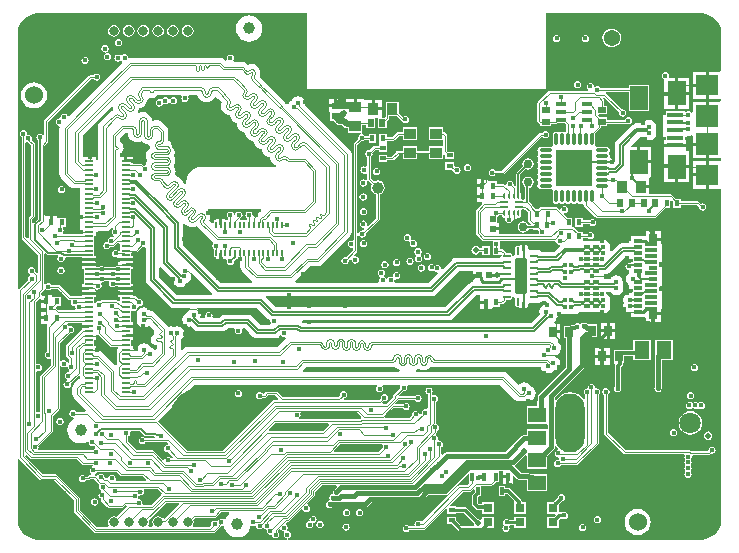
<source format=gbl>
G04*
G04 #@! TF.GenerationSoftware,Altium Limited,Altium Designer,20.0.13 (296)*
G04*
G04 Layer_Physical_Order=6*
G04 Layer_Color=16711680*
%FSLAX44Y44*%
%MOMM*%
G71*
G01*
G75*
%ADD12C,0.2000*%
%ADD14C,0.2032*%
%ADD17R,0.9000X1.0000*%
%ADD27R,0.6500X0.5500*%
%ADD28R,0.5500X0.6500*%
%ADD29R,1.0000X0.9000*%
%ADD30R,0.5500X0.4500*%
%ADD31R,0.4500X0.5500*%
%ADD36R,1.5000X1.3000*%
%ADD37R,1.3000X1.5000*%
%ADD38R,0.5500X0.3000*%
%ADD39R,0.5500X0.4000*%
%ADD40R,0.6200X0.6200*%
%ADD42R,0.5200X0.5200*%
%ADD44R,0.7000X0.9000*%
%ADD45R,0.5200X0.5200*%
%ADD116C,0.1016*%
%ADD117C,0.1270*%
%ADD121C,1.0000*%
%ADD122C,0.5080*%
%ADD123C,0.2540*%
%ADD124C,0.3810*%
%ADD126C,0.3048*%
%ADD127C,0.1500*%
%ADD129C,0.1524*%
%ADD131C,0.3000*%
%ADD132O,0.4064X0.4060*%
%ADD133C,4.7500*%
%ADD135O,1.9000X1.1000*%
%ADD136O,2.4000X1.1000*%
%ADD137R,1.3680X1.3680*%
%ADD138C,1.3680*%
%ADD139O,4.5000X2.5000*%
%ADD140O,2.5000X5.0000*%
%ADD141O,2.5000X4.5000*%
%ADD142C,1.8000*%
%ADD143R,0.8000X0.8000*%
%ADD144C,0.8000*%
%ADD145C,1.5240*%
%ADD146C,0.4064*%
%ADD147C,0.5080*%
G04:AMPARAMS|DCode=150|XSize=0.2mm|YSize=0.7mm|CornerRadius=0.05mm|HoleSize=0mm|Usage=FLASHONLY|Rotation=270.000|XOffset=0mm|YOffset=0mm|HoleType=Round|Shape=RoundedRectangle|*
%AMROUNDEDRECTD150*
21,1,0.2000,0.6000,0,0,270.0*
21,1,0.1000,0.7000,0,0,270.0*
1,1,0.1000,-0.3000,-0.0500*
1,1,0.1000,-0.3000,0.0500*
1,1,0.1000,0.3000,0.0500*
1,1,0.1000,0.3000,-0.0500*
%
%ADD150ROUNDEDRECTD150*%
G04:AMPARAMS|DCode=151|XSize=0.2mm|YSize=0.5mm|CornerRadius=0.05mm|HoleSize=0mm|Usage=FLASHONLY|Rotation=180.000|XOffset=0mm|YOffset=0mm|HoleType=Round|Shape=RoundedRectangle|*
%AMROUNDEDRECTD151*
21,1,0.2000,0.4000,0,0,180.0*
21,1,0.1000,0.5000,0,0,180.0*
1,1,0.1000,-0.0500,0.2000*
1,1,0.1000,0.0500,0.2000*
1,1,0.1000,0.0500,-0.2000*
1,1,0.1000,-0.0500,-0.2000*
%
%ADD151ROUNDEDRECTD151*%
G04:AMPARAMS|DCode=152|XSize=0.25mm|YSize=0.6mm|CornerRadius=0.025mm|HoleSize=0mm|Usage=FLASHONLY|Rotation=270.000|XOffset=0mm|YOffset=0mm|HoleType=Round|Shape=RoundedRectangle|*
%AMROUNDEDRECTD152*
21,1,0.2500,0.5500,0,0,270.0*
21,1,0.2000,0.6000,0,0,270.0*
1,1,0.0500,-0.2750,-0.1000*
1,1,0.0500,-0.2750,0.1000*
1,1,0.0500,0.2750,0.1000*
1,1,0.0500,0.2750,-0.1000*
%
%ADD152ROUNDEDRECTD152*%
G04:AMPARAMS|DCode=153|XSize=0.25mm|YSize=0.6mm|CornerRadius=0.025mm|HoleSize=0mm|Usage=FLASHONLY|Rotation=0.000|XOffset=0mm|YOffset=0mm|HoleType=Round|Shape=RoundedRectangle|*
%AMROUNDEDRECTD153*
21,1,0.2500,0.5500,0,0,0.0*
21,1,0.2000,0.6000,0,0,0.0*
1,1,0.0500,0.1000,-0.2750*
1,1,0.0500,-0.1000,-0.2750*
1,1,0.0500,-0.1000,0.2750*
1,1,0.0500,0.1000,0.2750*
%
%ADD153ROUNDEDRECTD153*%
G04:AMPARAMS|DCode=154|XSize=1mm|YSize=3mm|CornerRadius=0.05mm|HoleSize=0mm|Usage=FLASHONLY|Rotation=0.000|XOffset=0mm|YOffset=0mm|HoleType=Round|Shape=RoundedRectangle|*
%AMROUNDEDRECTD154*
21,1,1.0000,2.9000,0,0,0.0*
21,1,0.9000,3.0000,0,0,0.0*
1,1,0.1000,0.4500,-1.4500*
1,1,0.1000,-0.4500,-1.4500*
1,1,0.1000,-0.4500,1.4500*
1,1,0.1000,0.4500,1.4500*
%
%ADD154ROUNDEDRECTD154*%
%ADD155C,0.7500*%
%ADD156R,0.3000X0.7100*%
%ADD157R,0.7000X0.3000*%
%ADD158R,0.7000X1.0000*%
%ADD159R,0.7000X0.1800*%
%ADD160R,0.3600X0.3200*%
%ADD161R,1.5000X2.0000*%
%ADD162R,1.9000X1.9000*%
%ADD163R,1.9000X1.8000*%
%ADD164R,1.3500X0.4000*%
%ADD165R,1.6000X2.1000*%
G04:AMPARAMS|DCode=166|XSize=0.4mm|YSize=0.9mm|CornerRadius=0.1mm|HoleSize=0mm|Usage=FLASHONLY|Rotation=90.000|XOffset=0mm|YOffset=0mm|HoleType=Round|Shape=RoundedRectangle|*
%AMROUNDEDRECTD166*
21,1,0.4000,0.7000,0,0,90.0*
21,1,0.2000,0.9000,0,0,90.0*
1,1,0.2000,0.3500,0.1000*
1,1,0.2000,0.3500,-0.1000*
1,1,0.2000,-0.3500,-0.1000*
1,1,0.2000,-0.3500,0.1000*
%
%ADD166ROUNDEDRECTD166*%
%ADD167O,0.3000X1.1500*%
%ADD168O,1.1500X0.3000*%
%ADD169R,3.1500X3.1500*%
%ADD170R,0.2200X0.5000*%
%ADD171C,0.2500*%
%ADD172C,0.1580*%
%ADD173C,5.3000*%
G36*
X155082Y376743D02*
X156344Y375098D01*
X157988Y373836D01*
X159904Y373043D01*
X161959Y372772D01*
X164015Y373043D01*
X165930Y373836D01*
X167575Y375098D01*
X168770Y376655D01*
X169084Y376887D01*
X170126Y377095D01*
X171877Y375344D01*
X171877Y375344D01*
X172100Y375121D01*
X172980Y374213D01*
X172984Y374206D01*
X172992Y374201D01*
X172992Y374201D01*
X172992D01*
X173885Y373336D01*
X174855Y372366D01*
X174455Y371400D01*
X174184Y369345D01*
X174455Y367289D01*
X175248Y365374D01*
X176358Y363927D01*
X176498Y363717D01*
X176708Y363577D01*
X178155Y362467D01*
X180070Y361674D01*
X181838Y361441D01*
X181928Y360754D01*
X182722Y358838D01*
X183832Y357392D01*
X183972Y357182D01*
X184182Y357041D01*
X185629Y355931D01*
X187544Y355138D01*
X187620Y355128D01*
X187565Y354707D01*
X187835Y352652D01*
X188629Y350736D01*
X189739Y349290D01*
X189879Y349080D01*
X190089Y348939D01*
X191536Y347829D01*
X193451Y347036D01*
X194678Y346874D01*
X194840Y345647D01*
X195633Y343732D01*
X196743Y342285D01*
X196884Y342075D01*
X196884Y342075D01*
X197094Y341935D01*
X198540Y340825D01*
X200456Y340031D01*
X201683Y339870D01*
X201844Y338643D01*
X202638Y336727D01*
X203748Y335281D01*
X203888Y335071D01*
X204098Y334930D01*
X205545Y333820D01*
X207460Y333027D01*
X208687Y332865D01*
X208849Y331638D01*
X209642Y329723D01*
X210752Y328276D01*
X210893Y328066D01*
X211103Y327926D01*
X212549Y326816D01*
X214465Y326022D01*
X215692Y325861D01*
X215854Y324633D01*
X216647Y322718D01*
X217757Y321272D01*
X217897Y321062D01*
X218107Y320921D01*
X219554Y319811D01*
X220766Y319309D01*
X220513Y318039D01*
X158000D01*
Y318112D01*
X154606Y317665D01*
X151444Y316355D01*
X148728Y314272D01*
X146644Y311556D01*
X145335Y308394D01*
X144888Y305000D01*
X144961D01*
Y303748D01*
X143691Y303146D01*
X142229Y303752D01*
X141809Y303807D01*
X141685Y304750D01*
X140928Y306576D01*
X139894Y307924D01*
X139735Y308163D01*
X139582Y308315D01*
X139344Y308474D01*
X137996Y309509D01*
X136170Y310265D01*
X135825Y310310D01*
X135190Y311410D01*
X135447Y312030D01*
X135666Y313694D01*
X135725Y313989D01*
Y314218D01*
X135666Y314512D01*
X135447Y316177D01*
X134691Y318003D01*
X134272Y318548D01*
X134691Y319094D01*
X135447Y320920D01*
X135666Y322584D01*
X135725Y322879D01*
Y323108D01*
X135666Y323402D01*
X135447Y325067D01*
X134691Y326893D01*
X134272Y327438D01*
X134691Y327984D01*
X135447Y329810D01*
X135666Y331474D01*
X135725Y331769D01*
Y331998D01*
X135666Y332292D01*
X135447Y333957D01*
X134691Y335783D01*
X133487Y337351D01*
X131919Y338554D01*
X130094Y339310D01*
X129747Y340637D01*
X129752Y340659D01*
Y348135D01*
X129417Y349820D01*
X128462Y351249D01*
X123919Y355792D01*
X122490Y356746D01*
X120806Y357082D01*
X117431D01*
X117167Y357029D01*
X115799Y356849D01*
X115580Y358511D01*
X114800Y360396D01*
X113558Y362014D01*
X111940Y363256D01*
X110055Y364037D01*
X108033Y364303D01*
X106010Y364037D01*
X105028Y363630D01*
X104330Y364356D01*
X104178Y364652D01*
X104931Y366471D01*
X105093Y367699D01*
X106320Y367860D01*
X108235Y368653D01*
X109682Y369764D01*
X109892Y369904D01*
X110032Y370113D01*
X111142Y371561D01*
X111936Y373476D01*
X112206Y375532D01*
X112188Y375673D01*
X113266Y376344D01*
X113439Y376228D01*
X115570Y375805D01*
X117701Y376228D01*
X119507Y377435D01*
X120284Y378597D01*
X140415D01*
X141094Y377327D01*
X140822Y376921D01*
X140587Y375738D01*
X140822Y374555D01*
X141492Y373552D01*
X142495Y372882D01*
X143678Y372646D01*
X144861Y372882D01*
X145864Y373552D01*
X146534Y374555D01*
X146770Y375738D01*
X146534Y376921D01*
X146263Y377327D01*
X146941Y378597D01*
X154313D01*
X155082Y376743D01*
D02*
G37*
G36*
X246917Y447961D02*
X246918Y384500D01*
X247235Y383735D01*
X248000Y383418D01*
X448000D01*
X448765Y383735D01*
X449082Y384500D01*
X449082Y447961D01*
X580000Y447961D01*
X581769D01*
X585239Y447271D01*
X588508Y445917D01*
X591449Y443951D01*
X593951Y441449D01*
X595917Y438508D01*
X597271Y435239D01*
X597961Y431769D01*
X597961Y430000D01*
X597961Y430000D01*
X597961Y430000D01*
Y399739D01*
X596691Y398540D01*
X587020D01*
Y387000D01*
Y375460D01*
X596691D01*
X597790Y375460D01*
X597961Y374261D01*
Y374239D01*
X596691Y373040D01*
X587020D01*
Y361000D01*
X584480D01*
Y373040D01*
X573710D01*
Y364191D01*
X572440Y363806D01*
X572186Y364186D01*
X571183Y364856D01*
X570000Y365092D01*
X568817Y364856D01*
X568020Y364324D01*
X567245Y364557D01*
X566750Y364880D01*
Y365000D01*
X551250D01*
Y361310D01*
X548440D01*
Y349690D01*
Y343190D01*
X551250D01*
Y340540D01*
X549710D01*
Y337270D01*
X559000D01*
X568290D01*
Y340540D01*
X566750D01*
Y343190D01*
X569560D01*
Y343400D01*
X570000Y343761D01*
X572279Y344215D01*
X572590Y344422D01*
X573710Y343824D01*
Y338270D01*
X585750D01*
Y337000D01*
X587020D01*
Y324960D01*
X596691D01*
X597790Y324960D01*
X597961Y323761D01*
Y323739D01*
X596691Y322540D01*
X587020D01*
Y311000D01*
Y299460D01*
X596691D01*
X597790Y299460D01*
X597961Y298261D01*
X597961Y20000D01*
Y18231D01*
X597271Y14761D01*
X595917Y11492D01*
X593951Y8551D01*
X591449Y6049D01*
X588508Y4083D01*
X585239Y2729D01*
X581769Y2039D01*
X580000D01*
X230908Y2039D01*
X230783Y3309D01*
X231628Y3477D01*
X232631Y4147D01*
X233301Y5150D01*
X233536Y6333D01*
X233301Y7516D01*
X232631Y8519D01*
X231628Y9189D01*
X230836Y9347D01*
X230290Y10356D01*
X230239Y10662D01*
X230543Y11118D01*
X230779Y12301D01*
X230543Y13484D01*
X229873Y14487D01*
X229579Y14684D01*
X229359Y16039D01*
X230065Y16868D01*
X230556D01*
X231710Y17346D01*
X242227Y27863D01*
X243593Y27489D01*
X243617Y27457D01*
X244266Y26486D01*
X245269Y25815D01*
X246452Y25580D01*
X247635Y25815D01*
X248638Y26486D01*
X249308Y27489D01*
X249543Y28672D01*
X249308Y29855D01*
X248638Y30858D01*
X247667Y31507D01*
X247634Y31530D01*
X247261Y32897D01*
X253614Y39250D01*
X254092Y40404D01*
Y42790D01*
X259534Y48232D01*
X272031D01*
X272517Y47058D01*
X270389Y44930D01*
X269837Y44562D01*
X269167Y43559D01*
X268931Y42376D01*
X268980Y42133D01*
X268985Y41121D01*
X268058Y40753D01*
X267803Y40702D01*
X266800Y40032D01*
X266130Y39029D01*
X265895Y37846D01*
X266116Y36732D01*
X266122Y36636D01*
X265752Y35365D01*
X264791Y34723D01*
X264765Y34697D01*
X264006Y34190D01*
X263336Y33187D01*
X263101Y32004D01*
X263336Y30821D01*
X264006Y29818D01*
X265009Y29148D01*
X266192Y28913D01*
X267375Y29148D01*
X268151Y29667D01*
X296416D01*
X297550Y29892D01*
X298511Y30534D01*
X301845Y33869D01*
X342536D01*
X343669Y34095D01*
X344630Y34737D01*
X349984Y40090D01*
X364053D01*
X365186Y40316D01*
X366147Y40958D01*
X383249Y58060D01*
X384422Y57573D01*
Y51080D01*
X384422D01*
X384560Y49810D01*
X382954Y48205D01*
X376010D01*
X374856Y47726D01*
X344772Y17642D01*
X343308Y17680D01*
X342305Y18350D01*
X341122Y18585D01*
X339939Y18350D01*
X338936Y17680D01*
X338266Y16677D01*
X338031Y15494D01*
X338157Y14856D01*
X337339Y13586D01*
X333761D01*
X333402Y14124D01*
X332399Y14794D01*
X331216Y15029D01*
X330033Y14794D01*
X329030Y14124D01*
X328360Y13121D01*
X328125Y11938D01*
X328360Y10755D01*
X329030Y9752D01*
X330033Y9082D01*
X331216Y8847D01*
X332399Y9082D01*
X333402Y9752D01*
X333783Y10322D01*
X345964D01*
X347118Y10800D01*
X364647Y28329D01*
X365820Y27843D01*
Y24182D01*
X373320D01*
Y25117D01*
X379533D01*
X388114Y16536D01*
X388059Y16256D01*
X388302Y15030D01*
X388156Y14543D01*
X387738Y13760D01*
X377625D01*
X376815Y14570D01*
X376780Y14746D01*
X376279Y15497D01*
X373320Y18455D01*
Y21682D01*
X365820D01*
Y15182D01*
X370047D01*
X372469Y12760D01*
X372504Y12584D01*
X373006Y11833D01*
X375029Y9809D01*
X375780Y9308D01*
X376666Y9132D01*
X395196D01*
X396082Y9308D01*
X396832Y9809D01*
X398773Y11750D01*
X405000D01*
Y21750D01*
X395000D01*
Y19753D01*
X393730Y19136D01*
X393049Y19591D01*
X391668Y19865D01*
X391388Y19810D01*
X382129Y29069D01*
X381378Y29570D01*
X380492Y29746D01*
X373320D01*
Y30682D01*
X368660D01*
X368174Y31855D01*
X378800Y42481D01*
X384982D01*
X386136Y42960D01*
X388249Y45072D01*
X389422Y44586D01*
Y43676D01*
X389373Y43430D01*
Y42436D01*
X387493Y40556D01*
X386940Y39729D01*
X386746Y38753D01*
Y32345D01*
X386940Y31369D01*
X387493Y30542D01*
X390197Y27838D01*
X391024Y27285D01*
X392000Y27091D01*
X395000D01*
Y24250D01*
X405000D01*
Y34250D01*
X395000D01*
Y32189D01*
X393056D01*
X391844Y33400D01*
Y37698D01*
X393027Y38880D01*
X394422D01*
Y41134D01*
X394471Y41380D01*
Y43430D01*
X394422Y43676D01*
Y47898D01*
X403022D01*
X404176Y48376D01*
X406876Y51076D01*
X409568D01*
Y60176D01*
X410681Y60554D01*
X413028D01*
Y56896D01*
X417068D01*
Y55626D01*
X418338D01*
Y49536D01*
X421108D01*
Y55898D01*
X422281Y56384D01*
X424880Y53786D01*
X425840Y53144D01*
X426974Y52918D01*
X432988D01*
X433500Y52576D01*
Y43000D01*
X450500D01*
Y58000D01*
X437693D01*
X437405Y58057D01*
X436144D01*
X435307Y58616D01*
X434173Y58842D01*
X428201D01*
X422794Y64248D01*
X422818Y64927D01*
X422902Y65195D01*
X423161Y65678D01*
X423988Y66232D01*
X431507Y73751D01*
X432165Y73881D01*
X432230Y73925D01*
X433500Y73246D01*
Y62000D01*
X450500D01*
Y73311D01*
X456094Y78906D01*
X456736Y79866D01*
X456962Y81000D01*
Y81438D01*
X458138Y81671D01*
X458232Y81660D01*
X459896Y79491D01*
X459330Y78143D01*
X458811Y78040D01*
X457808Y77370D01*
X457138Y76367D01*
X456903Y75184D01*
X457138Y74001D01*
X457808Y72998D01*
X458811Y72328D01*
X459808Y72130D01*
X460641Y71025D01*
X460378Y70072D01*
X459786Y69783D01*
X459232Y69893D01*
X458049Y69658D01*
X457046Y68988D01*
X456376Y67985D01*
X456141Y66802D01*
X456376Y65619D01*
X457046Y64616D01*
X458049Y63946D01*
X459232Y63711D01*
X460415Y63946D01*
X461418Y64616D01*
X461788Y65170D01*
X474726D01*
X475880Y65648D01*
X493406Y83174D01*
X493884Y84328D01*
Y124698D01*
X494438Y125068D01*
X495108Y126071D01*
X495343Y127254D01*
X495108Y128437D01*
X494438Y129440D01*
X493435Y130110D01*
X492252Y130345D01*
X492122Y130319D01*
X491025Y131318D01*
X490790Y132501D01*
X490120Y133504D01*
X489117Y134174D01*
X487934Y134409D01*
X486751Y134174D01*
X485748Y133504D01*
X485078Y132501D01*
X484887Y131539D01*
X484378Y130345D01*
X483195Y130110D01*
X482192Y129440D01*
X481522Y128437D01*
X481287Y127254D01*
X481522Y126071D01*
X482192Y125068D01*
X482376Y124945D01*
Y121634D01*
X481106Y121203D01*
X479628Y123128D01*
X476808Y125292D01*
X473524Y126652D01*
X470000Y127116D01*
X466476Y126652D01*
X463192Y125292D01*
X460372Y123128D01*
X458232Y120340D01*
X458138Y120329D01*
X456962Y120562D01*
Y122964D01*
X481904Y147907D01*
X482547Y148868D01*
X482772Y150001D01*
Y172065D01*
X484150Y173443D01*
X486405D01*
X486692Y173500D01*
X492500D01*
Y184500D01*
X486691D01*
X486405Y184557D01*
X485263D01*
X484689Y185131D01*
X483729Y185773D01*
X482595Y185998D01*
X482150D01*
X481255Y186176D01*
X480072Y185941D01*
X479069Y185271D01*
X478186Y184561D01*
X477183Y185231D01*
X476000Y185466D01*
X474817Y185231D01*
X473814Y184561D01*
X473144Y183558D01*
X473142Y183550D01*
X470976D01*
X470727Y183500D01*
X464500D01*
Y172500D01*
X466038D01*
Y148227D01*
X443149Y125337D01*
X442506Y124376D01*
X442281Y123243D01*
Y119503D01*
X442263Y119477D01*
X442231Y119313D01*
X442144Y119183D01*
X441909Y118000D01*
X442038Y117349D01*
Y115000D01*
X433500D01*
Y100000D01*
X450500D01*
X451038Y98953D01*
Y97047D01*
X450500Y96000D01*
X433500D01*
Y90979D01*
X430911D01*
X429777Y90753D01*
X428816Y90111D01*
X414819Y76114D01*
X365252D01*
X364118Y75889D01*
X363158Y75246D01*
X361902Y73991D01*
X360632Y74517D01*
Y80444D01*
X361186Y80814D01*
X361856Y81817D01*
X362091Y83000D01*
X361856Y84183D01*
X361186Y85186D01*
X360183Y85856D01*
X359000Y86091D01*
X358883Y86068D01*
X358557Y86306D01*
X357927Y87173D01*
X358091Y88000D01*
X357856Y89183D01*
X357186Y90186D01*
X356455Y90674D01*
X356062Y92077D01*
X356471Y92485D01*
X356949Y93639D01*
Y94333D01*
X356979Y94339D01*
X357982Y95009D01*
X358652Y96012D01*
X358888Y97196D01*
X358652Y98378D01*
X357982Y99381D01*
X356979Y100051D01*
X356414Y101109D01*
X356470Y101244D01*
Y119070D01*
X357024Y119440D01*
X357694Y120443D01*
X357929Y121626D01*
X357694Y122809D01*
X357024Y123812D01*
X356021Y124482D01*
X354838Y124718D01*
X354155Y124582D01*
X352990Y125415D01*
X352856Y126337D01*
X353243Y126915D01*
X353478Y128098D01*
X353243Y129281D01*
X352573Y130284D01*
X351570Y130954D01*
X350387Y131190D01*
X349204Y130954D01*
X348201Y130284D01*
X347531Y129281D01*
X347295Y128098D01*
X347531Y126915D01*
X348201Y125912D01*
X349195Y125248D01*
Y113596D01*
X347925Y112778D01*
X347287Y112905D01*
X346104Y112669D01*
X345101Y111999D01*
X344431Y110997D01*
X344196Y109813D01*
X344298Y109298D01*
X343394Y108442D01*
X342202Y108833D01*
X342089Y109402D01*
X341419Y110405D01*
X340416Y111075D01*
X339233Y111310D01*
X338050Y111075D01*
X337047Y110405D01*
X336377Y109402D01*
X336142Y108219D01*
X336204Y107904D01*
X333336Y105036D01*
X313711D01*
X313185Y106306D01*
X320246Y113368D01*
X328422D01*
X328792Y112814D01*
X329795Y112144D01*
X330978Y111909D01*
X332161Y112144D01*
X333164Y112814D01*
X333834Y113817D01*
X334069Y115000D01*
X333834Y116183D01*
X333164Y117186D01*
X332161Y117856D01*
X330978Y118091D01*
X329795Y117856D01*
X328792Y117186D01*
X328422Y116632D01*
X322319D01*
X321833Y117806D01*
X324395Y120368D01*
X338444D01*
X338814Y119814D01*
X339817Y119144D01*
X341000Y118909D01*
X342183Y119144D01*
X343186Y119814D01*
X343856Y120817D01*
X344091Y122000D01*
X343856Y123183D01*
X343186Y124186D01*
X342183Y124856D01*
X341000Y125091D01*
X339817Y124856D01*
X338814Y124186D01*
X338444Y123632D01*
X325562D01*
X325076Y124806D01*
X328309Y128039D01*
X328962Y127909D01*
X330145Y128144D01*
X331148Y128814D01*
X331818Y129817D01*
X332053Y131000D01*
X331818Y132183D01*
X331812Y132193D01*
X332491Y133463D01*
X410592D01*
X423523Y120533D01*
X424951Y119578D01*
X426636Y119243D01*
X430420D01*
X432105Y119578D01*
X433392Y120438D01*
X434907Y120137D01*
X437187Y120590D01*
X439119Y121881D01*
X440410Y123814D01*
X440864Y126093D01*
X440410Y128373D01*
X439119Y130305D01*
X437187Y131596D01*
X436439Y131745D01*
X435232Y133551D01*
X433300Y134842D01*
X431020Y135295D01*
X428741Y134842D01*
X426808Y133551D01*
X426082Y133479D01*
X416423Y143137D01*
X414995Y144092D01*
X413310Y144427D01*
X339346D01*
X339094Y145697D01*
X340653Y146343D01*
X341476Y146974D01*
X341744Y146768D01*
X343570Y146012D01*
X345234Y145793D01*
X345529Y145734D01*
X345758D01*
X346052Y145793D01*
X347717Y146012D01*
X349543Y146768D01*
X351111Y147971D01*
X351603Y148612D01*
X352460Y148257D01*
X354124Y148038D01*
X354419Y147980D01*
X445171D01*
X445443Y146613D01*
X446734Y144681D01*
X448666Y143390D01*
X450946Y142936D01*
X453225Y143390D01*
X455158Y144681D01*
X455767Y145593D01*
X457783Y145994D01*
X459715Y147285D01*
X461006Y149218D01*
X461460Y151497D01*
X461006Y153776D01*
X459715Y155709D01*
X457783Y157000D01*
X457441Y157068D01*
Y158363D01*
X458801Y158633D01*
X460733Y159924D01*
X462025Y161857D01*
X462478Y164136D01*
X462025Y166416D01*
X460733Y168348D01*
X458801Y169639D01*
X459252Y170749D01*
X459364Y170960D01*
X461040D01*
Y176730D01*
X455000D01*
Y179270D01*
X461040D01*
Y185040D01*
X456834D01*
X456449Y186310D01*
X457792Y187208D01*
X459084Y189140D01*
X459537Y191420D01*
X459337Y192425D01*
X460400Y193590D01*
X476410D01*
Y194352D01*
X477540Y194690D01*
Y194690D01*
X495384D01*
X495721Y194465D01*
X498000Y194012D01*
X500280Y194465D01*
X502212Y195756D01*
X503503Y197689D01*
X503956Y199968D01*
X503503Y202248D01*
X503335Y202500D01*
X503503Y202752D01*
X503956Y205032D01*
X503503Y207311D01*
X502212Y209244D01*
X500280Y210535D01*
X500464Y211793D01*
X504074D01*
X504788Y210724D01*
X506720Y209433D01*
X509000Y208979D01*
X511279Y209433D01*
X513212Y210724D01*
X514503Y212656D01*
X514956Y214936D01*
X514503Y217215D01*
X514334Y217468D01*
X514503Y217721D01*
X514956Y220000D01*
X514503Y222279D01*
X513212Y224212D01*
X511279Y225503D01*
X509000Y225956D01*
X506720Y225503D01*
X504788Y224212D01*
X504074Y223143D01*
X500791D01*
X500630Y223175D01*
X498460D01*
Y226825D01*
X499658D01*
X501393Y227170D01*
X502863Y228152D01*
X516598Y241887D01*
X520099D01*
Y239752D01*
X522909D01*
Y238077D01*
X522690Y237409D01*
X521925Y236873D01*
X521486D01*
X520787Y236734D01*
X520390Y236469D01*
X519807Y236585D01*
X518624Y236350D01*
X517621Y235680D01*
X516951Y234677D01*
X516715Y233494D01*
X516951Y232311D01*
X517621Y231308D01*
X518624Y230638D01*
X519807Y230402D01*
X520099Y230162D01*
Y228211D01*
X518698Y227274D01*
X517406Y225342D01*
X516953Y223062D01*
X517406Y220783D01*
X518698Y218850D01*
X520099Y217914D01*
Y214752D01*
X522909D01*
Y212563D01*
X522909D01*
Y212562D01*
X522610Y211416D01*
X521928Y210856D01*
X520909Y211059D01*
X518630Y210605D01*
X516698Y209314D01*
X515406Y207382D01*
X514953Y205102D01*
X515406Y202823D01*
X515580Y202562D01*
X515406Y202302D01*
X514953Y200022D01*
X515406Y197743D01*
X516698Y195811D01*
X518630Y194519D01*
X520909Y194066D01*
X521369Y193689D01*
Y191022D01*
X533449D01*
X534369Y190177D01*
Y186522D01*
X539139D01*
Y194062D01*
X540409D01*
Y195332D01*
X546449D01*
Y197252D01*
X547719D01*
Y202252D01*
Y212872D01*
X544909D01*
Y215062D01*
X544909D01*
Y216354D01*
X545807Y217252D01*
X547719D01*
Y222252D01*
Y232872D01*
X544909D01*
Y237252D01*
X547719D01*
Y242252D01*
Y252872D01*
X546449D01*
Y254792D01*
X540409D01*
Y256062D01*
X539139D01*
Y263602D01*
X534369D01*
Y259947D01*
X533449Y259102D01*
X521369D01*
Y255372D01*
X520099D01*
Y253238D01*
X513774D01*
X513774Y253238D01*
X512040Y252893D01*
X510569Y251910D01*
X510569Y251910D01*
X505091Y246432D01*
X503820Y246764D01*
X503487Y247728D01*
X503503Y247753D01*
X503956Y250032D01*
X503503Y252311D01*
X502212Y254244D01*
X500280Y255535D01*
X498000Y255989D01*
X495721Y255535D01*
X495384Y255310D01*
X480750D01*
Y257368D01*
X485175D01*
X485364Y257446D01*
X485817Y257144D01*
X487000Y256909D01*
X488183Y257144D01*
X489186Y257814D01*
X489856Y258817D01*
X490091Y260000D01*
X489856Y261183D01*
X489186Y262186D01*
X488183Y262856D01*
X487000Y263091D01*
X485817Y262856D01*
X484814Y262186D01*
X484144Y261183D01*
X484034Y260632D01*
X480750D01*
Y262750D01*
X476823D01*
X472989Y266584D01*
X472780Y266671D01*
X471750Y267250D01*
Y274750D01*
X467559D01*
X464619Y277689D01*
X464838Y278392D01*
X465163Y278941D01*
X466183Y279144D01*
X467186Y279814D01*
X467856Y280817D01*
X468091Y282000D01*
X467856Y283183D01*
X467186Y284186D01*
X466183Y284856D01*
X465000Y285091D01*
X463817Y284856D01*
X462814Y284186D01*
X462144Y283183D01*
X461941Y282164D01*
X461391Y281838D01*
X460690Y281619D01*
X458896Y283412D01*
X457742Y283890D01*
X445528D01*
X444374Y283412D01*
X442711Y281750D01*
X440828D01*
X438210Y284368D01*
Y284551D01*
X437732Y285705D01*
X434795Y288642D01*
Y300050D01*
X435961Y300282D01*
X437533Y301332D01*
X438582Y302903D01*
X438951Y304756D01*
X438582Y306609D01*
X437533Y308181D01*
X435961Y309230D01*
X434108Y309599D01*
X432255Y309230D01*
X430683Y308181D01*
X429634Y306609D01*
X429265Y304756D01*
X429634Y302903D01*
X430683Y301332D01*
X431461Y300812D01*
Y290495D01*
X430191Y289838D01*
X429501Y290124D01*
X428929D01*
X428081Y291394D01*
X428124Y291499D01*
Y295499D01*
X427668Y296602D01*
Y311358D01*
X432021Y315711D01*
X432179Y315606D01*
X434032Y315237D01*
X435885Y315606D01*
X437457Y316656D01*
X438506Y318227D01*
X438875Y320080D01*
X438506Y321933D01*
X437457Y323505D01*
X435885Y324554D01*
X434032Y324923D01*
X432179Y324554D01*
X430607Y323505D01*
X429558Y321933D01*
X429189Y320080D01*
X429558Y318227D01*
X429663Y318069D01*
X424822Y313227D01*
X424460Y312687D01*
X424334Y312049D01*
Y301626D01*
X423490Y301288D01*
X423064Y301245D01*
X421962Y302347D01*
X422091Y303000D01*
X421856Y304183D01*
X421186Y305186D01*
X420183Y305856D01*
X419000Y306091D01*
X417817Y305856D01*
X416814Y305186D01*
X416144Y304183D01*
X415941Y303164D01*
X415391Y302838D01*
X414689Y302620D01*
X414155Y303154D01*
X413000Y303633D01*
X407750D01*
Y305750D01*
X401560D01*
X401250Y305750D01*
X400290Y306498D01*
Y307290D01*
X396770D01*
Y302000D01*
X395500D01*
Y300730D01*
X390710D01*
Y296710D01*
Y294270D01*
X395500D01*
Y291730D01*
X390710D01*
Y287710D01*
X394820D01*
X395346Y286440D01*
X390335Y281429D01*
X389857Y280274D01*
Y261958D01*
X390335Y260804D01*
X395258Y255881D01*
X396412Y255403D01*
X404274D01*
X404944Y254133D01*
X404644Y253683D01*
X404408Y252500D01*
X404504Y252020D01*
X404250Y250750D01*
X404250D01*
X404250Y250750D01*
Y243250D01*
X410750D01*
X410750Y243250D01*
X411927Y243435D01*
X411957Y243295D01*
X411796Y242077D01*
X410823Y241427D01*
X410321Y240675D01*
X372795D01*
X371060Y240330D01*
X369590Y239348D01*
X369590Y239348D01*
X361823Y231581D01*
X361194Y231743D01*
X360550Y232104D01*
X360356Y233080D01*
X359686Y234083D01*
X358683Y234753D01*
X357500Y234988D01*
X356317Y234753D01*
X355379Y234126D01*
X354726Y235104D01*
X353723Y235774D01*
X352540Y236009D01*
X351357Y235774D01*
X350354Y235104D01*
X349684Y234101D01*
X349449Y232918D01*
X349684Y231735D01*
X350354Y230732D01*
X351357Y230062D01*
X352540Y229827D01*
X353723Y230062D01*
X354661Y230689D01*
X355314Y229711D01*
X356317Y229041D01*
X357293Y228847D01*
X357654Y228204D01*
X357816Y227574D01*
X350107Y219865D01*
X321631D01*
X320919Y221135D01*
X321091Y222000D01*
X321068Y222117D01*
X321306Y222443D01*
X322173Y223073D01*
X323000Y222909D01*
X324183Y223144D01*
X325186Y223814D01*
X325856Y224817D01*
X326091Y226000D01*
X325856Y227183D01*
X325186Y228186D01*
X324183Y228856D01*
X323000Y229091D01*
X321817Y228856D01*
X320814Y228186D01*
X320144Y227183D01*
X319909Y226000D01*
X319932Y225883D01*
X319694Y225557D01*
X318827Y224927D01*
X318000Y225091D01*
X316817Y224856D01*
X315814Y224186D01*
X315149Y223191D01*
X315107Y223183D01*
X313893D01*
X313851Y223191D01*
X313186Y224186D01*
X312611Y224570D01*
X312288Y225514D01*
X312384Y226111D01*
X312856Y226817D01*
X313091Y228000D01*
X312856Y229183D01*
X312186Y230186D01*
X311183Y230856D01*
X310000Y231091D01*
X308817Y230856D01*
X307814Y230186D01*
X307144Y229183D01*
X306909Y228000D01*
X307144Y226817D01*
X307814Y225814D01*
X308389Y225430D01*
X308711Y224486D01*
X308616Y223889D01*
X308144Y223183D01*
X307909Y222000D01*
X308081Y221135D01*
X307369Y219865D01*
X237332D01*
X236935Y220858D01*
X236915Y221135D01*
X249377Y233597D01*
X256053D01*
X257738Y233933D01*
X259166Y234887D01*
X283772Y259493D01*
X284727Y260921D01*
X285062Y262606D01*
Y328723D01*
X284727Y330407D01*
X283772Y331836D01*
X245214Y370394D01*
X245510Y371882D01*
X245057Y374162D01*
X243766Y376094D01*
X241833Y377385D01*
X239554Y377839D01*
X237274Y377385D01*
X235342Y376094D01*
X234051Y374162D01*
X233992Y373864D01*
X233694Y373804D01*
X231761Y372513D01*
X231118Y371550D01*
X229854Y371426D01*
X229166Y372113D01*
X228287Y373020D01*
X228282Y373027D01*
X228275Y373032D01*
X228275Y373032D01*
X228274D01*
X227381Y373898D01*
X218600Y382679D01*
X218600Y382680D01*
X211402Y389878D01*
X210523Y390784D01*
X210518Y390792D01*
X210510Y390797D01*
X210510Y390797D01*
X210510D01*
X209617Y391662D01*
X206979Y394301D01*
X207427Y395382D01*
X207681Y397312D01*
X207427Y399242D01*
X206682Y401040D01*
X205674Y402353D01*
X205507Y402603D01*
X205373Y402737D01*
X205122Y402905D01*
X203809Y403912D01*
X202011Y404657D01*
X200082Y404911D01*
X198152Y404657D01*
X197071Y404209D01*
X195666Y405613D01*
X194238Y406567D01*
X192553Y406903D01*
X185008D01*
X184922Y407000D01*
X184446Y408173D01*
X184871Y408809D01*
X185106Y409992D01*
X184871Y411175D01*
X184201Y412178D01*
X183198Y412848D01*
X182015Y413083D01*
X180832Y412848D01*
X179829Y412178D01*
X179159Y411175D01*
X178923Y409992D01*
X179159Y408809D01*
X178308Y407796D01*
X178038Y407741D01*
X176702Y409077D01*
X175274Y410032D01*
X173589Y410367D01*
X96971D01*
X95865Y410147D01*
X95801Y410210D01*
X95566Y411393D01*
X94896Y412396D01*
X93893Y413066D01*
X92710Y413301D01*
X91527Y413066D01*
X90558Y412419D01*
X90515Y412395D01*
X89186Y412186D01*
X88183Y412856D01*
X87000Y413092D01*
X85817Y412856D01*
X84814Y412186D01*
X84144Y411183D01*
X83909Y410000D01*
X84144Y408817D01*
X84814Y407814D01*
X85817Y407144D01*
X87000Y406909D01*
X88183Y407144D01*
X89152Y407791D01*
X89195Y407816D01*
X89615Y407882D01*
X90437Y407278D01*
X90569Y405789D01*
X70769Y385989D01*
X70589Y385869D01*
X45702Y360981D01*
X44479Y361224D01*
X44281Y361357D01*
X43684Y362251D01*
X42681Y362922D01*
X41498Y363157D01*
X40315Y362922D01*
X39312Y362251D01*
X38642Y361249D01*
X38406Y360065D01*
X38420Y359995D01*
X37340Y358915D01*
X37294Y358924D01*
X36111Y358689D01*
X35108Y358019D01*
X34438Y357016D01*
X34203Y355833D01*
X34438Y354650D01*
X35108Y353647D01*
X36111Y352976D01*
X36635Y352872D01*
X37303Y352700D01*
X37559Y351499D01*
X37438Y350894D01*
Y311685D01*
X37774Y310001D01*
X38728Y308572D01*
X46493Y300808D01*
X47921Y299853D01*
X49606Y299518D01*
X55290D01*
Y286290D01*
Y274290D01*
Y262290D01*
X56560D01*
Y260629D01*
X40699D01*
X40342Y261455D01*
X40243Y261899D01*
X40856Y262817D01*
X41091Y264000D01*
X40856Y265183D01*
X40324Y265980D01*
X40556Y266754D01*
X40879Y267250D01*
X42750D01*
Y274750D01*
X36560D01*
X36250Y274750D01*
X35290Y275498D01*
Y276290D01*
X31770D01*
Y271000D01*
X29230D01*
Y276290D01*
X26045D01*
X25710Y276290D01*
X24775Y277099D01*
Y335641D01*
X27488Y338354D01*
X27966Y339508D01*
Y356158D01*
X64176Y392368D01*
X66444D01*
X66814Y391814D01*
X67817Y391144D01*
X69000Y390909D01*
X70183Y391144D01*
X71186Y391814D01*
X71856Y392817D01*
X72091Y394000D01*
X71856Y395183D01*
X71186Y396186D01*
X70183Y396856D01*
X69000Y397091D01*
X67817Y396856D01*
X66814Y396186D01*
X66444Y395632D01*
X63500D01*
X62346Y395154D01*
X25180Y357988D01*
X24702Y356834D01*
Y345204D01*
X23432Y344818D01*
X23186Y345186D01*
X22183Y345856D01*
X21000Y346091D01*
X19817Y345856D01*
X18814Y345186D01*
X18144Y344183D01*
X17909Y343000D01*
X18144Y341817D01*
X18814Y340814D01*
X19333Y340467D01*
Y273690D01*
X15868Y270225D01*
X15856Y270208D01*
X14586Y270593D01*
Y273390D01*
X16557Y275360D01*
X17035Y276514D01*
Y336770D01*
X16557Y337924D01*
X13779Y340702D01*
X13856Y340817D01*
X14091Y342000D01*
X13856Y343183D01*
X13186Y344186D01*
X12183Y344856D01*
X11000Y345091D01*
X10987Y345089D01*
X10349Y345727D01*
X10052Y346198D01*
X9856Y347183D01*
X9186Y348186D01*
X8183Y348856D01*
X7000Y349091D01*
X5817Y348856D01*
X4814Y348186D01*
X4144Y347183D01*
X3909Y346000D01*
X4144Y344817D01*
X4814Y343814D01*
X5368Y343444D01*
Y258102D01*
X5846Y256947D01*
X16947Y245846D01*
X16947Y245846D01*
X19368Y243426D01*
Y228737D01*
X18098Y228211D01*
X16961Y229347D01*
X17091Y230000D01*
X16856Y231183D01*
X16186Y232186D01*
X15183Y232856D01*
X14000Y233091D01*
X12817Y232856D01*
X11814Y232186D01*
X11144Y231183D01*
X10909Y230000D01*
X11144Y228817D01*
X11814Y227814D01*
X12809Y227149D01*
X12817Y227107D01*
Y225893D01*
X12809Y225851D01*
X11814Y225186D01*
X11144Y224183D01*
X10909Y223000D01*
X11039Y222347D01*
X3309Y214618D01*
X2804Y214679D01*
X2039Y215007D01*
X2039Y430000D01*
Y431769D01*
X2729Y435239D01*
X4083Y438508D01*
X6049Y441449D01*
X8551Y443951D01*
X11492Y445917D01*
X14761Y447271D01*
X18231Y447961D01*
X20000Y447961D01*
X246917Y447961D01*
D02*
G37*
G36*
X82606Y368083D02*
X82853Y366202D01*
X82990Y365873D01*
X82153Y365527D01*
X81663Y365150D01*
X81609Y365109D01*
X81323Y364893D01*
X80463Y364261D01*
X80460Y364259D01*
X80460Y364258D01*
X79573Y363352D01*
X79465Y363244D01*
X78558Y362365D01*
X78550Y362360D01*
X78545Y362352D01*
X78545Y362352D01*
X77680Y361459D01*
X71360Y355140D01*
X70406Y353712D01*
X70071Y352027D01*
Y324913D01*
X69910Y323710D01*
X68640D01*
Y326440D01*
X57403D01*
Y344676D01*
X81509Y368782D01*
X82606Y368083D01*
D02*
G37*
G36*
X95555Y346000D02*
X95786Y344241D01*
X96567Y342357D01*
X97808Y340738D01*
X99427Y339496D01*
X101311Y338716D01*
X103334Y338450D01*
X105356Y338716D01*
X106940Y339372D01*
X107206Y339026D01*
X108825Y337784D01*
X110709Y337003D01*
X112408Y336780D01*
X112884Y336649D01*
X113636Y336214D01*
X113694Y335919D01*
X113914Y334255D01*
X114091Y333826D01*
X112893Y332906D01*
X111690Y331338D01*
X110933Y329512D01*
X110714Y327847D01*
X110655Y327553D01*
Y327324D01*
X110714Y327029D01*
X110933Y325365D01*
X111690Y323539D01*
X112108Y322993D01*
X111690Y322448D01*
X110933Y320622D01*
X110828Y319821D01*
X109733Y318744D01*
X109080Y318614D01*
X107539Y320154D01*
X106385Y320632D01*
X99440D01*
Y321730D01*
X93400D01*
Y323000D01*
X92130D01*
Y326440D01*
X89062D01*
Y329186D01*
X90170Y329927D01*
X91352Y331695D01*
X91570Y332793D01*
X91575Y332819D01*
X91576Y332820D01*
X91767Y333782D01*
Y334010D01*
D01*
X91576Y334972D01*
X91575Y334972D01*
X91568Y335007D01*
X91352Y336096D01*
X90170Y337865D01*
X89062Y338606D01*
Y341915D01*
X93264Y346117D01*
X95531D01*
X95555Y346000D01*
D02*
G37*
G36*
X208524Y280692D02*
X208092Y280044D01*
X207096Y279846D01*
X205667Y278891D01*
X203807Y277031D01*
X203000Y275823D01*
X202044Y275704D01*
X201866Y275726D01*
X201058Y276831D01*
X201092Y277000D01*
X200856Y278183D01*
X200186Y279186D01*
X199183Y279856D01*
X198000Y280092D01*
X196817Y279856D01*
X195814Y279186D01*
X195144Y278183D01*
X194909Y277000D01*
X195144Y275817D01*
X195814Y274814D01*
X196368Y274444D01*
Y272500D01*
X191398D01*
X190467Y273770D01*
X190553Y274144D01*
X191556Y274814D01*
X192226Y275817D01*
X192462Y277000D01*
X192226Y278183D01*
X191556Y279186D01*
X190553Y279856D01*
X189370Y280092D01*
X188187Y279856D01*
X187184Y279186D01*
X186514Y278183D01*
X186332Y277270D01*
X185038D01*
X184856Y278183D01*
X184186Y279186D01*
X183183Y279856D01*
X182000Y280091D01*
X180817Y279856D01*
X179814Y279186D01*
X179144Y278183D01*
X178909Y277000D01*
X179144Y275817D01*
X179814Y274814D01*
X180368Y274444D01*
Y272500D01*
X177640D01*
Y274040D01*
X175270D01*
Y269000D01*
X172730D01*
Y274040D01*
X170360D01*
Y272500D01*
X167900D01*
Y270652D01*
X166630Y270126D01*
X164212Y272544D01*
X164584Y273441D01*
X164842Y275401D01*
X164584Y277360D01*
X163827Y279186D01*
X162793Y280534D01*
X162688Y280691D01*
X162831Y281341D01*
X162892Y281517D01*
X163200Y281961D01*
X207911D01*
X208524Y280692D01*
D02*
G37*
G36*
X431587Y281630D02*
X433868Y279349D01*
Y273181D01*
X434346Y272027D01*
X436600Y269773D01*
X436074Y268503D01*
X434688D01*
X434650Y268689D01*
X433601Y270260D01*
X432029Y271310D01*
X430176Y271679D01*
X428323Y271310D01*
X426752Y270260D01*
X425702Y268689D01*
X425333Y266836D01*
X425702Y264982D01*
X426752Y263411D01*
X428323Y262361D01*
X430176Y261993D01*
X432029Y262361D01*
X433601Y263411D01*
X434650Y264982D01*
X434688Y265169D01*
X438222D01*
Y264730D01*
X442413D01*
X443434Y263709D01*
X443304Y263056D01*
X443523Y261953D01*
X443522Y261844D01*
X442807Y260683D01*
X409375D01*
Y264064D01*
X404235D01*
Y266604D01*
X409375D01*
Y270474D01*
X407835D01*
Y275126D01*
X407960Y275426D01*
Y275611D01*
X408183Y275655D01*
X409186Y276325D01*
X409556Y276879D01*
X411877D01*
Y276499D01*
X412353Y275351D01*
X413501Y274876D01*
X414086D01*
X414335Y274713D01*
X414898Y274054D01*
X415054Y273730D01*
X414909Y273001D01*
X415145Y271818D01*
X415815Y270815D01*
X416818Y270145D01*
X418001Y269909D01*
X419184Y270145D01*
X420187Y270815D01*
X420857Y271818D01*
X421092Y273001D01*
X422308Y273400D01*
X422501D01*
X423687Y273636D01*
X424692Y274307D01*
X425165Y275015D01*
X425501Y274876D01*
X426501D01*
X427649Y275351D01*
X428124Y276499D01*
Y280499D01*
X428080Y280606D01*
X428929Y281876D01*
X429501D01*
X430649Y282352D01*
X431587Y281630D01*
D02*
G37*
G36*
X83014Y266093D02*
X83061Y265028D01*
X82723Y264802D01*
X82053Y263799D01*
X81818Y262616D01*
X82053Y261433D01*
X82723Y260430D01*
X83183Y260123D01*
X83354Y258854D01*
X82763Y258304D01*
X82490Y258109D01*
X81359Y258334D01*
X80176Y258098D01*
X79173Y257428D01*
X78503Y256425D01*
X78268Y255242D01*
X77639Y254161D01*
X77300Y254094D01*
X76456Y253926D01*
X75453Y253256D01*
X74783Y252253D01*
X74547Y251070D01*
X74783Y249887D01*
X75453Y248884D01*
X76456Y248214D01*
X77639Y247978D01*
X78822Y248214D01*
X79825Y248884D01*
X80495Y249887D01*
X80531Y250070D01*
X82825D01*
X83980Y250548D01*
X86799Y253368D01*
X87824D01*
X88900Y252900D01*
Y249100D01*
X88900D01*
Y248900D01*
X88900D01*
Y246155D01*
X87591D01*
X87221Y246709D01*
X86218Y247379D01*
X85035Y247614D01*
X83852Y247379D01*
X82849Y246709D01*
X82179Y245706D01*
X81943Y244523D01*
X82179Y243340D01*
X82849Y242337D01*
X83852Y241667D01*
X85035Y241431D01*
X86090Y241641D01*
X86323Y241596D01*
X87360Y240903D01*
Y240270D01*
X93400D01*
X99440D01*
Y242440D01*
X97900D01*
Y244900D01*
X98976Y245368D01*
X101969D01*
X103123Y245846D01*
X107401Y250124D01*
X108484Y249909D01*
X109446Y250100D01*
X110275Y249664D01*
X110716Y249317D01*
Y221611D01*
X111061Y219876D01*
X112043Y218406D01*
X130769Y199680D01*
X130769Y199680D01*
X132240Y198697D01*
X133974Y198352D01*
X133974Y198353D01*
X147706D01*
X148091Y197083D01*
X146788Y196212D01*
X145497Y194279D01*
X145438Y193981D01*
X145140Y193922D01*
X143207Y192631D01*
X141916Y190699D01*
X141463Y188419D01*
X141916Y186140D01*
X143207Y184207D01*
X145140Y182916D01*
X147419Y182463D01*
X148680Y182714D01*
X151432Y179961D01*
X152902Y178979D01*
X154637Y178634D01*
X175311D01*
X177045Y178979D01*
X178516Y179961D01*
X179986Y181432D01*
X185368D01*
X186038Y180460D01*
X186115Y180162D01*
X185909Y179123D01*
X186144Y177940D01*
X186814Y176937D01*
X187817Y176267D01*
X189000Y176032D01*
X190183Y176267D01*
X191186Y176937D01*
X191856Y177940D01*
X192092Y179123D01*
X191885Y180162D01*
X191962Y180460D01*
X192632Y181432D01*
X194385D01*
X198340Y177476D01*
X201647Y174170D01*
X201647Y174170D01*
X203117Y173187D01*
X204851Y172842D01*
X220352D01*
X222086Y173187D01*
X223556Y174170D01*
X224460Y175073D01*
X225724Y174949D01*
X225814Y174814D01*
X226817Y174144D01*
X228000Y173909D01*
X228779Y174063D01*
X229274Y172867D01*
X229192Y172812D01*
X221703Y165323D01*
X145680D01*
X143995Y164988D01*
X142567Y164033D01*
X141187Y162654D01*
X140014Y163140D01*
Y171945D01*
X141276Y172788D01*
X142567Y174720D01*
X143020Y177000D01*
X142567Y179279D01*
X141276Y181212D01*
X139344Y182503D01*
X137064Y182956D01*
X134785Y182503D01*
X134532Y182334D01*
X134279Y182503D01*
X132000Y182956D01*
X129783Y182515D01*
X129288Y183257D01*
X117820Y194725D01*
X116392Y195679D01*
X114707Y196014D01*
X114055D01*
X113212Y197276D01*
X111279Y198567D01*
X109000Y199020D01*
X106721Y198567D01*
X104788Y197276D01*
X103497Y195343D01*
X103044Y193064D01*
X103497Y190784D01*
X103666Y190532D01*
X103497Y190280D01*
X103044Y188000D01*
X103497Y185721D01*
X104788Y183788D01*
X106721Y182497D01*
X109000Y182044D01*
X111279Y182497D01*
X113212Y183788D01*
X113247Y183792D01*
X117933Y179106D01*
X117598Y178605D01*
X117183Y176519D01*
X116582Y175803D01*
X116581Y175802D01*
X116422Y175564D01*
X115399Y174033D01*
X115181Y172935D01*
X115176Y172909D01*
X115176Y172908D01*
X114984Y171947D01*
Y171718D01*
D01*
X115176Y170757D01*
X115176Y170756D01*
X115183Y170721D01*
X115399Y169632D01*
X116581Y167864D01*
X118350Y166682D01*
X119613Y166430D01*
Y163470D01*
X118343Y163084D01*
X118278Y163181D01*
X116346Y164473D01*
X114699Y164800D01*
X114671Y164941D01*
X113380Y166873D01*
X111447Y168164D01*
X109168Y168618D01*
X106888Y168164D01*
X104956Y166873D01*
X103665Y164941D01*
X103211Y162661D01*
X103064Y162482D01*
X100710D01*
Y163710D01*
X99440D01*
Y166440D01*
X97900D01*
Y168900D01*
X97900D01*
Y169100D01*
X97900D01*
Y171560D01*
X99440D01*
Y173730D01*
X93400D01*
Y176270D01*
X99440D01*
Y178440D01*
X99440D01*
Y179560D01*
X99440D01*
Y181730D01*
X93400D01*
Y184270D01*
X99440D01*
Y186440D01*
X97900D01*
Y188900D01*
X97900D01*
Y189100D01*
X97900D01*
Y192900D01*
X97900D01*
Y193100D01*
X97900D01*
Y195464D01*
X99170Y196142D01*
X99317Y196044D01*
X100500Y195809D01*
X101683Y196044D01*
X102686Y196714D01*
X103356Y197717D01*
X103592Y198900D01*
X104673Y199974D01*
X105000Y199909D01*
X106183Y200144D01*
X107186Y200814D01*
X107856Y201817D01*
X108091Y203000D01*
X107856Y204183D01*
X107186Y205186D01*
X106183Y205856D01*
X105000Y206091D01*
X104347Y205961D01*
X102154Y208154D01*
X101000Y208632D01*
X99440D01*
Y209730D01*
X93400D01*
X87360D01*
Y207560D01*
X88900D01*
Y205100D01*
X88900D01*
Y204900D01*
X88654Y204410D01*
X87213Y204095D01*
X86614Y204694D01*
X85460Y205172D01*
X73540D01*
X72386Y204694D01*
X71653Y203962D01*
X71000Y204091D01*
X69817Y203856D01*
X68814Y203186D01*
X68370Y202521D01*
X67100Y202907D01*
Y204900D01*
X67100D01*
Y205100D01*
X67100D01*
Y207560D01*
X68640D01*
Y209730D01*
X62600D01*
X56560D01*
Y208632D01*
X46530D01*
X37585Y217577D01*
X36431Y218056D01*
X30556D01*
X30186Y218609D01*
X29183Y219279D01*
X28000Y219515D01*
X26817Y219279D01*
X25918Y218679D01*
X25405Y218799D01*
X24648Y219151D01*
Y244335D01*
X25822Y244821D01*
X26821Y243821D01*
X27362Y243460D01*
X28000Y243333D01*
X32451D01*
X32566Y243256D01*
X33204Y243129D01*
X35748D01*
X35897Y242949D01*
X36311Y241859D01*
X35859Y241183D01*
X35624Y240000D01*
X35859Y238817D01*
X36529Y237814D01*
X37532Y237144D01*
X38715Y236909D01*
X39898Y237144D01*
X40901Y237814D01*
X41571Y238817D01*
X41806Y240000D01*
X41794Y240063D01*
X42836Y241333D01*
X56560D01*
Y240270D01*
X62600D01*
X68640D01*
Y242440D01*
X67100D01*
Y244900D01*
X67100D01*
Y245100D01*
X67100D01*
Y248900D01*
X67100D01*
Y249100D01*
X67100D01*
Y252900D01*
X67100D01*
Y253100D01*
X67100D01*
Y256900D01*
X67100D01*
Y257100D01*
X67100D01*
Y259560D01*
X68640D01*
Y262290D01*
X69910D01*
Y263518D01*
X76974D01*
X78659Y263853D01*
X80087Y264808D01*
X81848Y266569D01*
X83014Y266093D01*
D02*
G37*
G36*
X10945Y338920D02*
X13770Y336094D01*
Y277191D01*
X11800Y275220D01*
X11322Y274066D01*
Y257884D01*
X10052Y257358D01*
X8632Y258778D01*
Y338408D01*
X9783Y339123D01*
X9902Y339127D01*
X10945Y338920D01*
D02*
G37*
G36*
X456857Y255357D02*
X458002Y254529D01*
X458144Y253817D01*
X458814Y252814D01*
X459817Y252144D01*
X460838Y251941D01*
X461162Y251395D01*
X461384Y250690D01*
X456369Y245675D01*
X445680D01*
X445177Y246427D01*
X443834Y247324D01*
X442250Y247640D01*
X436750D01*
X435615Y247414D01*
X434345Y248187D01*
Y249250D01*
X434128Y250339D01*
X433512Y251262D01*
X432589Y251878D01*
X431770Y252041D01*
Y246500D01*
X429230D01*
Y252041D01*
X428411Y251878D01*
X427489Y251262D01*
X426930Y250425D01*
X426500Y250603D01*
X424500D01*
X423543Y250207D01*
X423147Y249250D01*
Y243750D01*
X422344Y242370D01*
X422314Y242364D01*
X421701Y241954D01*
X420603Y242552D01*
Y243500D01*
X420207Y244457D01*
X419250Y244853D01*
X415629D01*
X415289Y245674D01*
X412809Y248154D01*
X411655Y248633D01*
X410750D01*
Y250750D01*
X410750Y250750D01*
X410750D01*
X410496Y252020D01*
X410591Y252500D01*
X410356Y253683D01*
X410056Y254133D01*
X410725Y255403D01*
X456694D01*
X456857Y255357D01*
D02*
G37*
G36*
X144057Y269185D02*
X144216Y268946D01*
X144369Y268794D01*
X144608Y268634D01*
X145955Y267600D01*
X147781Y266844D01*
X149741Y266586D01*
X151700Y266844D01*
X153526Y267600D01*
X154512Y266756D01*
X154547Y266704D01*
X159825Y261425D01*
X159825Y261425D01*
X167837Y253414D01*
X167814Y253186D01*
X167144Y252183D01*
X166909Y251000D01*
X167144Y249817D01*
X167333Y249535D01*
X167900Y248500D01*
Y241500D01*
X170360D01*
Y239960D01*
X172730D01*
Y245000D01*
X175270D01*
Y239960D01*
X177640D01*
Y239960D01*
X178360D01*
X179046Y238690D01*
X178909Y238000D01*
X179144Y236817D01*
X179814Y235814D01*
X180817Y235144D01*
X182000Y234909D01*
X183183Y235144D01*
X184186Y235814D01*
X184856Y236817D01*
X185091Y238000D01*
X185061Y238154D01*
X186867Y239960D01*
X189090D01*
Y238690D01*
X190518D01*
Y232963D01*
X190853Y231278D01*
X191807Y229849D01*
X200522Y221135D01*
X200502Y220858D01*
X200104Y219865D01*
X174125D01*
X142341Y251649D01*
Y269335D01*
X143611Y269766D01*
X144057Y269185D01*
D02*
G37*
G36*
X44700Y205846D02*
X45854Y205368D01*
X46908D01*
X47623Y204217D01*
X47627Y204098D01*
X47408Y203000D01*
X47644Y201817D01*
X48314Y200814D01*
X49317Y200144D01*
X49952Y200018D01*
X50500Y199909D01*
X50931Y198699D01*
X51089Y197902D01*
X50398Y196632D01*
X36587D01*
X34619Y198600D01*
X34558Y198981D01*
X35640Y200250D01*
X38750D01*
Y207750D01*
X32250D01*
X31290Y208498D01*
Y209290D01*
X27770D01*
Y204000D01*
X26500D01*
Y202730D01*
X21710D01*
Y198710D01*
X26326D01*
X26909Y198000D01*
X27144Y196817D01*
X27316Y196560D01*
X26637Y195290D01*
X21710D01*
Y191270D01*
X26500D01*
Y188730D01*
X21710D01*
Y184710D01*
X26742D01*
X27257Y183440D01*
X26867Y182500D01*
Y161346D01*
X26817Y161336D01*
X25814Y160666D01*
X25144Y159663D01*
X24909Y158480D01*
X25144Y157297D01*
X25814Y156294D01*
X26817Y155624D01*
X28000Y155388D01*
X29025Y155592D01*
X29386Y155481D01*
X30295Y154839D01*
Y150319D01*
X21550Y141574D01*
X21072Y140420D01*
Y110971D01*
X19802Y110021D01*
X19445Y110091D01*
X18807Y109965D01*
X17537Y110783D01*
Y144217D01*
X18807Y145035D01*
X19445Y144909D01*
X20628Y145144D01*
X21631Y145814D01*
X22301Y146817D01*
X22536Y148000D01*
X22301Y149183D01*
X21631Y150186D01*
X20628Y150856D01*
X19445Y151091D01*
X18807Y150965D01*
X17537Y151783D01*
Y203372D01*
X20440Y206274D01*
X21710Y205748D01*
Y205270D01*
X25230D01*
Y209290D01*
X22092D01*
Y210790D01*
X24170Y212868D01*
X24565Y213821D01*
X25441Y214113D01*
X25918Y214168D01*
X26817Y213567D01*
X28000Y213332D01*
X29183Y213567D01*
X30186Y214237D01*
X30556Y214791D01*
X35755D01*
X44700Y205846D01*
D02*
G37*
G36*
X133714Y222680D02*
X133463Y221419D01*
X133916Y219140D01*
X135207Y217207D01*
X137140Y215916D01*
X139419Y215463D01*
X141699Y215916D01*
X143631Y217207D01*
X144922Y219140D01*
X144981Y219438D01*
X145280Y219497D01*
X147212Y220788D01*
X148503Y222721D01*
X148956Y225000D01*
X148503Y227279D01*
X147777Y228366D01*
X148764Y229175D01*
X166966Y210973D01*
X166440Y209703D01*
X136798D01*
X122066Y224435D01*
Y232532D01*
X123336Y233058D01*
X133714Y222680D01*
D02*
G37*
G36*
X393710Y208290D02*
X393710Y208055D01*
Y204270D01*
X398500D01*
Y203000D01*
X399770D01*
Y197710D01*
X403290D01*
Y198502D01*
X404250Y199250D01*
X404560Y199250D01*
X410750D01*
Y201368D01*
X411655D01*
X412809Y201846D01*
X415289Y204326D01*
X415629Y205147D01*
X419250D01*
X420207Y205543D01*
X420603Y206500D01*
Y207448D01*
X421701Y208046D01*
X422314Y207636D01*
X422344Y207630D01*
X423147Y206250D01*
Y200750D01*
X423543Y199793D01*
X424500Y199397D01*
X426500D01*
X426930Y199575D01*
X427489Y198739D01*
X428411Y198122D01*
X429230Y197959D01*
Y203500D01*
X431770D01*
Y197959D01*
X432589Y198122D01*
X433512Y198739D01*
X434128Y199662D01*
X434345Y200750D01*
Y201813D01*
X435615Y202586D01*
X436750Y202361D01*
X442250D01*
X443834Y202676D01*
X445177Y203573D01*
X445680Y204325D01*
X449266D01*
X451418Y202173D01*
X450792Y201002D01*
X449746Y201210D01*
X447467Y200757D01*
X445534Y199466D01*
X444243Y197533D01*
X443790Y195254D01*
X444125Y193570D01*
X436411Y185856D01*
X243780D01*
X243170Y186567D01*
X243618Y187818D01*
X366904D01*
X368638Y188163D01*
X370109Y189146D01*
X390288Y209325D01*
X393143D01*
X393710Y208290D01*
D02*
G37*
G36*
X387860Y227270D02*
X393000D01*
Y224730D01*
X387860D01*
Y220860D01*
X386727Y220529D01*
X385730Y220330D01*
X384259Y219348D01*
X384259Y219348D01*
X364080Y199168D01*
X220241D01*
X212164Y207245D01*
X212691Y208515D01*
X352932D01*
X354666Y208860D01*
X356136Y209842D01*
X375619Y229325D01*
X387860D01*
Y227270D01*
D02*
G37*
G36*
X214212Y189146D02*
X214212Y189146D01*
X215683Y188163D01*
X216195Y187396D01*
X216142Y187129D01*
X216378Y185946D01*
X216701Y185463D01*
X216059Y184193D01*
X207675D01*
X201083Y190785D01*
X201083Y190785D01*
X200413Y191455D01*
X198943Y192437D01*
X197209Y192782D01*
X177162D01*
X175427Y192437D01*
X173957Y191455D01*
X172487Y189984D01*
X167711D01*
X166943Y191254D01*
X167091Y192000D01*
X166856Y193183D01*
X166186Y194186D01*
X165183Y194856D01*
X164000Y195091D01*
X162817Y194856D01*
X161814Y194186D01*
X161144Y193183D01*
X160909Y192000D01*
X161057Y191254D01*
X160289Y189984D01*
X157612D01*
X156749Y190960D01*
X156957Y192000D01*
X156503Y194279D01*
X155212Y196212D01*
X153909Y197083D01*
X154294Y198353D01*
X205005D01*
X214212Y189146D01*
D02*
G37*
G36*
X56560Y184270D02*
X62600D01*
Y181730D01*
X56560D01*
Y180211D01*
X56422Y180154D01*
X43306Y167038D01*
X42828Y165884D01*
Y158534D01*
X43306Y157380D01*
X45772Y154914D01*
Y151984D01*
X45426Y151727D01*
X44024Y152268D01*
X43986Y152457D01*
X43316Y153460D01*
X42313Y154130D01*
X41130Y154366D01*
X39947Y154130D01*
X38944Y153460D01*
X38861Y153336D01*
X37591Y153722D01*
Y168469D01*
X46254Y177132D01*
X46907Y177002D01*
X48090Y177237D01*
X49093Y177907D01*
X49763Y178910D01*
X49998Y180093D01*
X49763Y181276D01*
X49093Y182279D01*
X48090Y182949D01*
X46907Y183184D01*
X46108Y183025D01*
X45490Y183075D01*
X44458Y183631D01*
X44146Y184098D01*
X44189Y184322D01*
X44562Y185368D01*
X56560D01*
Y184270D01*
D02*
G37*
G36*
X79846Y165846D02*
X81000Y165368D01*
X87360D01*
Y163710D01*
X86090D01*
Y150192D01*
X84820Y149666D01*
X73293Y161192D01*
X71865Y162147D01*
X70180Y162482D01*
X69910D01*
Y163710D01*
X68640D01*
Y166440D01*
X67100D01*
Y168900D01*
X67100Y168900D01*
Y169100D01*
X67100D01*
X67100Y170170D01*
Y171560D01*
X68640D01*
Y175439D01*
X69589Y175759D01*
X69910Y175782D01*
X79846Y165846D01*
D02*
G37*
G36*
X322396Y147546D02*
X323964Y146343D01*
X325523Y145697D01*
X325271Y144427D01*
X243966D01*
X243480Y145600D01*
X245860Y147980D01*
X319088D01*
X319382Y148038D01*
X321047Y148257D01*
X321656Y148510D01*
X322396Y147546D01*
D02*
G37*
G36*
X326112Y132193D02*
X326106Y132183D01*
X325871Y131000D01*
X326001Y130347D01*
X320239Y124586D01*
X319761Y123432D01*
Y123202D01*
X313732Y117172D01*
X311278D01*
X310752Y118442D01*
X311767Y119458D01*
X312420Y119327D01*
X313603Y119563D01*
X314606Y120233D01*
X315276Y121236D01*
X315511Y122419D01*
X315276Y123602D01*
X314606Y124605D01*
X313603Y125275D01*
X312420Y125510D01*
X311237Y125275D01*
X310234Y124605D01*
X309564Y123602D01*
X309328Y122419D01*
X309458Y121766D01*
X308213Y120521D01*
X278733D01*
X278128Y121791D01*
X278266Y121962D01*
X279183Y122144D01*
X280186Y122814D01*
X280856Y123817D01*
X281091Y125000D01*
X280856Y126183D01*
X280186Y127186D01*
X279183Y127856D01*
X278000Y128091D01*
X276817Y127856D01*
X275814Y127186D01*
X275144Y126183D01*
X274909Y125000D01*
X275039Y124347D01*
X273292Y122600D01*
X226558D01*
X222035Y127123D01*
X220881Y127601D01*
X213067D01*
X211913Y127123D01*
X210697Y125907D01*
X209307Y126005D01*
X209186Y126186D01*
X208183Y126856D01*
X207000Y127091D01*
X205817Y126856D01*
X204814Y126186D01*
X204144Y125183D01*
X203909Y124000D01*
X204144Y122817D01*
X204814Y121814D01*
X205817Y121144D01*
X207000Y120909D01*
X208183Y121144D01*
X209186Y121814D01*
X209556Y122368D01*
X211099D01*
X212253Y122846D01*
X213743Y124336D01*
X220205D01*
X222847Y121694D01*
X222361Y120521D01*
X219430D01*
X218276Y120043D01*
X175857Y77624D01*
X145664D01*
X121060Y102228D01*
X152295Y133463D01*
X305801D01*
X306142Y132812D01*
X306301Y132193D01*
X305724Y131329D01*
X305488Y130146D01*
X305724Y128963D01*
X306394Y127960D01*
X307397Y127290D01*
X308580Y127054D01*
X309763Y127290D01*
X310766Y127960D01*
X311436Y128963D01*
X311671Y130146D01*
X311436Y131329D01*
X310859Y132193D01*
X311018Y132812D01*
X311359Y133463D01*
X325434D01*
X326112Y132193D01*
D02*
G37*
G36*
X38944Y149088D02*
X39947Y148418D01*
X41130Y148183D01*
X42313Y148418D01*
X43120Y148957D01*
X43960Y148622D01*
X44330Y148355D01*
X44548Y147259D01*
X45218Y146257D01*
X45319Y146189D01*
X45546Y144732D01*
X45035Y144133D01*
X44910Y144073D01*
X43817Y143856D01*
X42814Y143186D01*
X42144Y142183D01*
X41909Y141000D01*
X42144Y139817D01*
X42814Y138814D01*
X43817Y138144D01*
X44060Y138096D01*
X43974Y136882D01*
X42791Y136647D01*
X41788Y135977D01*
X41118Y134974D01*
X40883Y133791D01*
X41118Y132608D01*
X41788Y131605D01*
X42791Y130935D01*
X43974Y130700D01*
X45157Y130935D01*
X46160Y131605D01*
X46830Y132608D01*
X47066Y133791D01*
X46936Y134444D01*
X54020Y141528D01*
X55290Y141002D01*
Y138374D01*
X54150Y138147D01*
X52722Y137193D01*
X49550Y134020D01*
X48595Y132592D01*
X48260Y130907D01*
Y125252D01*
X48595Y123567D01*
X49550Y122139D01*
X59996Y111692D01*
X59470Y110422D01*
X51556D01*
X51186Y110976D01*
X50183Y111646D01*
X49000Y111882D01*
X47817Y111646D01*
X46814Y110976D01*
X46144Y109973D01*
X45909Y108790D01*
X46144Y107607D01*
X46814Y106604D01*
X47817Y105934D01*
X49000Y105699D01*
X49110Y105721D01*
X49649Y104533D01*
X47566Y102935D01*
X45782Y100611D01*
X44661Y97904D01*
X44279Y95000D01*
X44661Y92096D01*
X45782Y89390D01*
X47566Y87066D01*
X49889Y85282D01*
X52596Y84161D01*
X55500Y83779D01*
X58404Y84161D01*
X60967Y85223D01*
X61560Y84965D01*
X62196Y84515D01*
X62394Y83521D01*
X63064Y82518D01*
X64067Y81848D01*
X65250Y81612D01*
X66433Y81848D01*
X66559Y81932D01*
X67907Y80584D01*
X67489Y79206D01*
X67411Y79190D01*
X66408Y78520D01*
X66038Y77967D01*
X19736D01*
X19141Y79237D01*
X19503Y79777D01*
X19738Y80960D01*
X19608Y81613D01*
X31364Y93369D01*
X31842Y94524D01*
Y107050D01*
X37113Y112321D01*
X37591Y113475D01*
Y148827D01*
X38861Y149212D01*
X38944Y149088D01*
D02*
G37*
G36*
X292920Y106210D02*
X292588Y104746D01*
X292135Y104558D01*
X291571Y103994D01*
X240175D01*
X239944Y105264D01*
X240692Y105764D01*
X241362Y106767D01*
X241597Y107950D01*
X241471Y108588D01*
X242289Y109858D01*
X289272D01*
X292920Y106210D01*
D02*
G37*
G36*
X265724Y99556D02*
X260256Y94088D01*
X215210D01*
X214724Y95262D01*
X220192Y100730D01*
X265238D01*
X265724Y99556D01*
D02*
G37*
G36*
X109473Y90612D02*
X110134Y90170D01*
X110915Y90014D01*
X117502D01*
X118313Y89203D01*
X118379Y89158D01*
X117994Y87888D01*
X110299D01*
X109929Y88442D01*
X108926Y89112D01*
X107743Y89348D01*
X106560Y89112D01*
X105557Y88442D01*
X104887Y87439D01*
X104652Y86256D01*
X104887Y85073D01*
X105557Y84070D01*
X106560Y83400D01*
X107743Y83165D01*
X108926Y83400D01*
X109929Y84070D01*
X110299Y84624D01*
X128532D01*
X129368Y83688D01*
X129276Y83227D01*
X128889Y82501D01*
X127957Y82315D01*
X126954Y81645D01*
X126284Y80642D01*
X126048Y79459D01*
X126284Y78276D01*
X126954Y77273D01*
X127957Y76603D01*
X129140Y76368D01*
X129793Y76498D01*
X133985Y72306D01*
X133499Y71132D01*
X132077D01*
X131707Y71686D01*
X130704Y72356D01*
X129521Y72591D01*
X128338Y72356D01*
X127335Y71686D01*
X126665Y70683D01*
X126588Y70294D01*
X125210Y69876D01*
X117872Y77214D01*
X116717Y77693D01*
X103178D01*
X95632Y85238D01*
Y89619D01*
X96186Y89989D01*
X96856Y90992D01*
X97092Y92175D01*
X96948Y92898D01*
X97726Y94168D01*
X105917D01*
X109473Y90612D01*
D02*
G37*
G36*
X311385Y81550D02*
X311258Y80913D01*
X311388Y80260D01*
X307437Y76308D01*
X270342D01*
X269856Y77482D01*
X275194Y82820D01*
X310567D01*
X311385Y81550D01*
D02*
G37*
G36*
X12395Y71148D02*
X13550Y70670D01*
X51822D01*
X56336Y66156D01*
X57490Y65678D01*
X65365D01*
X65881Y65221D01*
X65879Y65104D01*
X65163Y63827D01*
X65111Y63816D01*
X64108Y63146D01*
X63438Y62143D01*
X63203Y60960D01*
X63438Y59777D01*
X64108Y58774D01*
X64254Y57149D01*
X64081Y56922D01*
X63191D01*
X62037Y56444D01*
X61225Y55632D01*
X59556D01*
X59186Y56186D01*
X58183Y56856D01*
X57000Y57091D01*
X55817Y56856D01*
X54814Y56186D01*
X54144Y55183D01*
X53909Y54000D01*
X54144Y52817D01*
X54814Y51814D01*
X55817Y51144D01*
X57000Y50908D01*
X58183Y51144D01*
X59186Y51814D01*
X59556Y52368D01*
X61901D01*
X63056Y52846D01*
X63868Y53658D01*
X66592D01*
X70863Y49386D01*
X71202Y48270D01*
X71144Y48183D01*
X70909Y47000D01*
X71144Y45817D01*
X71814Y44814D01*
X72817Y44144D01*
X72927Y44122D01*
Y42893D01*
X72889Y42820D01*
X72429Y42728D01*
X71426Y42058D01*
X70756Y41055D01*
X70520Y39872D01*
X70756Y38689D01*
X71426Y37686D01*
X72389Y37042D01*
Y36316D01*
X72867Y35162D01*
X78150Y29880D01*
X79304Y29401D01*
X90257D01*
X91411Y29880D01*
X93173Y31642D01*
X93937Y31542D01*
X94397Y30206D01*
X85721Y21530D01*
X85451Y21710D01*
X83500Y22098D01*
X81549Y21710D01*
X79895Y20605D01*
X78790Y18951D01*
X78402Y17000D01*
X78790Y15049D01*
X79228Y14395D01*
X78549Y13125D01*
X69395D01*
X54906Y27613D01*
Y37297D01*
X54428Y38451D01*
X35800Y57079D01*
X34646Y57557D01*
X23729D01*
X8552Y72734D01*
X8621Y73126D01*
X9987Y73556D01*
X12395Y71148D01*
D02*
G37*
G36*
X88632Y56634D02*
X89787Y56156D01*
X107906D01*
X110964Y53098D01*
X110478Y51924D01*
X85671D01*
X84931Y53194D01*
X85091Y54000D01*
X84856Y55183D01*
X84186Y56186D01*
X83183Y56856D01*
X82000Y57091D01*
X80817Y56856D01*
X79814Y56186D01*
X79144Y55183D01*
X79107Y54999D01*
X77746Y54188D01*
X76886D01*
X75780Y54875D01*
X75545Y56058D01*
X74875Y57061D01*
X73872Y57731D01*
X72689Y57966D01*
X71506Y57731D01*
X70503Y57061D01*
X70142Y56520D01*
X68665Y56201D01*
X68422Y56444D01*
X67520Y56818D01*
X67446Y57922D01*
X67478Y58105D01*
X68480Y58774D01*
X68850Y59328D01*
X85938D01*
X88632Y56634D01*
D02*
G37*
G36*
X123912Y41674D02*
X123640Y40150D01*
X115166Y31676D01*
X108367D01*
X107548Y32946D01*
X107675Y33584D01*
X107440Y34767D01*
X106770Y35770D01*
X105767Y36440D01*
X104584Y36675D01*
X104565Y36671D01*
X103801Y37814D01*
X104025Y38150D01*
X104192Y38992D01*
X104442Y39427D01*
X105434Y39941D01*
X105992Y39830D01*
X107175Y40066D01*
X108178Y40736D01*
X108848Y41739D01*
X109084Y42922D01*
X108986Y43413D01*
X109003Y43454D01*
X108954Y43573D01*
X108848Y44105D01*
X108825Y44139D01*
X109316Y45259D01*
X109504Y45409D01*
X120176D01*
X123912Y41674D01*
D02*
G37*
G36*
X138819Y32418D02*
X126455Y20053D01*
X124885Y20186D01*
X124605Y20605D01*
X122951Y21710D01*
X121000Y22098D01*
X119049Y21710D01*
X117395Y20605D01*
X116290Y18951D01*
X115902Y17000D01*
X116290Y15049D01*
X116728Y14395D01*
X116049Y13125D01*
X113451D01*
X112773Y14395D01*
X113210Y15049D01*
X113598Y17000D01*
X113210Y18951D01*
X113030Y19221D01*
X127399Y33591D01*
X138333D01*
X138819Y32418D01*
D02*
G37*
G36*
X181362Y24200D02*
X180026Y23174D01*
X178242Y20851D01*
X177761Y19689D01*
X176288Y19452D01*
X175683Y19856D01*
X174500Y20091D01*
X173317Y19856D01*
X172314Y19186D01*
X171888Y18548D01*
X171616Y18183D01*
X170346Y18167D01*
X170183Y18276D01*
X169000Y18511D01*
X167817Y18276D01*
X166814Y17606D01*
X166144Y16603D01*
X165908Y15420D01*
X166038Y14767D01*
X164396Y13125D01*
X150951D01*
X150272Y14395D01*
X150710Y15049D01*
X151098Y17000D01*
X150710Y18951D01*
X150529Y19221D01*
X152184Y20876D01*
X169055D01*
X170209Y21354D01*
X174324Y25470D01*
X180930D01*
X181362Y24200D01*
D02*
G37*
G36*
X21064Y52755D02*
X22218Y52277D01*
X33135D01*
X49626Y35786D01*
Y26102D01*
X50104Y24948D01*
X66729Y8322D01*
X67884Y7844D01*
X168062D01*
X169216Y8322D01*
X173694Y12800D01*
X173878Y13245D01*
X174552Y13919D01*
X175604Y14128D01*
X175709Y14131D01*
X176971Y13477D01*
X177121Y12336D01*
X178242Y9629D01*
X180026Y7306D01*
X182349Y5522D01*
X185056Y4401D01*
X187960Y4019D01*
X190864Y4401D01*
X193570Y5522D01*
X195894Y7306D01*
X197678Y9629D01*
X198799Y12336D01*
X198955Y13526D01*
X200317Y14144D01*
X201500Y13909D01*
X202683Y14144D01*
X202684Y14144D01*
X202871Y14122D01*
X204008Y13502D01*
X204144Y12817D01*
X204814Y11814D01*
X205817Y11144D01*
X207000Y10909D01*
X208183Y11144D01*
X209186Y11814D01*
X209236Y11889D01*
X210763D01*
X210814Y11814D01*
X211817Y11144D01*
X212031Y11101D01*
X212993Y10740D01*
X212953Y9722D01*
X212909Y9500D01*
X213144Y8317D01*
X213814Y7314D01*
X214817Y6644D01*
X216000Y6409D01*
X216222Y6453D01*
X217240Y6493D01*
X217601Y5531D01*
X217644Y5317D01*
X218314Y4314D01*
X219317Y3644D01*
X220500Y3409D01*
X221683Y3644D01*
X222686Y4314D01*
X223356Y5317D01*
X223591Y6500D01*
X223356Y7683D01*
X222686Y8686D01*
X222806Y10118D01*
X223663Y10975D01*
X225140Y10656D01*
X225501Y10115D01*
X226504Y9445D01*
X227297Y9287D01*
X227843Y8278D01*
X227893Y7972D01*
X227589Y7516D01*
X227353Y6333D01*
X227589Y5150D01*
X228259Y4147D01*
X229262Y3477D01*
X230107Y3309D01*
X229982Y2039D01*
X20000D01*
X18231D01*
X14761Y2729D01*
X11492Y4083D01*
X8551Y6049D01*
X6049Y8551D01*
X4083Y11492D01*
X2729Y14761D01*
X2039Y18231D01*
X2039Y20000D01*
Y70120D01*
X2804Y70449D01*
X3309Y70510D01*
X21064Y52755D01*
D02*
G37*
%LPC*%
G36*
X134000Y377091D02*
X132817Y376856D01*
X131814Y376186D01*
X131149Y375191D01*
X131107Y375183D01*
X129893D01*
X129851Y375191D01*
X129186Y376186D01*
X128183Y376856D01*
X127000Y377091D01*
X125817Y376856D01*
X124814Y376186D01*
X124402Y375569D01*
X123554Y375073D01*
X122799Y374933D01*
X122000Y375092D01*
X120817Y374856D01*
X119814Y374186D01*
X119144Y373183D01*
X118909Y372000D01*
X119144Y370817D01*
X119814Y369814D01*
X120817Y369144D01*
X122000Y368909D01*
X123183Y369144D01*
X124186Y369814D01*
X124598Y370431D01*
X125446Y370927D01*
X126201Y371068D01*
X127000Y370909D01*
X128183Y371144D01*
X129186Y371814D01*
X129851Y372809D01*
X129893Y372817D01*
X131107D01*
X131149Y372809D01*
X131814Y371814D01*
X132817Y371144D01*
X134000Y370909D01*
X135183Y371144D01*
X136186Y371814D01*
X136856Y372817D01*
X137091Y374000D01*
X136856Y375183D01*
X136186Y376186D01*
X135183Y376856D01*
X134000Y377091D01*
D02*
G37*
G36*
X146000Y438098D02*
X144049Y437710D01*
X142395Y436605D01*
X141290Y434951D01*
X140902Y433000D01*
X141290Y431049D01*
X142395Y429395D01*
X144049Y428290D01*
X146000Y427902D01*
X147951Y428290D01*
X149605Y429395D01*
X150710Y431049D01*
X151098Y433000D01*
X150710Y434951D01*
X149605Y436605D01*
X147951Y437710D01*
X146000Y438098D01*
D02*
G37*
G36*
X133500D02*
X131549Y437710D01*
X129895Y436605D01*
X128790Y434951D01*
X128402Y433000D01*
X128790Y431049D01*
X129895Y429395D01*
X131549Y428290D01*
X133500Y427902D01*
X135451Y428290D01*
X137105Y429395D01*
X138210Y431049D01*
X138598Y433000D01*
X138210Y434951D01*
X137105Y436605D01*
X135451Y437710D01*
X133500Y438098D01*
D02*
G37*
G36*
X121000D02*
X119049Y437710D01*
X117395Y436605D01*
X116290Y434951D01*
X115902Y433000D01*
X116290Y431049D01*
X117395Y429395D01*
X119049Y428290D01*
X121000Y427902D01*
X122951Y428290D01*
X124605Y429395D01*
X125710Y431049D01*
X126098Y433000D01*
X125710Y434951D01*
X124605Y436605D01*
X122951Y437710D01*
X121000Y438098D01*
D02*
G37*
G36*
X108500D02*
X106549Y437710D01*
X104895Y436605D01*
X103790Y434951D01*
X103402Y433000D01*
X103790Y431049D01*
X104895Y429395D01*
X106549Y428290D01*
X108500Y427902D01*
X110451Y428290D01*
X112105Y429395D01*
X113210Y431049D01*
X113598Y433000D01*
X113210Y434951D01*
X112105Y436605D01*
X110451Y437710D01*
X108500Y438098D01*
D02*
G37*
G36*
X96000D02*
X94049Y437710D01*
X92395Y436605D01*
X91290Y434951D01*
X90902Y433000D01*
X91290Y431049D01*
X92395Y429395D01*
X94049Y428290D01*
X96000Y427902D01*
X97951Y428290D01*
X99605Y429395D01*
X100710Y431049D01*
X101098Y433000D01*
X100710Y434951D01*
X99605Y436605D01*
X97951Y437710D01*
X96000Y438098D01*
D02*
G37*
G36*
X83500D02*
X81549Y437710D01*
X79895Y436605D01*
X78790Y434951D01*
X78402Y433000D01*
X78790Y431049D01*
X79895Y429395D01*
X81549Y428290D01*
X83500Y427902D01*
X85451Y428290D01*
X87105Y429395D01*
X88210Y431049D01*
X88598Y433000D01*
X88210Y434951D01*
X87105Y436605D01*
X85451Y437710D01*
X83500Y438098D01*
D02*
G37*
G36*
X198000Y446221D02*
X195096Y445839D01*
X192390Y444718D01*
X190066Y442934D01*
X188282Y440611D01*
X187161Y437904D01*
X186779Y435000D01*
X187161Y432096D01*
X188282Y429389D01*
X190066Y427066D01*
X192390Y425282D01*
X195096Y424161D01*
X198000Y423779D01*
X200904Y424161D01*
X203610Y425282D01*
X205934Y427066D01*
X207718Y429389D01*
X208839Y432096D01*
X209221Y435000D01*
X208839Y437904D01*
X207718Y440611D01*
X205934Y442934D01*
X203610Y444718D01*
X200904Y445839D01*
X198000Y446221D01*
D02*
G37*
G36*
X482600Y429811D02*
X481417Y429576D01*
X480414Y428906D01*
X479744Y427903D01*
X479509Y426720D01*
X479744Y425537D01*
X480414Y424534D01*
X481417Y423864D01*
X482600Y423629D01*
X483783Y423864D01*
X484786Y424534D01*
X485456Y425537D01*
X485691Y426720D01*
X485456Y427903D01*
X484786Y428906D01*
X483783Y429576D01*
X482600Y429811D01*
D02*
G37*
G36*
X458470D02*
X457287Y429576D01*
X456284Y428906D01*
X455614Y427903D01*
X455379Y426720D01*
X455614Y425537D01*
X456284Y424534D01*
X457287Y423864D01*
X458470Y423629D01*
X459653Y423864D01*
X460656Y424534D01*
X461326Y425537D01*
X461561Y426720D01*
X461326Y427903D01*
X460656Y428906D01*
X459653Y429576D01*
X458470Y429811D01*
D02*
G37*
G36*
X87675Y426012D02*
X86492Y425777D01*
X85489Y425107D01*
X84819Y424104D01*
X84584Y422921D01*
X84819Y421738D01*
X85489Y420735D01*
X86492Y420065D01*
X87675Y419829D01*
X88858Y420065D01*
X89861Y420735D01*
X90531Y421738D01*
X90766Y422921D01*
X90531Y424104D01*
X89861Y425107D01*
X88858Y425777D01*
X87675Y426012D01*
D02*
G37*
G36*
X505000Y434908D02*
X502953Y434638D01*
X501046Y433848D01*
X499408Y432592D01*
X498152Y430954D01*
X497362Y429047D01*
X497092Y427000D01*
X497362Y424953D01*
X498152Y423046D01*
X499408Y421409D01*
X501046Y420152D01*
X502953Y419362D01*
X505000Y419092D01*
X507047Y419362D01*
X508954Y420152D01*
X510592Y421409D01*
X511848Y423046D01*
X512638Y424953D01*
X512908Y427000D01*
X512638Y429047D01*
X511848Y430954D01*
X510592Y432592D01*
X508954Y433848D01*
X507047Y434638D01*
X505000Y434908D01*
D02*
G37*
G36*
X76000Y421091D02*
X74817Y420856D01*
X73814Y420186D01*
X73144Y419183D01*
X72909Y418000D01*
X73144Y416817D01*
X73814Y415814D01*
X74817Y415144D01*
X76000Y414908D01*
X76398Y414987D01*
X76817Y413856D01*
X76407Y413582D01*
X75814Y413186D01*
X75144Y412183D01*
X74909Y411000D01*
X75144Y409817D01*
X75814Y408814D01*
X76817Y408144D01*
X78000Y407909D01*
X79183Y408144D01*
X80186Y408814D01*
X80856Y409817D01*
X81091Y411000D01*
X80856Y412183D01*
X80186Y413186D01*
X79183Y413856D01*
X78000Y414091D01*
X77602Y414012D01*
X77183Y415144D01*
X77593Y415418D01*
X78186Y415814D01*
X78856Y416817D01*
X79091Y418000D01*
X78856Y419183D01*
X78186Y420186D01*
X77183Y420856D01*
X76000Y421091D01*
D02*
G37*
G36*
X59183Y411178D02*
X58000Y410942D01*
X56997Y410272D01*
X56327Y409269D01*
X56092Y408086D01*
X56327Y406903D01*
X56997Y405900D01*
X58000Y405230D01*
X59183Y404995D01*
X60366Y405230D01*
X61369Y405900D01*
X62039Y406903D01*
X62275Y408086D01*
X62039Y409269D01*
X61369Y410272D01*
X60366Y410942D01*
X59183Y411178D01*
D02*
G37*
G36*
X584480Y398540D02*
X573710D01*
Y388270D01*
X584480D01*
Y398540D01*
D02*
G37*
G36*
X476151Y390438D02*
X474968Y390202D01*
X473965Y389532D01*
X473295Y388529D01*
X473059Y387346D01*
X473295Y386163D01*
X473965Y385160D01*
X474968Y384490D01*
X476151Y384255D01*
X477334Y384490D01*
X478337Y385160D01*
X479007Y386163D01*
X479242Y387346D01*
X479007Y388529D01*
X478337Y389532D01*
X477334Y390202D01*
X476151Y390438D01*
D02*
G37*
G36*
X570790Y393040D02*
X561520D01*
Y381270D01*
X570790D01*
Y393040D01*
D02*
G37*
G36*
X550578Y398091D02*
X549395Y397856D01*
X548392Y397186D01*
X547722Y396183D01*
X547486Y395000D01*
X547722Y393817D01*
X548392Y392814D01*
X549395Y392144D01*
X549710Y392081D01*
Y381270D01*
X558980D01*
Y393040D01*
X554326D01*
X553532Y394310D01*
X553669Y395000D01*
X553434Y396183D01*
X552764Y397186D01*
X551761Y397856D01*
X550578Y398091D01*
D02*
G37*
G36*
X584480Y385730D02*
X573710D01*
Y375460D01*
X584480D01*
Y385730D01*
D02*
G37*
G36*
X276640Y375140D02*
X272270D01*
Y370770D01*
X276640D01*
Y375140D01*
D02*
G37*
G36*
X269730D02*
X265360D01*
Y370770D01*
X269730D01*
Y375140D01*
D02*
G37*
G36*
X286557Y375254D02*
X280287D01*
Y369484D01*
X286557D01*
Y375254D01*
D02*
G37*
G36*
X304420Y374570D02*
Y368300D01*
X310190D01*
Y374570D01*
X304420D01*
D02*
G37*
G36*
X15865Y389488D02*
X12993Y389110D01*
X10317Y388001D01*
X8019Y386238D01*
X6256Y383940D01*
X5148Y381264D01*
X4770Y378393D01*
X5148Y375521D01*
X6256Y372845D01*
X8019Y370547D01*
X10317Y368784D01*
X12993Y367676D01*
X15865Y367298D01*
X18736Y367676D01*
X21412Y368784D01*
X23710Y370547D01*
X25473Y372845D01*
X26582Y375521D01*
X26960Y378393D01*
X26582Y381264D01*
X25473Y383940D01*
X23710Y386238D01*
X21412Y388001D01*
X18736Y389110D01*
X15865Y389488D01*
D02*
G37*
G36*
X570790Y378730D02*
X561520D01*
Y366960D01*
X570790D01*
Y378730D01*
D02*
G37*
G36*
X558980D02*
X549710D01*
Y366960D01*
X558980D01*
Y378730D01*
D02*
G37*
G36*
X295367Y375254D02*
X295123Y375254D01*
X289097D01*
Y368214D01*
X287827D01*
Y366944D01*
X279946D01*
X279017Y366407D01*
X278000Y366609D01*
X277622Y366534D01*
X276640Y367340D01*
Y368230D01*
X271000D01*
X265360D01*
Y363860D01*
X266900D01*
Y356400D01*
X269995D01*
X271948Y354448D01*
X273119Y353666D01*
X274500Y353391D01*
X276505D01*
X278274Y351621D01*
X279445Y350839D01*
X280826Y350564D01*
X281827D01*
Y346714D01*
X292557D01*
X292816Y346714D01*
X292941Y345444D01*
X292662Y345388D01*
X292358Y345328D01*
X291355Y344658D01*
X290685Y343655D01*
X290450Y342472D01*
X290580Y341819D01*
X286969Y338208D01*
X286491Y337054D01*
Y256211D01*
X285221Y255452D01*
X284456Y255604D01*
X283273Y255369D01*
X282270Y254699D01*
X281600Y253696D01*
X281365Y252513D01*
X281600Y251330D01*
X282270Y250327D01*
X283273Y249657D01*
X284456Y249421D01*
X285202Y249570D01*
X286248Y248849D01*
X286342Y247651D01*
X279977Y241286D01*
X279324Y241416D01*
X278141Y241180D01*
X277138Y240510D01*
X276468Y239507D01*
X276233Y238324D01*
X276468Y237141D01*
X277138Y236138D01*
X278141Y235468D01*
X279324Y235233D01*
X280507Y235468D01*
X281510Y236138D01*
X282181Y237141D01*
X282416Y238324D01*
X282286Y238978D01*
X283521Y240212D01*
X283848Y240181D01*
X284908Y239000D01*
X285144Y237817D01*
X285814Y236814D01*
X286817Y236144D01*
X288000Y235909D01*
X289183Y236144D01*
X290186Y236814D01*
X290856Y237817D01*
X291091Y239000D01*
X290856Y240183D01*
X290186Y241186D01*
X289183Y241856D01*
X288000Y242091D01*
X286819Y243151D01*
X286787Y243479D01*
X289277Y245969D01*
X289755Y247123D01*
Y259407D01*
X290516Y260362D01*
X290516Y260362D01*
Y260362D01*
X291026Y260412D01*
X291035Y260365D01*
X291144Y259817D01*
X291814Y258814D01*
X292817Y258144D01*
X294000Y257909D01*
X295183Y258144D01*
X296186Y258814D01*
X296856Y259817D01*
X297091Y261000D01*
X296961Y261653D01*
X308136Y272828D01*
X308614Y273982D01*
Y294468D01*
X309323Y294609D01*
X311308Y295935D01*
X312634Y297920D01*
X313099Y300261D01*
X312634Y302602D01*
X311308Y304587D01*
X309323Y305913D01*
X306982Y306379D01*
X304641Y305913D01*
X304040Y305512D01*
X301110Y308442D01*
Y326445D01*
X301662Y326814D01*
X302332Y327817D01*
X302567Y329000D01*
X302438Y329652D01*
X305070Y332285D01*
X307625D01*
Y330667D01*
X315125D01*
Y337135D01*
X315125Y337167D01*
X314750Y338282D01*
X314750Y338437D01*
Y339920D01*
X320010D01*
X321164Y340398D01*
X324551Y343785D01*
X328518D01*
Y340320D01*
X340518D01*
Y351320D01*
X328518D01*
Y347049D01*
X323875D01*
X322721Y346571D01*
X319334Y343185D01*
X314750D01*
Y345750D01*
X308250D01*
Y338437D01*
X308250Y338250D01*
X307799Y337167D01*
X307625D01*
Y335550D01*
X304394D01*
X303240Y335071D01*
X300130Y331961D01*
X299476Y332091D01*
X298293Y331856D01*
X297290Y331186D01*
X296620Y330183D01*
X296385Y329000D01*
X296620Y327817D01*
X297290Y326814D01*
X297845Y326443D01*
Y318645D01*
X296575Y317966D01*
X296415Y318073D01*
X295232Y318308D01*
X294049Y318073D01*
X293046Y317403D01*
X292376Y316400D01*
X292141Y315217D01*
X292376Y314034D01*
X293046Y313031D01*
X294049Y312361D01*
X295232Y312125D01*
X296415Y312361D01*
X296575Y312467D01*
X297845Y311789D01*
Y307766D01*
X298033Y307312D01*
X297051Y306364D01*
X297002Y306370D01*
X296748Y306539D01*
X295999Y307040D01*
X294816Y307275D01*
X293633Y307040D01*
X292630Y306370D01*
X291960Y305367D01*
X291725Y304184D01*
X291960Y303001D01*
X292630Y301998D01*
X293633Y301328D01*
X294816Y301092D01*
X295999Y301328D01*
X297002Y301998D01*
X297672Y303001D01*
X297908Y304184D01*
X297731Y305071D01*
X297673Y305367D01*
X297681Y305457D01*
X298898Y306037D01*
X301731Y303203D01*
X301330Y302602D01*
X300864Y300261D01*
X301330Y297920D01*
X302656Y295935D01*
X304641Y294609D01*
X305350Y294468D01*
Y274658D01*
X298767Y268076D01*
X297597Y268701D01*
X297728Y269363D01*
X297493Y270546D01*
X296823Y271549D01*
X295820Y272219D01*
X294637Y272454D01*
X293454Y272219D01*
X292451Y271549D01*
X291781Y270546D01*
X291546Y269363D01*
X291781Y268180D01*
X292451Y267177D01*
X293454Y266507D01*
X294637Y266272D01*
X295299Y266403D01*
X295924Y265233D01*
X294653Y263962D01*
X294000Y264091D01*
X292817Y263856D01*
X291814Y263186D01*
X291144Y262183D01*
X291035Y261635D01*
X291026Y261588D01*
X290516Y261638D01*
Y261638D01*
X290516Y261638D01*
X289755Y262593D01*
Y336378D01*
X292888Y339510D01*
X293541Y339380D01*
X294724Y339616D01*
X295727Y340286D01*
X296097Y340839D01*
X299250D01*
Y338250D01*
X305750D01*
Y345750D01*
X299250D01*
Y344104D01*
X296097D01*
X295727Y344658D01*
X294724Y345328D01*
X294166Y345439D01*
X293929Y345486D01*
X293827Y346714D01*
X293827Y346796D01*
Y347312D01*
X293827Y347340D01*
Y353008D01*
X297159D01*
Y350390D01*
X304659D01*
Y358220D01*
X304659Y358890D01*
X305681Y359490D01*
X306138D01*
X307159Y358890D01*
X307159Y358220D01*
Y350390D01*
X314659D01*
Y356582D01*
X316312Y358235D01*
X316790Y359389D01*
Y361030D01*
X322342D01*
X326242Y357130D01*
X327396Y356652D01*
X327531D01*
X328023Y355914D01*
X329026Y355244D01*
X330209Y355009D01*
X331392Y355244D01*
X332395Y355914D01*
X333065Y356917D01*
X333301Y358100D01*
X333065Y359283D01*
X332395Y360286D01*
X331392Y360956D01*
X330209Y361191D01*
X329026Y360956D01*
X328023Y360286D01*
X327731Y360257D01*
X324650Y363338D01*
Y373030D01*
X313650D01*
Y362838D01*
X313526Y362538D01*
Y360065D01*
X312351Y358890D01*
X311212D01*
X310190Y359490D01*
X310190Y360160D01*
Y365760D01*
X303150D01*
Y367030D01*
X301880D01*
Y374570D01*
X296353Y374570D01*
X295367Y375254D01*
D02*
G37*
G36*
X487000Y389091D02*
X485817Y388856D01*
X484814Y388186D01*
X484144Y387183D01*
X483909Y386000D01*
X484144Y384817D01*
X484814Y383814D01*
X485370Y383442D01*
X484985Y382172D01*
X452533D01*
X451379Y381694D01*
X442477Y372792D01*
X441998Y371637D01*
Y356595D01*
X442477Y355441D01*
X443072Y354846D01*
X444226Y354368D01*
X444750D01*
Y352250D01*
X453250D01*
Y354368D01*
X457484D01*
X458373Y354736D01*
X458500Y354711D01*
X465231D01*
X466368Y353574D01*
Y347166D01*
X466289Y347113D01*
X466138Y347052D01*
X464802D01*
X463975Y347605D01*
X463000Y347799D01*
X462024Y347605D01*
X461198Y347052D01*
X459803D01*
X458976Y347605D01*
X458000Y347799D01*
X457025Y347605D01*
X456198Y347052D01*
X455645Y346226D01*
X455451Y345250D01*
Y336750D01*
X455489Y336560D01*
X454710Y335290D01*
X453440Y334511D01*
X453250Y334549D01*
X444750D01*
X443774Y334355D01*
X442948Y333802D01*
X442395Y332975D01*
X442201Y332000D01*
X442395Y331024D01*
X442948Y330197D01*
Y328802D01*
X442395Y327976D01*
X442201Y327000D01*
X442395Y326025D01*
X442948Y325198D01*
Y323802D01*
X442395Y322975D01*
X442201Y322000D01*
X442395Y321024D01*
X442948Y320197D01*
Y318803D01*
X442395Y317976D01*
X442201Y317000D01*
X442395Y316025D01*
X442948Y315198D01*
Y313802D01*
X442395Y312975D01*
X442201Y312000D01*
X442395Y311024D01*
X442948Y310198D01*
Y308803D01*
X442395Y307976D01*
X442201Y307000D01*
X442395Y306025D01*
X442948Y305198D01*
Y303802D01*
X442395Y302975D01*
X442201Y302000D01*
X442395Y301024D01*
X442948Y300198D01*
X443774Y299645D01*
X444750Y299451D01*
X453250D01*
X453440Y299489D01*
X454710Y298710D01*
X455489Y297440D01*
X455451Y297250D01*
Y288750D01*
X455645Y287775D01*
X456198Y286948D01*
X457025Y286395D01*
X458000Y286201D01*
X458976Y286395D01*
X459803Y286948D01*
X461198D01*
X462024Y286395D01*
X463000Y286201D01*
X463975Y286395D01*
X464802Y286948D01*
X466198D01*
X467025Y286395D01*
X468000Y286201D01*
X468976Y286395D01*
X469803Y286948D01*
X471198D01*
X472024Y286395D01*
X473000Y286201D01*
X473975Y286395D01*
X474802Y286948D01*
X476198D01*
X477025Y286395D01*
X478000Y286201D01*
X478975Y286395D01*
X479803Y286948D01*
X480145D01*
X481368Y285910D01*
X481846Y284756D01*
X491213Y275389D01*
X492367Y274911D01*
X541543D01*
X542697Y275389D01*
X550558Y283250D01*
X554750D01*
Y289146D01*
X556020Y289672D01*
X557250Y288442D01*
Y283250D01*
X563750D01*
Y285368D01*
X577324D01*
X579156Y283535D01*
X579334Y282643D01*
X580004Y281640D01*
X581007Y280970D01*
X582190Y280735D01*
X583373Y280970D01*
X584376Y281640D01*
X585046Y282643D01*
X585281Y283826D01*
X585046Y285009D01*
X584376Y286012D01*
X583373Y286682D01*
X582190Y286917D01*
X581007Y286682D01*
X580779Y286530D01*
X579154Y288154D01*
X578000Y288632D01*
X563750D01*
Y290750D01*
X559558D01*
X556154Y294154D01*
X555000Y294632D01*
X537040D01*
Y299730D01*
X530000D01*
Y302270D01*
X537040D01*
Y308540D01*
X537885Y309460D01*
X538040D01*
Y320730D01*
X528000D01*
Y322000D01*
X526730D01*
Y334540D01*
X521500D01*
X521014Y335713D01*
X528716Y343416D01*
X531965D01*
X532730Y342271D01*
X534663Y340980D01*
X536942Y340527D01*
X539221Y340980D01*
X541154Y342271D01*
X542445Y344204D01*
X542898Y346483D01*
X542445Y348763D01*
X542286Y349000D01*
X542506Y349328D01*
X542959Y351608D01*
X542506Y353887D01*
X541215Y355820D01*
X539282Y357111D01*
X537003Y357564D01*
X534724Y357111D01*
X532791Y355820D01*
X532087Y354766D01*
X525892D01*
X525892Y354766D01*
X524157Y354421D01*
X522687Y353438D01*
X508802Y339553D01*
X507820Y338083D01*
X507475Y336349D01*
Y321912D01*
X506520Y320957D01*
X506340Y320932D01*
X505270Y321504D01*
X505369Y322000D01*
X505055Y323576D01*
X504162Y324912D01*
X503774Y325172D01*
X503605Y326025D01*
X503799Y327000D01*
X503605Y327976D01*
X503052Y328802D01*
Y330197D01*
X503605Y331024D01*
X503799Y332000D01*
X503605Y332975D01*
X503052Y333802D01*
X502225Y334355D01*
X501250Y334549D01*
X492750D01*
X492560Y334511D01*
X491290Y335290D01*
X490511Y336560D01*
X490549Y336750D01*
Y345250D01*
X490509Y345451D01*
X495412Y350354D01*
X495890Y351508D01*
Y352250D01*
X501250D01*
Y354368D01*
X517175D01*
X517364Y354446D01*
X517817Y354144D01*
X519000Y353909D01*
X520183Y354144D01*
X521186Y354814D01*
X521856Y355817D01*
X522091Y357000D01*
X521856Y358183D01*
X521186Y359186D01*
X520183Y359856D01*
X519000Y360091D01*
X517817Y359856D01*
X516814Y359186D01*
X516144Y358183D01*
X516034Y357633D01*
X501250D01*
Y359750D01*
X495058D01*
X493828Y360980D01*
X494354Y362250D01*
X501250D01*
Y369750D01*
X498632D01*
Y374000D01*
X498154Y375154D01*
X497893Y375415D01*
X498330Y376774D01*
X498758Y376845D01*
X511506Y364097D01*
X511376Y363444D01*
X511611Y362261D01*
X512281Y361258D01*
X513284Y360588D01*
X514467Y360353D01*
X515650Y360588D01*
X516653Y361258D01*
X517323Y362261D01*
X517559Y363444D01*
X517323Y364627D01*
X516653Y365630D01*
X515650Y366300D01*
X514467Y366535D01*
X513814Y366406D01*
X500122Y380098D01*
X500140Y380387D01*
X500455Y381368D01*
X519500D01*
Y365000D01*
X536500D01*
Y387000D01*
X519500D01*
Y384632D01*
X495556D01*
X495186Y385186D01*
X494183Y385856D01*
X493000Y386091D01*
X491817Y385856D01*
X491287Y385502D01*
X490676Y385757D01*
X490058Y386167D01*
X489856Y387183D01*
X489186Y388186D01*
X488183Y388856D01*
X487000Y389091D01*
D02*
G37*
G36*
X449000Y348092D02*
X447817Y347856D01*
X446814Y347186D01*
X446444Y346632D01*
X445000D01*
X443846Y346154D01*
X412324Y314632D01*
X406556D01*
X406186Y315186D01*
X405183Y315856D01*
X404000Y316091D01*
X402817Y315856D01*
X401814Y315186D01*
X401144Y314183D01*
X400908Y313000D01*
X401144Y311817D01*
X401814Y310814D01*
X402817Y310144D01*
X404000Y309909D01*
X405183Y310144D01*
X406186Y310814D01*
X406556Y311368D01*
X413000D01*
X414154Y311846D01*
X445319Y343010D01*
X446754Y342904D01*
X446814Y342814D01*
X447817Y342144D01*
X449000Y341909D01*
X450183Y342144D01*
X451186Y342814D01*
X451856Y343817D01*
X452091Y345000D01*
X451856Y346183D01*
X451186Y347186D01*
X450183Y347856D01*
X449000Y348092D01*
D02*
G37*
G36*
X362375Y351417D02*
X350375D01*
Y340417D01*
X362375D01*
X362446Y339176D01*
Y336658D01*
X362375Y335417D01*
X361176Y335417D01*
X350375D01*
Y331549D01*
X340518D01*
Y335320D01*
X328518D01*
Y331549D01*
X323875D01*
X322721Y331071D01*
X322368Y330218D01*
X318699Y326549D01*
X315125D01*
Y328167D01*
X307625D01*
Y321667D01*
X315125D01*
Y323285D01*
X319375D01*
X320529Y323763D01*
X325029Y328263D01*
X325038Y328285D01*
X328518D01*
Y324320D01*
X340518D01*
Y328285D01*
X350375D01*
Y324417D01*
X362375D01*
Y327828D01*
X363645Y328455D01*
X364250Y327992D01*
Y324250D01*
X371750D01*
Y330750D01*
X366558D01*
X365711Y331597D01*
Y344238D01*
X365233Y345392D01*
X363553Y347071D01*
X362399Y347550D01*
X362375D01*
Y351417D01*
D02*
G37*
G36*
X584480Y335730D02*
X573710D01*
Y324960D01*
X584480D01*
Y335730D01*
D02*
G37*
G36*
X538040Y334540D02*
X529270D01*
Y323270D01*
X538040D01*
Y334540D01*
D02*
G37*
G36*
X568290Y334730D02*
X559000D01*
X549710D01*
Y332310D01*
X549710Y331040D01*
X549710Y330190D01*
Y319270D01*
X560250D01*
X570790D01*
Y331040D01*
X569386D01*
X568290Y331460D01*
X568290Y332310D01*
Y334730D01*
D02*
G37*
G36*
X383000Y320091D02*
X381817Y319856D01*
X380814Y319186D01*
X380144Y318183D01*
X379909Y317000D01*
X380144Y315817D01*
X380814Y314814D01*
X381817Y314144D01*
X383000Y313909D01*
X384183Y314144D01*
X385186Y314814D01*
X385856Y315817D01*
X386091Y317000D01*
X385856Y318183D01*
X385186Y319186D01*
X384183Y319856D01*
X383000Y320091D01*
D02*
G37*
G36*
X584480Y322540D02*
X573710D01*
Y312270D01*
X584480D01*
Y322540D01*
D02*
G37*
G36*
X371750Y321750D02*
X364250D01*
Y315250D01*
X369441D01*
X370263Y314429D01*
X371090Y314086D01*
X371144Y313817D01*
X371814Y312814D01*
X372817Y312144D01*
X374000Y311909D01*
X375183Y312144D01*
X376186Y312814D01*
X376856Y313817D01*
X377091Y315000D01*
X376856Y316183D01*
X376186Y317186D01*
X375183Y317856D01*
X374000Y318091D01*
X373020Y317896D01*
X372330Y318228D01*
X371750Y318671D01*
Y321750D01*
D02*
G37*
G36*
X306000Y317091D02*
X304817Y316856D01*
X303814Y316186D01*
X303144Y315183D01*
X302909Y314000D01*
X303144Y312817D01*
X303814Y311814D01*
X304817Y311144D01*
X306000Y310909D01*
X307183Y311144D01*
X308186Y311814D01*
X308856Y312817D01*
X309091Y314000D01*
X308856Y315183D01*
X308186Y316186D01*
X307183Y316856D01*
X306000Y317091D01*
D02*
G37*
G36*
X570790Y316730D02*
X561520D01*
Y304960D01*
X570790D01*
Y316730D01*
D02*
G37*
G36*
X558980D02*
X549710D01*
Y304960D01*
X558980D01*
Y316730D01*
D02*
G37*
G36*
X394230Y307290D02*
X390710D01*
Y303270D01*
X394230D01*
Y307290D01*
D02*
G37*
G36*
X584480Y309730D02*
X573710D01*
Y299460D01*
X584480D01*
Y309730D01*
D02*
G37*
G36*
X39451Y301891D02*
X38268Y301656D01*
X37265Y300986D01*
X36595Y299983D01*
X36359Y298800D01*
X36595Y297617D01*
X37265Y296614D01*
X38268Y295944D01*
X39451Y295709D01*
X40634Y295944D01*
X41637Y296614D01*
X42307Y297617D01*
X42542Y298800D01*
X42307Y299983D01*
X41637Y300986D01*
X40634Y301656D01*
X39451Y301891D01*
D02*
G37*
G36*
X294601Y295490D02*
X293418Y295255D01*
X292415Y294585D01*
X291745Y293582D01*
X291510Y292399D01*
X291745Y291216D01*
X292415Y290213D01*
X293418Y289543D01*
X294601Y289307D01*
X295784Y289543D01*
X296787Y290213D01*
X297457Y291216D01*
X297693Y292399D01*
X297457Y293582D01*
X296787Y294585D01*
X295784Y295255D01*
X294601Y295490D01*
D02*
G37*
G36*
X295067Y283025D02*
X293884Y282789D01*
X292881Y282119D01*
X292211Y281116D01*
X291975Y279933D01*
X292211Y278750D01*
X292881Y277747D01*
X293884Y277077D01*
X295067Y276842D01*
X296250Y277077D01*
X297253Y277747D01*
X297923Y278750D01*
X298158Y279933D01*
X297923Y281116D01*
X297253Y282119D01*
X296250Y282789D01*
X295067Y283025D01*
D02*
G37*
G36*
X480750Y274750D02*
X474250D01*
Y267250D01*
X480750D01*
Y269368D01*
X486444D01*
X486814Y268814D01*
X487817Y268144D01*
X489000Y267909D01*
X490183Y268144D01*
X491186Y268814D01*
X491856Y269817D01*
X492091Y271000D01*
X491856Y272183D01*
X491186Y273186D01*
X490183Y273856D01*
X489000Y274091D01*
X487817Y273856D01*
X486814Y273186D01*
X486444Y272632D01*
X480750D01*
Y274750D01*
D02*
G37*
G36*
X546449Y263602D02*
X541679D01*
Y257332D01*
X546449D01*
Y263602D01*
D02*
G37*
G36*
X332000Y261091D02*
X330817Y260856D01*
X329814Y260186D01*
X329144Y259183D01*
X328909Y258000D01*
X329144Y256817D01*
X329814Y255814D01*
X330817Y255144D01*
X332000Y254909D01*
X333183Y255144D01*
X333282Y255210D01*
X334112Y254513D01*
X334249Y254328D01*
X334025Y253205D01*
X334260Y252022D01*
X334931Y251019D01*
X335933Y250349D01*
X337117Y250114D01*
X338300Y250349D01*
X339302Y251019D01*
X339973Y252022D01*
X340208Y253205D01*
X339973Y254388D01*
X339302Y255391D01*
X338300Y256061D01*
X337117Y256297D01*
X335933Y256061D01*
X335834Y255995D01*
X335004Y256693D01*
X334868Y256877D01*
X335091Y258000D01*
X334856Y259183D01*
X334186Y260186D01*
X333183Y260856D01*
X332000Y261091D01*
D02*
G37*
G36*
X294956Y256070D02*
X293773Y255834D01*
X292770Y255164D01*
X292100Y254161D01*
X291865Y252978D01*
X292100Y251795D01*
X292770Y250792D01*
X293773Y250122D01*
X294956Y249887D01*
X296139Y250122D01*
X297142Y250792D01*
X297812Y251795D01*
X298048Y252978D01*
X297812Y254161D01*
X297142Y255164D01*
X296139Y255834D01*
X294956Y256070D01*
D02*
G37*
G36*
X389921Y250784D02*
X388539Y250510D01*
X387369Y249727D01*
X386586Y248556D01*
X386311Y247175D01*
X386586Y245794D01*
X387369Y244623D01*
X388539Y243840D01*
X389921Y243566D01*
X391302Y243840D01*
X392473Y244623D01*
X393088Y245543D01*
X395250D01*
Y243250D01*
X401750D01*
Y250750D01*
X395250D01*
Y248807D01*
X393088D01*
X392473Y249727D01*
X391302Y250510D01*
X389921Y250784D01*
D02*
G37*
G36*
X349000Y245183D02*
X347817Y244947D01*
X346814Y244277D01*
X346144Y243274D01*
X345909Y242091D01*
X346144Y240908D01*
X346814Y239905D01*
X347817Y239235D01*
X349000Y239000D01*
X350183Y239235D01*
X351186Y239905D01*
X351856Y240908D01*
X352091Y242091D01*
X351856Y243274D01*
X351186Y244277D01*
X350183Y244947D01*
X349000Y245183D01*
D02*
G37*
G36*
X340999Y249091D02*
X339816Y248856D01*
X338814Y248186D01*
X338143Y247183D01*
X337908Y246000D01*
X338143Y244817D01*
X338814Y243814D01*
X339260Y243515D01*
X339469Y242204D01*
X339398Y242012D01*
X338810Y241132D01*
X338575Y239949D01*
X338810Y238766D01*
X339480Y237763D01*
X340483Y237093D01*
X341666Y236857D01*
X342849Y237093D01*
X343852Y237763D01*
X344522Y238766D01*
X344757Y239949D01*
X344522Y241132D01*
X343852Y242135D01*
X343405Y242433D01*
X343196Y243745D01*
X343267Y243937D01*
X343856Y244817D01*
X344091Y246000D01*
X343856Y247183D01*
X343185Y248186D01*
X342183Y248856D01*
X340999Y249091D01*
D02*
G37*
G36*
X334264Y241089D02*
X333081Y240854D01*
X332078Y240184D01*
X331408Y239181D01*
X331173Y237998D01*
X331408Y236815D01*
X332078Y235812D01*
X333081Y235142D01*
X334264Y234907D01*
X335447Y235142D01*
X336450Y235812D01*
X337120Y236815D01*
X337355Y237998D01*
X337120Y239181D01*
X336450Y240184D01*
X335447Y240854D01*
X334264Y241089D01*
D02*
G37*
G36*
X322999Y240091D02*
X321816Y239856D01*
X320814Y239186D01*
X320143Y238183D01*
X319908Y237000D01*
X320143Y235817D01*
X320814Y234814D01*
X321816Y234144D01*
X322999Y233909D01*
X324183Y234144D01*
X325186Y234814D01*
X325856Y235817D01*
X326091Y237000D01*
X325856Y238183D01*
X325186Y239186D01*
X324183Y239856D01*
X322999Y240091D01*
D02*
G37*
G36*
X312999Y238091D02*
X311817Y237856D01*
X310814Y237186D01*
X310143Y236183D01*
X309908Y235000D01*
X310143Y233817D01*
X310814Y232814D01*
X311817Y232144D01*
X312999Y231909D01*
X314182Y232144D01*
X315186Y232814D01*
X315856Y233817D01*
X316091Y235000D01*
X315856Y236183D01*
X315186Y237186D01*
X314182Y237856D01*
X312999Y238091D01*
D02*
G37*
G36*
X343916Y235211D02*
X342733Y234975D01*
X341730Y234305D01*
X341060Y233302D01*
X340825Y232119D01*
X341060Y230936D01*
X341730Y229933D01*
X342733Y229263D01*
X343916Y229028D01*
X345099Y229263D01*
X346102Y229933D01*
X346772Y230936D01*
X347007Y232119D01*
X346772Y233302D01*
X346102Y234305D01*
X345099Y234975D01*
X343916Y235211D01*
D02*
G37*
G36*
X546449Y192792D02*
X541679D01*
Y186522D01*
X546449D01*
Y192792D01*
D02*
G37*
G36*
X508040Y186040D02*
X503270D01*
Y180270D01*
X508040D01*
Y186040D01*
D02*
G37*
G36*
X500730D02*
X495960D01*
Y180270D01*
X500730D01*
Y186040D01*
D02*
G37*
G36*
X508040Y177730D02*
X503270D01*
Y171960D01*
X508040D01*
Y177730D01*
D02*
G37*
G36*
X500730D02*
X495960D01*
Y171960D01*
X500730D01*
Y177730D01*
D02*
G37*
G36*
X538000Y171500D02*
X523000D01*
Y162574D01*
X515690D01*
Y162980D01*
X506690D01*
Y151980D01*
X507326D01*
X507893Y150710D01*
X507621Y150304D01*
X507425Y149319D01*
Y131606D01*
X507143Y131183D01*
X506908Y130000D01*
X507143Y128817D01*
X507813Y127814D01*
X508816Y127144D01*
X509999Y126908D01*
X511182Y127144D01*
X512185Y127814D01*
X512855Y128817D01*
X513090Y130000D01*
X512855Y131183D01*
X512572Y131606D01*
Y148253D01*
X513630Y149310D01*
X514188Y150145D01*
X514384Y151130D01*
Y151980D01*
X515690D01*
Y157427D01*
X523000D01*
Y154500D01*
X538000D01*
Y171500D01*
D02*
G37*
G36*
X503230Y164520D02*
X498460D01*
Y158750D01*
X503230D01*
Y164520D01*
D02*
G37*
G36*
X495920D02*
X491150D01*
Y158750D01*
X495920D01*
Y164520D01*
D02*
G37*
G36*
X503230Y156210D02*
X498460D01*
Y150440D01*
X503230D01*
Y156210D01*
D02*
G37*
G36*
X495920D02*
X491150D01*
Y150440D01*
X495920D01*
Y156210D01*
D02*
G37*
G36*
X575000Y151091D02*
X573817Y150856D01*
X572814Y150186D01*
X572144Y149183D01*
X571909Y148000D01*
X572144Y146817D01*
X572814Y145814D01*
X573817Y145144D01*
X575000Y144909D01*
X576183Y145144D01*
X577186Y145814D01*
X577856Y146817D01*
X578091Y148000D01*
X577856Y149183D01*
X577186Y150186D01*
X576183Y150856D01*
X575000Y151091D01*
D02*
G37*
G36*
X557000Y171500D02*
X542000D01*
Y159570D01*
X541596Y158966D01*
X541371Y157833D01*
Y130818D01*
X541242Y130167D01*
X541477Y128984D01*
X542147Y127981D01*
X543150Y127311D01*
X544333Y127076D01*
X545516Y127311D01*
X546519Y127981D01*
X547189Y128984D01*
X547424Y130167D01*
X547295Y130818D01*
Y154500D01*
X557000D01*
Y171500D01*
D02*
G37*
G36*
X571863Y127228D02*
X570680Y126993D01*
X569677Y126323D01*
X569007Y125320D01*
X568772Y124137D01*
X569007Y122954D01*
X569677Y121951D01*
X570680Y121281D01*
X571863Y121046D01*
X573046Y121281D01*
X574049Y121951D01*
X574719Y122954D01*
X574954Y124137D01*
X574719Y125320D01*
X574049Y126323D01*
X573046Y126993D01*
X571863Y127228D01*
D02*
G37*
G36*
X580863Y118954D02*
X579680Y118719D01*
X579299Y118464D01*
X578049Y118049D01*
X577046Y118719D01*
X575863Y118954D01*
X574680Y118719D01*
X573677Y118049D01*
X572427Y118464D01*
X572046Y118719D01*
X570863Y118954D01*
X569680Y118719D01*
X568677Y118049D01*
X568007Y117046D01*
X567772Y115863D01*
X568007Y114680D01*
X568677Y113677D01*
X569680Y113007D01*
X570863Y112772D01*
X572046Y113007D01*
X573049Y113677D01*
X574299Y113262D01*
X574680Y113007D01*
X575863Y112772D01*
X577046Y113007D01*
X578049Y113677D01*
X579299Y113262D01*
X579680Y113007D01*
X580863Y112772D01*
X582046Y113007D01*
X583049Y113677D01*
X583719Y114680D01*
X583955Y115863D01*
X583719Y117046D01*
X583049Y118049D01*
X582046Y118719D01*
X580863Y118954D01*
D02*
G37*
G36*
X571750Y111086D02*
X569140Y110743D01*
X566707Y109735D01*
X564618Y108132D01*
X563015Y106043D01*
X562007Y103610D01*
X561664Y101000D01*
X562007Y98390D01*
X563015Y95957D01*
X564618Y93868D01*
X566707Y92265D01*
X569140Y91257D01*
X571750Y90914D01*
X574361Y91257D01*
X576793Y92265D01*
X578882Y93868D01*
X580485Y95957D01*
X581493Y98390D01*
X581836Y101000D01*
X581493Y103610D01*
X580485Y106043D01*
X578882Y108132D01*
X576793Y109735D01*
X574361Y110743D01*
X571750Y111086D01*
D02*
G37*
G36*
X557532Y95766D02*
X556349Y95530D01*
X555346Y94860D01*
X554676Y93857D01*
X554441Y92674D01*
X554676Y91491D01*
X555346Y90488D01*
X556349Y89818D01*
X557532Y89583D01*
X558715Y89818D01*
X559718Y90488D01*
X560388Y91491D01*
X560624Y92674D01*
X560388Y93857D01*
X559718Y94860D01*
X558715Y95530D01*
X557532Y95766D01*
D02*
G37*
G36*
X586740Y93779D02*
X585359Y93505D01*
X584188Y92722D01*
X583405Y91551D01*
X583131Y90170D01*
X583405Y88789D01*
X584188Y87618D01*
X585359Y86835D01*
X586740Y86561D01*
X588121Y86835D01*
X589292Y87618D01*
X590075Y88789D01*
X590349Y90170D01*
X590075Y91551D01*
X589292Y92722D01*
X588121Y93505D01*
X586740Y93779D01*
D02*
G37*
G36*
X500126Y130599D02*
X498943Y130364D01*
X497940Y129694D01*
X497270Y128691D01*
X497035Y127508D01*
X497270Y126325D01*
X497940Y125322D01*
X498494Y124952D01*
Y92044D01*
X498972Y90890D01*
X514914Y74948D01*
X516068Y74470D01*
X565927D01*
X566746Y73200D01*
X566619Y72562D01*
X566854Y71379D01*
X567109Y70998D01*
X567420Y70062D01*
X567109Y69127D01*
X566854Y68745D01*
X566619Y67562D01*
X566854Y66379D01*
X567067Y66061D01*
X567393Y65044D01*
X567046Y64169D01*
X566800Y63800D01*
X566565Y62617D01*
X566800Y61434D01*
X567470Y60431D01*
Y59803D01*
X566800Y58800D01*
X566565Y57617D01*
X566800Y56434D01*
X567470Y55431D01*
X568473Y54761D01*
X569656Y54525D01*
X570839Y54761D01*
X571842Y55431D01*
X572512Y56434D01*
X572747Y57617D01*
X572512Y58800D01*
X571842Y59803D01*
Y60431D01*
X572512Y61434D01*
X572747Y62617D01*
X572512Y63800D01*
X572299Y64118D01*
X571974Y65135D01*
X572320Y66011D01*
X572566Y66379D01*
X572802Y67562D01*
X572566Y68745D01*
X571896Y69748D01*
Y70377D01*
X572566Y71379D01*
X572802Y72562D01*
X572733Y72911D01*
X573687Y74181D01*
X587158D01*
X588312Y74659D01*
X588805Y75152D01*
X588817Y75144D01*
X590000Y74909D01*
X591183Y75144D01*
X592186Y75814D01*
X592856Y76817D01*
X593091Y78000D01*
X592856Y79183D01*
X592186Y80186D01*
X591183Y80856D01*
X590000Y81091D01*
X588817Y80856D01*
X587814Y80186D01*
X587144Y79183D01*
X586909Y78000D01*
X585818Y77445D01*
X571876D01*
X571177Y77735D01*
X516744D01*
X501758Y92720D01*
Y124952D01*
X502312Y125322D01*
X502982Y126325D01*
X503217Y127508D01*
X502982Y128691D01*
X502312Y129694D01*
X501309Y130364D01*
X500126Y130599D01*
D02*
G37*
G36*
X415798Y54356D02*
X413028D01*
Y49536D01*
X415798D01*
Y54356D01*
D02*
G37*
G36*
X414568Y47976D02*
X409568D01*
Y43673D01*
X409519Y43426D01*
X409568Y43179D01*
Y38876D01*
X414568D01*
Y40877D01*
X416528D01*
X422045Y35360D01*
X422500Y34250D01*
X422500D01*
X422500Y34250D01*
Y24250D01*
X432500D01*
Y34250D01*
X429309D01*
X429115Y35225D01*
X428562Y36052D01*
X419386Y45228D01*
X418560Y45781D01*
X417584Y45975D01*
X414568D01*
Y47976D01*
D02*
G37*
G36*
X291592Y27983D02*
X290409Y27748D01*
X289406Y27078D01*
X288736Y26075D01*
X288501Y24892D01*
X288736Y23709D01*
X289406Y22706D01*
X290409Y22036D01*
X291592Y21801D01*
X292775Y22036D01*
X293778Y22706D01*
X294448Y23709D01*
X294683Y24892D01*
X294448Y26075D01*
X293778Y27078D01*
X292775Y27748D01*
X291592Y27983D01*
D02*
G37*
G36*
X280670D02*
X279487Y27748D01*
X278484Y27078D01*
X277814Y26075D01*
X277579Y24892D01*
X277814Y23709D01*
X278484Y22706D01*
X279487Y22036D01*
X280670Y21801D01*
X281853Y22036D01*
X282856Y22706D01*
X283526Y23709D01*
X283761Y24892D01*
X283526Y26075D01*
X282856Y27078D01*
X281853Y27748D01*
X280670Y27983D01*
D02*
G37*
G36*
X462247Y40912D02*
X461063Y40677D01*
X460061Y40007D01*
X459390Y39004D01*
X459155Y37821D01*
X459193Y37629D01*
X456553Y34988D01*
X456504Y34978D01*
X455754Y34476D01*
X455527Y34250D01*
X450000D01*
Y24250D01*
X457228D01*
X457714Y23077D01*
X456387Y21750D01*
X450000D01*
Y11750D01*
X460000D01*
Y18817D01*
X461729Y20545D01*
X463080D01*
X463891Y20004D01*
X465074Y19769D01*
X466257Y20004D01*
X467260Y20674D01*
X467930Y21677D01*
X468165Y22860D01*
X467930Y24043D01*
X467260Y25046D01*
X466257Y25716D01*
X465074Y25951D01*
X463891Y25716D01*
X463080Y25175D01*
X460770D01*
X460000Y25806D01*
Y31889D01*
X462988Y34877D01*
X463430Y34965D01*
X464432Y35635D01*
X465103Y36638D01*
X465338Y37821D01*
X465103Y39004D01*
X464432Y40007D01*
X463430Y40677D01*
X462247Y40912D01*
D02*
G37*
G36*
X432500Y21750D02*
X422500D01*
Y19079D01*
X418046D01*
X417235Y19620D01*
X416052Y19855D01*
X414869Y19620D01*
X413866Y18950D01*
X413196Y17947D01*
X412961Y16764D01*
X413196Y15581D01*
X413866Y14578D01*
X413378Y13884D01*
X413358Y13870D01*
X412688Y12867D01*
X412453Y11684D01*
X412688Y10501D01*
X413358Y9498D01*
X414361Y8828D01*
X415544Y8593D01*
X416727Y8828D01*
X417730Y9498D01*
X418400Y10501D01*
X418635Y11684D01*
X418400Y12867D01*
X418191Y13180D01*
X418870Y14449D01*
X422500D01*
Y11750D01*
X432500D01*
Y21750D01*
D02*
G37*
G36*
X493000Y22091D02*
X491817Y21856D01*
X490814Y21186D01*
X490144Y20183D01*
X489909Y19000D01*
X490144Y17817D01*
X490814Y16814D01*
X491817Y16144D01*
X493000Y15909D01*
X494183Y16144D01*
X495186Y16814D01*
X495856Y17817D01*
X496091Y19000D01*
X495856Y20183D01*
X495186Y21186D01*
X494183Y21856D01*
X493000Y22091D01*
D02*
G37*
G36*
X258064Y18077D02*
X256881Y17842D01*
X255878Y17172D01*
X255208Y16169D01*
X254973Y14986D01*
X255208Y13803D01*
X255878Y12800D01*
X256881Y12130D01*
X258064Y11895D01*
X259247Y12130D01*
X260250Y12800D01*
X260920Y13803D01*
X261155Y14986D01*
X260920Y16169D01*
X260250Y17172D01*
X259247Y17842D01*
X258064Y18077D01*
D02*
G37*
G36*
X252222Y22649D02*
X251039Y22414D01*
X250036Y21744D01*
X249366Y20741D01*
X249131Y19558D01*
X249245Y18983D01*
X249344Y18358D01*
X248350Y17609D01*
X248245Y17588D01*
X247242Y16918D01*
X246572Y15915D01*
X246337Y14732D01*
X246572Y13549D01*
X247242Y12546D01*
X248245Y11876D01*
X249428Y11641D01*
X250611Y11876D01*
X251614Y12546D01*
X252284Y13549D01*
X252519Y14732D01*
X252405Y15307D01*
X252306Y15932D01*
X253300Y16681D01*
X253405Y16702D01*
X254408Y17372D01*
X255078Y18375D01*
X255313Y19558D01*
X255078Y20741D01*
X254408Y21744D01*
X253405Y22414D01*
X252222Y22649D01*
D02*
G37*
G36*
X280154Y15941D02*
X278971Y15705D01*
X277969Y15035D01*
X277298Y14032D01*
X277063Y12850D01*
X277298Y11666D01*
X277969Y10663D01*
X278971Y9993D01*
X280154Y9758D01*
X281338Y9993D01*
X282340Y10663D01*
X283011Y11666D01*
X283246Y12850D01*
X283011Y14032D01*
X282340Y15035D01*
X281338Y15705D01*
X280154Y15941D01*
D02*
G37*
G36*
X480463Y15750D02*
X479280Y15515D01*
X478277Y14845D01*
X477607Y13842D01*
X477371Y12659D01*
X477607Y11476D01*
X478277Y10473D01*
X479280Y9803D01*
X480463Y9567D01*
X481646Y9803D01*
X482649Y10473D01*
X483319Y11476D01*
X483554Y12659D01*
X483319Y13842D01*
X482649Y14845D01*
X481646Y15515D01*
X480463Y15750D01*
D02*
G37*
G36*
X527074Y28216D02*
X524203Y27838D01*
X521527Y26730D01*
X519229Y24966D01*
X517466Y22669D01*
X516357Y19993D01*
X515979Y17121D01*
X516357Y14250D01*
X517466Y11574D01*
X519229Y9276D01*
X521527Y7513D01*
X524203Y6404D01*
X527074Y6026D01*
X529946Y6404D01*
X532622Y7513D01*
X534920Y9276D01*
X536683Y11574D01*
X537791Y14250D01*
X538169Y17121D01*
X537791Y19993D01*
X536683Y22669D01*
X534920Y24966D01*
X532622Y26730D01*
X529946Y27838D01*
X527074Y28216D01*
D02*
G37*
G36*
X99440Y326440D02*
X94670D01*
Y324270D01*
X99440D01*
Y326440D01*
D02*
G37*
G36*
X68640Y237730D02*
X62600D01*
X56560D01*
Y236270D01*
X62600D01*
X68640D01*
Y237730D01*
D02*
G37*
G36*
X99440D02*
X93400D01*
X87360D01*
Y234633D01*
X86700Y234091D01*
X85517Y233856D01*
X84514Y233186D01*
X84246Y232784D01*
X75754D01*
X75486Y233186D01*
X74483Y233856D01*
X73300Y234091D01*
X72117Y233856D01*
X71114Y233186D01*
X70845Y232784D01*
X68640D01*
Y233730D01*
X62600D01*
X56560D01*
Y231560D01*
X58100D01*
Y229100D01*
X58100Y229100D01*
Y228900D01*
X58100D01*
X58100Y227830D01*
Y226170D01*
X58100Y225100D01*
X58100D01*
Y224900D01*
X58100D01*
Y221100D01*
X58100D01*
Y220900D01*
X58100D01*
Y218440D01*
X56560D01*
Y216270D01*
X62600D01*
Y213730D01*
X56560D01*
Y212270D01*
X62600D01*
X68640D01*
Y213109D01*
X69910Y214138D01*
X70100Y214100D01*
X71283Y214335D01*
X72286Y215006D01*
X72956Y216008D01*
X73191Y217192D01*
X72956Y218375D01*
X72719Y218729D01*
X73050Y219401D01*
X73440Y219936D01*
X74483Y220144D01*
X75486Y220814D01*
X75754Y221215D01*
X79007D01*
X79343Y220801D01*
X79797Y219946D01*
X79609Y219000D01*
X79844Y217817D01*
X80514Y216814D01*
X81517Y216144D01*
X82700Y215908D01*
X83883Y216144D01*
X84886Y216814D01*
X85154Y217216D01*
X87360D01*
Y216270D01*
X93400D01*
X99440D01*
Y218440D01*
X97900D01*
Y220900D01*
X97900Y220900D01*
Y221100D01*
X97900D01*
X97900Y222170D01*
Y223830D01*
X97900Y224900D01*
X97900D01*
Y225100D01*
X97900D01*
Y228900D01*
X97900Y228900D01*
Y229100D01*
X97900D01*
X97900Y230170D01*
Y231560D01*
X99440D01*
Y233730D01*
X93400D01*
Y236270D01*
X99440D01*
Y237730D01*
D02*
G37*
G36*
X38715Y232891D02*
X37532Y232656D01*
X36529Y231986D01*
X35859Y230983D01*
X35624Y229800D01*
X35859Y228617D01*
X36529Y227614D01*
X37532Y226944D01*
X38715Y226709D01*
X39898Y226944D01*
X40901Y227614D01*
X41571Y228617D01*
X41806Y229800D01*
X41571Y230983D01*
X40901Y231986D01*
X39898Y232656D01*
X38715Y232891D01*
D02*
G37*
G36*
X99440Y213730D02*
X93400D01*
X87360D01*
Y212270D01*
X93400D01*
X99440D01*
Y213730D01*
D02*
G37*
G36*
X397230Y201730D02*
X393710D01*
Y197710D01*
X397230D01*
Y201730D01*
D02*
G37*
G36*
X189000Y129091D02*
X187817Y128856D01*
X186814Y128186D01*
X186144Y127183D01*
X185909Y126000D01*
X186144Y124817D01*
X186814Y123814D01*
X187817Y123144D01*
X189000Y122909D01*
X190183Y123144D01*
X191186Y123814D01*
X191856Y124817D01*
X192091Y126000D01*
X191856Y127183D01*
X191186Y128186D01*
X190183Y128856D01*
X189000Y129091D01*
D02*
G37*
G36*
X38000Y105091D02*
X36817Y104856D01*
X35814Y104186D01*
X35144Y103183D01*
X34909Y102000D01*
X35144Y100817D01*
X35814Y99814D01*
X36817Y99144D01*
X38000Y98908D01*
X39183Y99144D01*
X40186Y99814D01*
X40856Y100817D01*
X41091Y102000D01*
X40856Y103183D01*
X40186Y104186D01*
X39183Y104856D01*
X38000Y105091D01*
D02*
G37*
G36*
X67282Y37221D02*
X66099Y36985D01*
X65096Y36315D01*
X64426Y35312D01*
X64191Y34129D01*
X64426Y32946D01*
X65096Y31944D01*
X66099Y31273D01*
X67282Y31038D01*
X68465Y31273D01*
X69468Y31944D01*
X70138Y32946D01*
X70374Y34129D01*
X70138Y35312D01*
X69468Y36315D01*
X68465Y36985D01*
X67282Y37221D01*
D02*
G37*
%LPD*%
D12*
X430500Y227500D02*
Y252500D01*
Y197744D02*
Y227500D01*
X416480Y227480D02*
X416500Y227500D01*
X409967Y227480D02*
X416480D01*
X418912Y252500D02*
X430500D01*
X417412Y251000D02*
X418912Y252500D01*
X411691Y222500D02*
X425500D01*
X68379Y91499D02*
Y92040D01*
X123225Y90250D02*
X123783D01*
X123389Y90645D02*
X123783Y90250D01*
X119755Y90645D02*
X123389D01*
X118346Y92054D02*
X119755Y90645D01*
X110915Y92054D02*
X118346D01*
X106761Y96207D02*
X110915Y92054D01*
X68379Y92040D02*
X72545Y96207D01*
X106761D01*
D14*
X174000Y269000D02*
Y274748D01*
X171748Y277000D02*
X174000Y274748D01*
X182000Y238000D02*
X185916Y241916D01*
Y244916D01*
X186000Y245000D01*
X473000Y317000D02*
X478000Y322000D01*
X497000D01*
X505000D01*
X528000D02*
X530000Y320000D01*
X522000Y308500D02*
Y312000D01*
X522500Y308500D02*
X530000Y301000D01*
X522000Y308500D02*
X522500D01*
X178000Y264000D02*
Y269000D01*
X169791Y278957D02*
X171748Y277000D01*
X163229Y278957D02*
X169791D01*
X542000Y286500D02*
Y287000D01*
X537298Y281798D02*
X542000Y286500D01*
X537298Y280911D02*
Y281798D01*
X536909Y280522D02*
X537298Y280911D01*
X522000Y312000D02*
X530000Y320000D01*
D17*
X530000Y301000D02*
D03*
X514000D02*
D03*
X303150Y367030D02*
D03*
X319150D02*
D03*
D27*
X449000Y356000D02*
D03*
Y366000D02*
D03*
X497000Y366000D02*
D03*
Y356000D02*
D03*
D28*
X532000Y287000D02*
D03*
X542000D02*
D03*
X522000Y287000D02*
D03*
X512000D02*
D03*
X300909Y354640D02*
D03*
X310909D02*
D03*
D29*
X334518Y329820D02*
D03*
Y345820D02*
D03*
X356375Y329917D02*
D03*
Y345917D02*
D03*
X287827Y368214D02*
D03*
Y352214D02*
D03*
D30*
X369570Y27432D02*
D03*
Y18432D02*
D03*
X311375Y324917D02*
D03*
Y333917D02*
D03*
X368000Y327500D02*
D03*
Y318500D02*
D03*
D31*
X551500Y287000D02*
D03*
X560500D02*
D03*
X450472Y268480D02*
D03*
X441472D02*
D03*
X450770Y278000D02*
D03*
X441770D02*
D03*
X477500Y259000D02*
D03*
X468500D02*
D03*
X477500Y271000D02*
D03*
X468500D02*
D03*
X395500Y302000D02*
D03*
X404500D02*
D03*
X395500Y293000D02*
D03*
X404500D02*
D03*
X398500Y247000D02*
D03*
X407500D02*
D03*
X398500Y203000D02*
D03*
X407500D02*
D03*
X311500Y342000D02*
D03*
X302500D02*
D03*
X26500Y204000D02*
D03*
X35500D02*
D03*
X26500Y190000D02*
D03*
X35500D02*
D03*
X30500Y271000D02*
D03*
X39500D02*
D03*
D36*
X442000Y69500D02*
D03*
Y50500D02*
D03*
X442000Y107500D02*
D03*
Y88500D02*
D03*
D37*
X530500Y163000D02*
D03*
X549500D02*
D03*
D38*
X491900Y220000D02*
D03*
Y215000D02*
D03*
Y205000D02*
D03*
Y200000D02*
D03*
X484100D02*
D03*
Y205000D02*
D03*
Y215000D02*
D03*
Y220000D02*
D03*
X491900Y250000D02*
D03*
Y245000D02*
D03*
Y235000D02*
D03*
Y230000D02*
D03*
X484100D02*
D03*
Y235000D02*
D03*
Y245000D02*
D03*
Y250000D02*
D03*
D39*
X491900Y210000D02*
D03*
X484100D02*
D03*
X491900Y240000D02*
D03*
X484100D02*
D03*
D40*
X271000Y369500D02*
D03*
Y360500D02*
D03*
D42*
X393000Y226000D02*
D03*
X401000D02*
D03*
D44*
X511190Y157480D02*
D03*
X497190D02*
D03*
X469000Y178000D02*
D03*
X455000D02*
D03*
X488000Y179000D02*
D03*
X502000D02*
D03*
D45*
X404235Y265334D02*
D03*
Y273334D02*
D03*
D116*
X122987Y177548D02*
X124016Y178576D01*
X122635Y177548D02*
X121606Y176519D01*
Y176290D02*
X122635Y175262D01*
X124016Y174233D02*
X122987Y175262D01*
Y172976D02*
X124016Y174004D01*
X120436Y172976D02*
X119407Y171947D01*
Y171718D02*
X120436Y170690D01*
X124016Y169661D02*
X122987Y170690D01*
X102064Y349250D02*
X101059Y351675D01*
X98635Y352679D01*
X102064Y346264D02*
X103334Y344994D01*
X104604Y346264D01*
X111462Y356489D02*
X110457Y358914D01*
X108033Y359918D01*
X105608Y358914D01*
X104604Y356489D01*
X111462Y344551D02*
X112732Y343281D01*
X114002Y344551D01*
X117431Y352679D02*
X115006Y351675D01*
X114002Y349250D01*
X99905D02*
X98635Y350520D01*
X99905Y346264D02*
X100909Y343839D01*
X103334Y342835D01*
X105758Y343839D01*
X106763Y346264D01*
X109303Y356489D02*
X108033Y357759D01*
X106763Y356489D01*
X109303Y344551D02*
X110307Y342126D01*
X112732Y341122D01*
X115156Y342126D01*
X116161Y344551D01*
X117431Y350520D02*
X116161Y349250D01*
X132424Y171270D02*
X133452Y172299D01*
X132423Y171270D02*
X131395Y170242D01*
Y170013D02*
X132423Y168984D01*
X133452Y167956D02*
X132424Y168984D01*
Y166698D02*
X133452Y167727D01*
X131666Y166698D02*
X130638Y165670D01*
Y165441D02*
X131666Y164412D01*
X133452Y163384D02*
X132424Y164412D01*
X102460Y135108D02*
X103489Y134080D01*
X102460Y136357D02*
X101431Y137386D01*
X101203D02*
X100174Y136357D01*
X99145Y134080D02*
X100174Y135108D01*
X260909Y166511D02*
X259975Y168765D01*
X257721Y169699D01*
X260909Y166511D02*
X261937Y165482D01*
X262166D02*
X263195Y166511D01*
X266382Y171808D02*
X264128Y170874D01*
X263195Y168620D01*
X269799D02*
X268865Y170874D01*
X266611Y171808D01*
X269799Y166857D02*
X270827Y165828D01*
X271056D02*
X272085Y166857D01*
X275272Y172370D02*
X273018Y171436D01*
X272085Y169182D01*
X278689D02*
X277755Y171436D01*
X275501Y172370D01*
X278689Y165898D02*
X279717Y164869D01*
X279946D02*
X280975Y165898D01*
X284162Y172370D02*
X281908Y171436D01*
X280975Y169182D01*
X287579D02*
X286645Y171436D01*
X284391Y172370D01*
X287579Y165898D02*
X288607Y164869D01*
X288836D02*
X289865Y165898D01*
X293052Y170809D02*
X290798Y169876D01*
X289865Y167622D01*
X296469D02*
X295535Y169876D01*
X293281Y170809D01*
X296469Y165898D02*
X297497Y164869D01*
X297726D02*
X298755Y165898D01*
X301942Y169699D02*
X299688Y168765D01*
X298755Y166511D01*
X258750D02*
X257721Y167540D01*
X258750Y166511D02*
X259683Y164257D01*
X261937Y163323D01*
X262166D02*
X264420Y164257D01*
X265354Y166511D01*
X266382Y169649D02*
X265354Y168620D01*
X267640D02*
X266611Y169649D01*
X267640Y166857D02*
X268573Y164603D01*
X270827Y163669D01*
X271056D02*
X273310Y164603D01*
X274244Y166857D01*
X275272Y170211D02*
X274244Y169182D01*
X276530D02*
X275501Y170211D01*
X276530Y165898D02*
X277463Y163644D01*
X279717Y162710D01*
X279946D02*
X282200Y163644D01*
X283134Y165898D01*
X284162Y170211D02*
X283134Y169182D01*
X285420D02*
X284391Y170211D01*
X285420Y165898D02*
X286353Y163644D01*
X288607Y162710D01*
X288836D02*
X291090Y163644D01*
X292024Y165898D01*
X293052Y168650D02*
X292024Y167622D01*
X294310D02*
X293281Y168650D01*
X294310Y165898D02*
X295243Y163644D01*
X297497Y162710D01*
X297726D02*
X299980Y163644D01*
X300914Y165898D01*
X301942Y167540D02*
X300914Y166511D01*
X351231Y155570D02*
X352165Y153316D01*
X354419Y152382D01*
X351231Y155570D02*
X350203Y156599D01*
X349974D02*
X348945Y155570D01*
X345758Y150137D02*
X348012Y151071D01*
X348945Y153325D01*
X342341D02*
X343275Y151071D01*
X345529Y150137D01*
X342341Y156184D02*
X341313Y157212D01*
X341084D02*
X340055Y156184D01*
X336868Y149711D02*
X339122Y150645D01*
X340055Y152899D01*
X333451D02*
X334385Y150645D01*
X336639Y149711D01*
X333451Y156184D02*
X332423Y157212D01*
X332194D02*
X331165Y156184D01*
X327978Y149711D02*
X330232Y150645D01*
X331165Y152899D01*
X324561D02*
X325495Y150645D01*
X327749Y149711D01*
X324561Y156184D02*
X323533Y157212D01*
X323304D02*
X322275Y156184D01*
X319088Y152382D02*
X321342Y153316D01*
X322275Y155570D01*
X353390D02*
X354419Y154541D01*
X353390Y155570D02*
X352457Y157824D01*
X350203Y158758D01*
X349974D02*
X347720Y157824D01*
X346786Y155570D01*
X345758Y152296D02*
X346786Y153325D01*
X344500D02*
X345529Y152296D01*
X344500Y156184D02*
X343567Y158438D01*
X341313Y159371D01*
X341084D02*
X338830Y158438D01*
X337896Y156184D01*
X336868Y151870D02*
X337896Y152899D01*
X335610D02*
X336639Y151870D01*
X335610Y156184D02*
X334677Y158438D01*
X332423Y159371D01*
X332194D02*
X329940Y158438D01*
X329006Y156184D01*
X327978Y151870D02*
X329006Y152899D01*
X326720D02*
X327749Y151870D01*
X326720Y156184D02*
X325787Y158438D01*
X323533Y159371D01*
X323304D02*
X321050Y158438D01*
X320116Y156184D01*
X319088Y154541D02*
X320116Y155570D01*
X84659Y336068D02*
X85688Y335039D01*
X87344Y334010D02*
X86315Y335039D01*
Y332753D02*
X87344Y333782D01*
X85688Y332753D02*
X84659Y331724D01*
X122161Y337471D02*
X124415Y338405D01*
X125349Y340659D01*
X121226Y337471D02*
X120197Y336443D01*
Y336214D02*
X121226Y335185D01*
X131322Y331998D02*
X130388Y334252D01*
X128134Y335185D01*
Y328581D02*
X130388Y329515D01*
X131322Y331769D01*
X118246Y328581D02*
X117217Y327553D01*
Y327324D02*
X118246Y326295D01*
X131322Y323108D02*
X130388Y325362D01*
X128134Y326295D01*
Y319691D02*
X130388Y320625D01*
X131322Y322879D01*
X118246Y319691D02*
X117217Y318663D01*
Y318434D02*
X118246Y317405D01*
X131322Y314218D02*
X130388Y316472D01*
X128134Y317405D01*
Y310801D02*
X130388Y311735D01*
X131322Y313989D01*
X118246Y310801D02*
X117217Y309773D01*
Y309544D02*
X118246Y308515D01*
X125349Y305328D02*
X124415Y307582D01*
X122161Y308515D01*
Y339630D02*
X123190Y340659D01*
X121226Y339630D02*
X118972Y338697D01*
X118039Y336443D01*
Y336214D02*
X118972Y333960D01*
X121226Y333026D01*
X129163Y331998D02*
X128134Y333026D01*
Y330740D02*
X129163Y331769D01*
X118246Y330740D02*
X115992Y329807D01*
X115058Y327553D01*
Y327324D02*
X115992Y325070D01*
X118246Y324136D01*
X129163Y323108D02*
X128134Y324136D01*
Y321850D02*
X129163Y322879D01*
X118246Y321850D02*
X115992Y320917D01*
X115058Y318663D01*
Y318434D02*
X115992Y316180D01*
X118246Y315246D01*
X129163Y314218D02*
X128134Y315246D01*
Y312960D02*
X129163Y313989D01*
X118246Y312960D02*
X115992Y312027D01*
X115058Y309773D01*
Y309544D02*
X115992Y307290D01*
X118246Y306356D01*
X123190Y305328D02*
X122161Y306356D01*
X157660Y274335D02*
X156721Y272076D01*
X157660Y269817D01*
X157995Y274669D02*
X157993Y274668D01*
X157995Y274669D02*
X157997Y274671D01*
X157999Y274673D02*
Y276128D01*
X157997Y276130D02*
X157995Y276132D01*
X157993Y276134D02*
X157995Y276132D01*
X157841Y276286D02*
X157842Y276285D01*
X157841Y276286D02*
X157839Y276288D01*
X157837Y276290D02*
X156382D01*
X156380Y276288D02*
X156378Y276286D01*
X156377Y276285D02*
X156378Y276286D01*
X147482Y271907D02*
X149741Y270969D01*
X151999Y271907D01*
X147330Y276577D02*
X146391Y274318D01*
X147330Y272059D01*
X150143Y279390D02*
X150141Y279389D01*
X150143Y279390D02*
X150145Y279392D01*
X150147Y279394D02*
Y280849D01*
X150145Y280851D02*
X150143Y280853D01*
X150141Y280854D02*
X150143Y280853D01*
X149989Y281006D02*
X149991Y281005D01*
X149989Y281006D02*
X149987Y281008D01*
X149985Y281010D02*
X148530D01*
X148528Y281008D02*
X148526Y281006D01*
X148525Y281005D02*
X148526Y281006D01*
X141196Y278193D02*
X143455Y277255D01*
X145713Y278193D01*
X141044Y282863D02*
X140105Y280604D01*
X141044Y278345D01*
X143781Y285600D02*
X143779Y285599D01*
X143781Y285600D02*
X143783Y285602D01*
X143785Y285604D02*
X143781Y287063D01*
X143776Y287067D02*
X143781Y287063D01*
X143627Y287216D02*
X143631Y287212D01*
X143627Y287216D02*
X142168Y287220D01*
X142166Y287218D02*
X142164Y287216D01*
X142163Y287215D02*
X142164Y287216D01*
X134910Y284479D02*
X137168Y283541D01*
X139427Y284479D01*
X134757Y289149D02*
X133819Y286890D01*
X134757Y284632D01*
X141154Y295546D02*
X141153Y295545D01*
X141154Y295546D02*
X141156Y295548D01*
X141158Y295550D02*
Y297005D01*
X141156Y297007D02*
X141154Y297009D01*
X141153Y297010D02*
X141154Y297009D01*
X141001Y297162D02*
X141002Y297161D01*
X141001Y297162D02*
X140999Y297164D01*
X140997Y297167D02*
X139542D01*
X139540Y297164D02*
X139538Y297162D01*
X139537Y297161D02*
X139538Y297162D01*
X128624Y290765D02*
X130882Y289827D01*
X133141Y290765D01*
X128471Y295435D02*
X127533Y293176D01*
X128471Y290918D01*
X135096Y302059D02*
X135094Y302058D01*
X135096Y302059D02*
X135098Y302061D01*
X135100Y302064D02*
Y303518D01*
X135098Y303520D02*
X135096Y303522D01*
X135094Y303524D02*
X135096Y303522D01*
X134942Y303676D02*
X134943Y303675D01*
X134942Y303676D02*
X134940Y303678D01*
X134938Y303680D02*
X133483D01*
X133481Y303678D02*
X133479Y303676D01*
X133478Y303675D02*
X133479Y303676D01*
X126381Y301096D02*
X128640Y300157D01*
X130899Y301096D01*
X159186Y271344D02*
X159185Y271345D01*
X159184Y271346D02*
X159185Y271345D01*
X159182Y272803D02*
X159180Y271350D01*
X159186Y272807D02*
X159184Y272805D01*
X159186Y272807D02*
X159187Y272808D01*
X159521Y273142D02*
X160459Y275401D01*
X159521Y277660D01*
X159368Y277812D02*
X157110Y278750D01*
X154851Y277812D01*
X150473Y273434D02*
X150472Y273433D01*
X150470Y273431D02*
X150472Y273433D01*
X149015Y273427D02*
X150468Y273429D01*
X149010Y273432D02*
X149011Y273431D01*
X149010Y273432D02*
X149009Y273433D01*
X148856Y273586D02*
X148855Y273587D01*
X148854Y273589D02*
X148855Y273587D01*
X148851Y275045D02*
X148849Y273593D01*
X148856Y275049D02*
X148854Y275047D01*
X148856Y275049D02*
X148857Y275051D01*
X151669Y277863D02*
X152607Y280121D01*
X151669Y282380D01*
X151517Y282532D02*
X149258Y283471D01*
X146999Y282532D01*
X144187Y279720D02*
X144186Y279719D01*
X144184Y279717D02*
X144186Y279719D01*
X142729Y279713D02*
X144182Y279715D01*
X142724Y279718D02*
X142725Y279717D01*
X142724Y279718D02*
X142723Y279719D01*
X142570Y279872D02*
X142569Y279873D01*
X142568Y279875D02*
X142569Y279873D01*
X142565Y281332D02*
X142563Y279879D01*
X142570Y281336D02*
X142568Y281334D01*
X142570Y281336D02*
X142571Y281337D01*
X145307Y284073D02*
X146235Y286085D01*
X145627Y288217D01*
X144781Y289063D02*
X142649Y289671D01*
X140637Y288742D01*
X137901Y286007D02*
X137900Y286005D01*
X137898Y286003D02*
X137900Y286005D01*
X136443Y285999D02*
X137896Y286001D01*
X136438Y286005D02*
X136439Y286003D01*
X136438Y286005D02*
X136437Y286005D01*
X136284Y286159D02*
X136283Y286160D01*
X136281Y286161D02*
X136283Y286160D01*
X136279Y287618D02*
X136277Y286165D01*
X136283Y287622D02*
X136281Y287620D01*
X136283Y287622D02*
X136285Y287623D01*
X142680Y294019D02*
X143619Y296277D01*
X142680Y298536D01*
X142528Y298688D02*
X140269Y299627D01*
X138011Y298688D01*
X131615Y292293D02*
X131614Y292291D01*
X131612Y292289D02*
X131614Y292291D01*
X130157Y292285D02*
X131610Y292287D01*
X130152Y292291D02*
X130153Y292289D01*
X130152Y292291D02*
X130151Y292292D01*
X129997Y292445D02*
X129996Y292446D01*
X129995Y292447D02*
X129996Y292446D01*
X129993Y293904D02*
X129991Y292451D01*
X129997Y293908D02*
X129995Y293906D01*
X129997Y293908D02*
X129999Y293909D01*
X136622Y300532D02*
X137560Y302791D01*
X136622Y305050D01*
X136469Y305202D02*
X134211Y306140D01*
X131952Y305202D01*
X129373Y302623D02*
X129371Y302621D01*
X129369Y302619D02*
X129371Y302621D01*
X127915Y302615D02*
X129367Y302617D01*
X127909Y302621D02*
X127910Y302619D01*
X127909Y302621D02*
X127908Y302622D01*
X164592Y403805D02*
X163576Y402789D01*
X162662Y401875D02*
X163576Y402789D01*
X161544D02*
X162458Y401875D01*
X161544Y402891D02*
X160630Y403805D01*
X160427D02*
X159512Y402891D01*
X158598Y399519D02*
X159512Y400433D01*
X157480D02*
X158394Y399519D01*
X157480Y402891D02*
X156566Y403805D01*
X156362D02*
X155448Y402891D01*
X154534Y398975D02*
X155448Y399890D01*
X153416D02*
X154331Y398975D01*
X153416Y402789D02*
X152400Y403805D01*
X205862Y386138D02*
X205864Y386136D01*
X200348Y396142D02*
X199418Y393897D01*
X200348Y391652D01*
X200868Y396662D02*
X200867Y396660D01*
X200868Y396662D02*
X200870Y396663D01*
X200872Y396665D02*
Y397959D01*
X200870Y397961D02*
X200868Y397963D01*
X200867Y397964D02*
X200868Y397963D01*
X200732Y398098D02*
X200734Y398097D01*
X200732Y398098D02*
X200730Y398100D01*
X200728Y398102D02*
X199435D01*
X199433Y398100D02*
X199431Y398098D01*
X199430Y398097D02*
X199431Y398098D01*
X194425Y397575D02*
X196669Y396649D01*
X198911Y397579D01*
X194418Y397582D02*
X194425Y397575D01*
X194414Y397586D02*
X194418Y397582D01*
X207391Y387663D02*
X207388Y387665D01*
X201880Y393173D02*
X201878Y393175D01*
Y394618D02*
Y393175D01*
Y394618D02*
X201880Y394621D01*
X202394Y395134D02*
X203299Y397312D01*
X202394Y399490D01*
X202260Y399624D02*
X200082Y400529D01*
X197904Y399624D01*
X197390Y399111D02*
X197388Y399108D01*
X195945D02*
X197388D01*
X195945D02*
X195943Y399111D01*
X225155Y369898D02*
X225153Y369900D01*
X223626Y368374D02*
X223629Y368371D01*
X249916Y265916D02*
Y267352D01*
X249123Y269439D02*
Y268146D01*
X250559Y269582D02*
X249266D01*
X251424Y268717D02*
X252717D01*
X252861Y268861D02*
Y270154D01*
X251996Y272312D02*
Y271019D01*
X253433Y272456D02*
X252140D01*
X254298Y271591D02*
X255591D01*
X255735Y271735D02*
Y273028D01*
X254870Y275186D02*
Y273893D01*
X256307Y275330D02*
X255014D01*
X257172Y274465D02*
X258465D01*
X258608Y274608D02*
Y275902D01*
X257743Y278060D02*
Y276767D01*
X259180Y278203D02*
X257887D01*
X259974Y277410D02*
X261410D01*
X117856Y383000D02*
X116713Y381857D01*
X114427Y381373D02*
X116713D01*
X114427Y381857D02*
X113284Y383000D01*
X105010Y140347D02*
X102164Y140035D01*
X99336Y139594D01*
X105010Y140347D02*
X105641Y140641D01*
X501722Y225000D02*
X504091Y225233D01*
X506369Y225924D01*
X508468Y227046D01*
X510308Y228556D01*
X244627Y336363D02*
X244628Y336362D01*
X244627Y336363D02*
X244625Y336365D01*
X244620Y336370D02*
X244625Y336365D01*
X244620Y336370D02*
X242647Y336368D01*
X242644Y336365D02*
X242642Y336363D01*
X242641Y336362D02*
X242642Y336363D01*
X239778Y333499D02*
X239778Y333499D01*
X234744Y333494D02*
X237262Y332452D01*
X239778Y333499D01*
X234749Y338528D02*
X233703Y336012D01*
X234744Y333494D01*
X234750Y338528D02*
X234749Y338528D01*
X237973Y341751D02*
X237972Y341750D01*
X237973Y341751D02*
X237974Y341753D01*
X237977Y341756D02*
X237982Y343727D01*
X237982D02*
X237977Y343731D01*
X237977Y343731D02*
X237973Y343736D01*
Y343736D02*
X236001Y343731D01*
X235999Y343729D02*
X235997Y343727D01*
X235996Y343726D02*
X235997Y343727D01*
X232774Y340504D02*
X232774Y340504D01*
X227740Y340499D02*
X230258Y339457D01*
X232774Y340504D01*
X227745Y345533D02*
X226698Y343017D01*
X227740Y340499D01*
X227745Y345533D02*
X227745Y345533D01*
X230968Y348756D02*
X230967Y348755D01*
X230968Y348756D02*
X230970Y348758D01*
X230973Y348760D02*
X230977Y350732D01*
X230977D02*
X230973Y350736D01*
X230973Y350736D02*
X230968Y350741D01*
Y350741D02*
X228997Y350736D01*
X228994Y350733D02*
X228993Y350732D01*
X228992Y350731D02*
X228993Y350732D01*
X225769Y347508D02*
X225769Y347508D01*
X220735Y347503D02*
X223253Y346461D01*
X225769Y347508D01*
X220740Y352537D02*
X219694Y350021D01*
X220735Y347503D01*
X220740Y352537D02*
X220740Y352537D01*
X223964Y355760D02*
X223963Y355760D01*
X223964Y355760D02*
X223965Y355762D01*
X223968Y355765D02*
X223972Y357736D01*
X223972D02*
X223968Y357741D01*
X223968Y357741D02*
X223964Y357745D01*
Y357745D02*
X221992Y357741D01*
X221989Y357738D02*
X221988Y357736D01*
X221987Y357735D02*
X221988Y357736D01*
X218765Y354513D02*
X218765Y354513D01*
X213731Y354508D02*
X216249Y353466D01*
X218765Y354513D01*
X213736Y359542D02*
X212689Y357026D01*
X213731Y354508D01*
X213736Y359542D02*
X213736Y359542D01*
X216959Y362765D02*
X216958Y362764D01*
X216959Y362765D02*
X216961Y362767D01*
X216963Y362770D02*
X216968Y364741D01*
X216968D02*
X216963Y364745D01*
X216963Y364745D02*
X216959Y364750D01*
Y364750D02*
X214988Y364745D01*
X214985Y364742D02*
X214983Y364741D01*
X214982Y364740D02*
X214983Y364741D01*
X211760Y361517D02*
X211760Y361517D01*
X206726Y361512D02*
X209244Y360471D01*
X211760Y361517D01*
X206731Y366546D02*
X205684Y364030D01*
X206726Y361512D01*
X206731Y366547D02*
X206731Y366546D01*
X209954Y369770D02*
X209953Y369769D01*
X209954Y369770D02*
X209956Y369771D01*
X209959Y369774D02*
X209963Y371745D01*
X209963D02*
X209959Y371750D01*
X209959Y371750D02*
X209954Y371754D01*
Y371754D02*
X207983Y371750D01*
X207980Y371747D02*
X207979Y371745D01*
X207978Y371744D02*
X207979Y371745D01*
X204755Y368522D02*
X204756Y368522D01*
X199721Y368517D02*
X202239Y367475D01*
X204755Y368522D01*
X199727Y373551D02*
X198680Y371035D01*
X199721Y368517D01*
X199727Y373551D02*
X199727Y373551D01*
X202146Y375970D02*
X202145Y375969D01*
X202146Y375970D02*
X202147Y375972D01*
X202150Y375975D02*
X202155Y377946D01*
X202155D02*
X202150Y377950D01*
X202150Y377950D02*
X202146Y377955D01*
Y377955D02*
X200175Y377950D01*
X200172Y377947D02*
X200170Y377946D01*
X200169Y377945D02*
X200170Y377946D01*
X198379Y376155D02*
X198380Y376155D01*
X193345Y376150D02*
X195863Y375108D01*
X198379Y376155D01*
X193340Y381174D02*
X192304Y378661D01*
X193345Y376150D01*
X193341Y381174D02*
X193340Y381174D01*
X193341Y381174D02*
X193342Y381175D01*
X193349Y381183D02*
X193342Y381175D01*
X193349Y381183D02*
X193346Y383154D01*
X193343Y383157D02*
X193341Y383159D01*
X193340Y383160D02*
X193341Y383159D01*
X189535Y386965D02*
X189537Y386963D01*
X246154Y337889D02*
X246154Y337889D01*
X243634Y338936D01*
X241115Y337889D01*
X241115Y337889D01*
X238252Y335026D02*
X238251Y335025D01*
X238249Y335023D02*
X238251Y335025D01*
X236275Y335017D02*
X238246Y335020D01*
X236275Y335017D02*
X236275Y335017D01*
X236274Y335018D02*
X236275Y335017D01*
X236267Y335024D02*
X236268Y335023D01*
X236267Y335024D02*
X236267Y335024D01*
X236271Y336996D02*
X236267Y335024D01*
X236275Y337001D02*
X236274Y336999D01*
X236275Y337001D02*
X236276Y337002D01*
X239498Y340224D02*
X239499Y340224D01*
X240545Y342740D01*
X239504Y345258D01*
X236986Y346300D01*
X234470Y345253D01*
X234470Y345253D01*
X231247Y342030D02*
X231246Y342030D01*
X231245Y342028D02*
X231246Y342030D01*
X229270Y342021D02*
X231242Y342025D01*
X229270Y342021D02*
X229270Y342021D01*
X229269Y342022D02*
X229270Y342021D01*
X229263Y342029D02*
X229263Y342028D01*
X229263Y342029D02*
X229263Y342029D01*
X229266Y344001D02*
X229263Y342029D01*
X229271Y344005D02*
X229269Y344004D01*
X229271Y344005D02*
X229272Y344006D01*
X232494Y347228D02*
X232494Y347229D01*
X233541Y349744D01*
X232499Y352263D01*
X229981Y353304D01*
X227465Y352257D01*
X227465Y352257D01*
X224243Y349035D02*
X224242Y349034D01*
X224240Y349033D02*
X224242Y349034D01*
X222265Y349026D02*
X224237Y349030D01*
X222265Y349026D02*
X222265Y349026D01*
X222265Y349027D02*
X222265Y349026D01*
X222258Y349033D02*
X222259Y349033D01*
X222258Y349033D02*
X222258Y349033D01*
X222262Y351005D02*
X222258Y349033D01*
X222266Y351010D02*
X222264Y351008D01*
X222266Y351010D02*
X222267Y351011D01*
X225489Y354233D02*
X225489Y354233D01*
X226536Y356749D01*
X225495Y359267D01*
X222976Y360309D01*
X220460Y359262D01*
X220460Y359262D01*
X217238Y356040D02*
X217237Y356039D01*
X217236Y356037D02*
X217237Y356039D01*
X215261Y356031D02*
X217233Y356034D01*
X215261Y356031D02*
X215261Y356031D01*
X215260Y356031D02*
X215261Y356031D01*
X215254Y356038D02*
X215254Y356037D01*
X215254Y356038D02*
X215253Y356038D01*
X215257Y358010D02*
X215253Y356038D01*
X215261Y358014D02*
X215260Y358013D01*
X215261Y358014D02*
X215262Y358015D01*
X218485Y361237D02*
X218485Y361238D01*
X219532Y363754D01*
X218490Y366272D01*
X215972Y367313D01*
X213456Y366267D01*
X213456Y366267D01*
X210233Y363044D02*
X210233Y363043D01*
X210231Y363042D02*
X210233Y363043D01*
X208256Y363035D02*
X210228Y363039D01*
X208256Y363035D02*
X208256Y363035D01*
X208255Y363036D02*
X208256Y363035D01*
X208249Y363042D02*
X208250Y363042D01*
X208249Y363042D02*
X208249Y363042D01*
X208253Y365014D02*
X208249Y363042D01*
X208257Y365019D02*
X208255Y365017D01*
X208257Y365019D02*
X208258Y365020D01*
X211480Y368242D02*
X211480Y368242D01*
X212527Y370758D01*
X211486Y373276D01*
X208967Y374318D01*
X206451Y373271D01*
X206451Y373271D01*
X203229Y370049D02*
X203228Y370048D01*
X203227Y370046D02*
X203228Y370048D01*
X201252Y370040D02*
X203224Y370043D01*
X201252Y370040D02*
X201252Y370040D01*
X201251Y370041D02*
X201252Y370040D01*
X201244Y370047D02*
X201245Y370046D01*
X201244Y370047D02*
X201244Y370047D01*
X201248Y372019D02*
X201244Y370047D01*
X201252Y372024D02*
X201251Y372022D01*
X201252Y372024D02*
X201253Y372024D01*
X203671Y374443D02*
X203672Y374443D01*
X204718Y376959D01*
X203677Y379477D01*
X201159Y380518D01*
X198643Y379472D01*
X198643Y379472D01*
X196853Y377682D02*
X196852Y377681D01*
X196850Y377679D02*
X196852Y377681D01*
X194876Y377673D02*
X196848Y377676D01*
X194876Y377673D02*
X194876Y377673D01*
X194875Y377674D02*
X194876Y377673D01*
X194868Y377680D02*
X194869Y377679D01*
X194868Y377680D02*
X194868Y377680D01*
X194868Y379648D02*
X194868Y377680D01*
X194868Y379648D02*
X194876Y379656D01*
X194876Y379656D02*
X194876Y379656D01*
X194876Y379656D02*
X194877Y379657D01*
X195914Y382174D01*
X194867Y384687D01*
X194867Y384687D01*
X191064Y388489D02*
X191062Y388492D01*
X106155Y380655D02*
X106156Y380656D01*
X106155Y380655D02*
X106152Y380652D01*
X106148Y380648D02*
X106152Y380652D01*
X106148Y380648D02*
X106147Y378677D01*
X106153Y378672D02*
X106154Y378671D01*
X106154Y378670D02*
X106154Y378671D01*
X106774Y378051D02*
X106774Y378051D01*
X106779Y373017D02*
X107820Y375535D01*
X106774Y378051D01*
X101744Y373023D02*
X104260Y371976D01*
X106779Y373017D01*
X98521Y376245D02*
X98522Y376245D01*
X98521Y376245D02*
X98520Y376247D01*
X98517Y376250D02*
X96546Y376254D01*
X96546D02*
X96541Y376250D01*
X96541Y376250D02*
X96537Y376245D01*
Y376245D02*
X96538Y374277D01*
X96544Y374271D02*
X96545Y374271D01*
X96545Y374270D02*
X96545Y374271D01*
X99769Y371047D02*
X99769Y371047D01*
X99774Y366012D02*
X100816Y368531D01*
X99769Y371047D01*
X94740Y366018D02*
X97256Y364971D01*
X99774Y366012D01*
X91517Y369241D02*
X91518Y369240D01*
X91517Y369241D02*
X91515Y369243D01*
X91512Y369245D02*
X89541Y369250D01*
X89541D02*
X89537Y369245D01*
X89537Y369245D02*
X89532Y369241D01*
Y369241D02*
X89534Y367273D01*
X89540Y367267D02*
X89541Y367266D01*
X89541Y367266D02*
X89541Y367266D01*
X92765Y364042D02*
X92764Y364042D01*
X92770Y359008D02*
X93811Y361526D01*
X92765Y364042D01*
X87735Y359013D02*
X90251Y357966D01*
X92770Y359008D01*
X87117Y359632D02*
X87118Y359631D01*
X87117Y359632D02*
X87115Y359634D01*
X87112Y359637D02*
X85136D01*
X85134Y359634D02*
X85132Y359632D01*
X85131Y359631D02*
X85132Y359632D01*
X83204Y357704D02*
X83206Y357706D01*
X104629Y382182D02*
X104629Y382182D01*
X103582Y379662D01*
X104629Y377142D01*
X105247Y376525D02*
X105248Y376524D01*
X105249Y376522D02*
X105248Y376524D01*
X105257Y374548D02*
X105252Y376519D01*
Y374544D02*
X105257Y374548D01*
X105248Y374539D02*
X105252Y374544D01*
X103279Y374541D02*
X105248Y374539D01*
X103273Y374547D02*
X103274Y374547D01*
X103273Y374547D02*
X103272Y374548D01*
X100049Y377771D02*
X100049Y377771D01*
X97533Y378818D01*
X95015Y377777D01*
X93973Y375258D01*
X95020Y372742D01*
X98242Y369520D02*
X98243Y369519D01*
X98245Y369518D02*
X98243Y369519D01*
X98252Y367544D02*
X98248Y369515D01*
Y367539D02*
X98252Y367543D01*
X98243Y367535D02*
X98248Y367539D01*
X96275Y367536D02*
X98243Y367535D01*
X96268Y367543D02*
X96269Y367542D01*
X96268Y367543D02*
X96268Y367543D01*
X93044Y370767D02*
X93044Y370767D01*
X90528Y371814D01*
X88010Y370772D01*
X86969Y368254D01*
X88016Y365737D01*
X91238Y362515D02*
X91239Y362515D01*
X91240Y362513D02*
X91239Y362515D01*
X91248Y360539D02*
X91243Y362510D01*
Y360535D02*
X91248Y360539D01*
X91239Y360530D02*
X91243Y360535D01*
X89270Y360532D02*
X91239Y360530D01*
X89264Y360538D02*
X89265Y360537D01*
X89264Y360538D02*
X89263Y360539D01*
X88644Y361158D02*
X88644Y361158D01*
X86124Y362205D01*
X83605Y361158D01*
X83604Y361158D01*
X81680Y359233D02*
X81677Y359230D01*
X166912Y383000D02*
X165515Y381603D01*
X158403Y380714D02*
X159445Y378200D01*
X161959Y377158D01*
X164474Y378200D01*
X165515Y380714D01*
X158403Y381603D02*
X157006Y383000D01*
X166912Y385159D02*
X164398Y384118D01*
X163356Y381603D01*
X160562Y380714D02*
X161959Y379317D01*
X163356Y380714D01*
X160562Y381603D02*
X159521Y384118D01*
X157006Y385159D01*
X228648Y324799D02*
X228649Y324798D01*
X228648Y324799D02*
X228646Y324801D01*
X228641Y324805D02*
X228646Y324801D01*
X228641Y324805D02*
X226668Y324803D01*
X226665Y324800D02*
X226663Y324799D01*
X226663Y324798D02*
X226663Y324799D01*
X226045Y324180D02*
X226045Y324180D01*
X221010Y324175D02*
X223529Y323133D01*
X226045Y324180D01*
X221016Y329209D02*
X219969Y326693D01*
X221010Y324175D01*
X221016Y329209D02*
X221016Y329209D01*
X224239Y332432D02*
X224238Y332431D01*
X224239Y332432D02*
X224240Y332434D01*
X224243Y332436D02*
X224248Y334408D01*
X224248D02*
X224243Y334412D01*
X224243Y334412D02*
X224239Y334417D01*
Y334417D02*
X222268Y334412D01*
X222265Y334409D02*
X222263Y334408D01*
X222262Y334407D02*
X222263Y334408D01*
X219040Y331184D02*
X219040Y331185D01*
X214006Y331179D02*
X216524Y330138D01*
X219040Y331184D01*
X214011Y336213D02*
X212964Y333697D01*
X214006Y331179D01*
X214011Y336213D02*
X214011Y336213D01*
X217234Y339436D02*
X217233Y339436D01*
X217234Y339436D02*
X217236Y339438D01*
X217239Y339441D02*
X217243Y341412D01*
X217243D02*
X217239Y341417D01*
X217239Y341417D02*
X217234Y341421D01*
Y341421D02*
X215263Y341417D01*
X215260Y341414D02*
X215259Y341412D01*
X215258Y341411D02*
X215259Y341412D01*
X212035Y338189D02*
X212036Y338189D01*
X207001Y338184D02*
X209519Y337142D01*
X212035Y338189D01*
X207006Y343218D02*
X205960Y340702D01*
X207001Y338184D01*
X207007Y343218D02*
X207006Y343218D01*
X210230Y346441D02*
X210229Y346440D01*
X210230Y346441D02*
X210231Y346443D01*
X210234Y346446D02*
X210239Y348417D01*
X210239D02*
X210234Y348421D01*
X210234Y348421D02*
X210230Y348426D01*
Y348426D02*
X208258Y348421D01*
X208256Y348418D02*
X208254Y348417D01*
X208253Y348416D02*
X208254Y348417D01*
X205031Y345193D02*
X205031Y345194D01*
X199997Y345188D02*
X202515Y344147D01*
X205031Y345193D01*
X200002Y350223D02*
X198955Y347706D01*
X199997Y345188D01*
X200002Y350223D02*
X200002Y350223D01*
X203225Y353446D02*
X203224Y353445D01*
X203225Y353446D02*
X203227Y353447D01*
X203230Y353450D02*
X203234Y355421D01*
X203234D02*
X203230Y355426D01*
X203230Y355426D02*
X203225Y355430D01*
Y355430D02*
X201254Y355426D01*
X201251Y355423D02*
X201250Y355421D01*
X201249Y355420D02*
X201250Y355421D01*
X198026Y352198D02*
X198026Y352198D01*
X192992Y352193D02*
X195510Y351151D01*
X198026Y352198D01*
X192997Y357227D02*
X191951Y354711D01*
X192992Y352193D01*
X192997Y357227D02*
X192997Y357227D01*
X196221Y360450D02*
X196220Y360449D01*
X196221Y360450D02*
X196222Y360452D01*
X196225Y360455D02*
X196229Y362426D01*
X196229D02*
X196225Y362430D01*
X196225Y362430D02*
X196221Y362435D01*
Y362435D02*
X194249Y362430D01*
X194247Y362427D02*
X194245Y362426D01*
X194244Y362425D02*
X194245Y362426D01*
X192119Y360300D02*
X192119Y360300D01*
X187085Y360295D02*
X189603Y359253D01*
X192119Y360300D01*
X187090Y365329D02*
X186043Y362813D01*
X187085Y360295D01*
X187090Y365329D02*
X187090Y365329D01*
X188363Y366602D02*
X188362Y366601D01*
X188363Y366602D02*
X188365Y366603D01*
X188368Y366606D02*
X188372Y368577D01*
X188372D02*
X188368Y368582D01*
X188368Y368582D02*
X188363Y368586D01*
Y368586D02*
X186392Y368582D01*
X186389Y368579D02*
X186387Y368577D01*
X186387Y368577D02*
X186387Y368577D01*
X184646Y366836D02*
X184646Y366836D01*
X179611Y366830D02*
X182130Y365789D01*
X184646Y366836D01*
X179606Y371854D02*
X178570Y369341D01*
X179611Y366830D01*
X179607Y371855D02*
X179606Y371854D01*
X179607Y371855D02*
X179608Y371856D01*
X179615Y371863D02*
X179608Y371856D01*
X179615Y371863D02*
X179612Y373835D01*
X179609Y373838D02*
X179607Y373840D01*
X179606Y373840D02*
X179607Y373840D01*
X176111Y377335D02*
X176114Y377333D01*
X230176Y326325D02*
X230175Y326325D01*
X227656Y327371D01*
X225136Y326325D01*
X225136Y326325D01*
X224518Y325707D02*
X224517Y325706D01*
X224515Y325704D02*
X224517Y325706D01*
X222541Y325698D02*
X224513Y325701D01*
X222541Y325698D02*
X222541Y325698D01*
X222537Y325701D02*
X222541Y325698D01*
X222533Y325705D02*
X222537Y325701D01*
X222533Y325705D02*
X222533Y325705D01*
X222537Y327677D02*
X222533Y325705D01*
X222541Y327681D02*
X222540Y327680D01*
X222541Y327681D02*
X222542Y327682D01*
X225765Y330904D02*
X225765Y330905D01*
X226812Y333420D01*
X225770Y335939D01*
X223252Y336980D01*
X220736Y335933D01*
X220736Y335933D01*
X217513Y332711D02*
X217512Y332710D01*
X217511Y332709D02*
X217512Y332710D01*
X215536Y332702D02*
X217508Y332706D01*
X215536Y332702D02*
X215536Y332702D01*
X215532Y332706D02*
X215536Y332702D01*
X215529Y332709D02*
X215532Y332706D01*
X215529Y332709D02*
X215529Y332710D01*
X215532Y334681D02*
X215529Y332710D01*
X215537Y334686D02*
X215535Y334684D01*
X215537Y334686D02*
X215538Y334687D01*
X218760Y337909D02*
X218760Y337909D01*
X219807Y340425D01*
X218765Y342943D01*
X216247Y343985D01*
X213731Y342938D01*
X213731Y342938D01*
X210509Y339716D02*
X210508Y339715D01*
X210506Y339713D02*
X210508Y339715D01*
X208532Y339707D02*
X210504Y339710D01*
X208532Y339707D02*
X208532Y339707D01*
X208528Y339710D02*
X208532Y339707D01*
X208524Y339714D02*
X208528Y339710D01*
X208524Y339714D02*
X208524Y339714D01*
X208528Y341686D02*
X208524Y339714D01*
X208532Y341690D02*
X208531Y341689D01*
X208532Y341690D02*
X208533Y341691D01*
X211755Y344913D02*
X211756Y344914D01*
X212802Y347430D01*
X211761Y349948D01*
X209243Y350989D01*
X206727Y349943D01*
X206726Y349942D01*
X203504Y346720D02*
X203503Y346719D01*
X203502Y346718D02*
X203503Y346719D01*
X201527Y346711D02*
X203499Y346715D01*
X201527Y346711D02*
X201527Y346711D01*
X201523Y346715D02*
X201527Y346711D01*
X201520Y346719D02*
X201523Y346715D01*
X201520Y346719D02*
X201520Y346719D01*
X201523Y348690D02*
X201520Y346719D01*
X201528Y348695D02*
X201526Y348693D01*
X201528Y348695D02*
X201529Y348696D01*
X204751Y351918D02*
X204751Y351918D01*
X205798Y354434D01*
X204756Y356952D01*
X202238Y357994D01*
X199722Y356947D01*
X199722Y356947D01*
X196500Y353725D02*
X196499Y353724D01*
X196497Y353722D02*
X196499Y353724D01*
X194522Y353716D02*
X196494Y353719D01*
X194522Y353716D02*
X194522Y353716D01*
X194519Y353719D02*
X194522Y353716D01*
X194515Y353723D02*
X194519Y353719D01*
X194515Y353723D02*
X194515Y353723D01*
X194519Y355695D02*
X194515Y353723D01*
X194523Y355700D02*
X194522Y355698D01*
X194523Y355700D02*
X194524Y355700D01*
X197746Y358923D02*
X197746Y358923D01*
X198793Y361439D01*
X197752Y363957D01*
X195233Y364999D01*
X192717Y363952D01*
X192717Y363952D01*
X190593Y361827D02*
X190592Y361826D01*
X190590Y361824D02*
X190592Y361826D01*
X188615Y361818D02*
X190587Y361822D01*
X188615Y361818D02*
X188615Y361818D01*
X188612Y361822D02*
X188615Y361818D01*
X188608Y361825D02*
X188612Y361822D01*
X188608Y361825D02*
X188608Y361825D01*
X188612Y363797D02*
X188608Y361825D01*
X188616Y363802D02*
X188615Y363800D01*
X188616Y363802D02*
X188617Y363802D01*
X189889Y365074D02*
X189889Y365074D01*
X190936Y367590D01*
X189894Y370108D01*
X187376Y371150D01*
X184860Y370103D01*
X184860Y370103D01*
X183119Y368362D02*
X183118Y368362D01*
X183117Y368360D02*
X183118Y368362D01*
X181142Y368353D02*
X183114Y368357D01*
X181142Y368353D02*
X181142Y368353D01*
X181138Y368357D02*
X181142Y368353D01*
X181134Y368361D02*
X181138Y368357D01*
X181134Y368361D02*
X181134Y368361D01*
X181134Y370329D02*
X181134Y368361D01*
X181134Y370329D02*
X181142Y370337D01*
X181143Y370337D02*
X181142Y370337D01*
X181143Y370337D02*
X181143Y370338D01*
X182180Y372855D01*
X181133Y375367D01*
X181133Y375367D01*
X177640Y378860D02*
X177638Y378862D01*
X462163Y161407D02*
X463000Y162244D01*
X461000Y148271D02*
Y158983D01*
X462904Y160887D01*
X459016Y157000D02*
X461000Y158983D01*
X447794Y158393D02*
X456389D01*
X457783Y157000D01*
X459016D01*
X454920Y166255D02*
X456522Y164653D01*
Y164136D02*
Y164653D01*
X303530Y169699D02*
X452774D01*
X454920Y166255D02*
Y167554D01*
X452774Y169699D02*
X454920Y167554D01*
X122838Y180427D02*
X124016Y179249D01*
Y178576D02*
Y179249D01*
X122635Y177548D02*
X122987D01*
X121606Y176290D02*
Y176519D01*
X122635Y175262D02*
X122987D01*
X124016Y174004D02*
Y174233D01*
X120436Y172976D02*
X122987D01*
X119407Y171718D02*
Y171947D01*
X120436Y170690D02*
X122987D01*
X124016Y169153D02*
Y169661D01*
Y160084D02*
Y169153D01*
X113813Y189452D02*
X122838Y180427D01*
X111119Y189452D02*
X113813D01*
X559480Y318770D02*
X560250Y318000D01*
X551180Y318770D02*
X559480D01*
X496480Y280270D02*
X515770D01*
X74027Y282092D02*
Y282949D01*
X66120Y282080D02*
X74015D01*
X66120Y279921D02*
X74015D01*
X74027Y282949D02*
X74610Y283532D01*
X74015Y282080D02*
X74027Y282092D01*
X93980Y352679D02*
X98635D01*
X102064Y346264D02*
Y349250D01*
X104604Y346264D02*
Y356489D01*
X111462Y344551D02*
Y356489D01*
X114002Y344551D02*
Y349250D01*
X117431Y352679D02*
X119018D01*
X93980Y350520D02*
X98635D01*
X99905Y346264D02*
Y349250D01*
X106763Y346264D02*
Y356489D01*
X109303Y344551D02*
Y356489D01*
X116161Y344551D02*
Y349250D01*
X117431Y350520D02*
X119018D01*
X91338Y352679D02*
X93980D01*
X119018D02*
X120806D01*
X91440Y350520D02*
X93980D01*
X119018D02*
X119911D01*
X91338Y350418D02*
X91440Y350520D01*
X90546Y352679D02*
X91338D01*
X84659Y343739D02*
X91338Y350418D01*
X82500Y344633D02*
X90546Y352679D01*
X82500Y276500D02*
Y344633D01*
X153473Y197485D02*
X156336Y194622D01*
X145820Y197485D02*
X153473D01*
X108673Y162167D02*
X109168Y162661D01*
X108673Y160159D02*
Y162167D01*
X93400Y159000D02*
X96000D01*
X106594Y158079D02*
X108673Y160159D01*
X96920Y158079D02*
X106594D01*
X96000Y159000D02*
X96920Y158079D01*
X111004Y159437D02*
X112756D01*
X107488Y155920D02*
X111004Y159437D01*
X103246Y155920D02*
X107488D01*
X96920D02*
X103246D01*
X96000Y155000D02*
X96920Y155920D01*
X93400Y155000D02*
X96000D01*
X378460Y140024D02*
X413310D01*
X148660D02*
X378460D01*
X150471Y137865D02*
X412416D01*
X430542Y126821D02*
Y128860D01*
X413310Y140024D02*
X427530Y125805D01*
X430542Y128860D02*
X431020Y129339D01*
X56729Y131920D02*
X59079D01*
X54822Y130013D02*
X56729Y131920D01*
X60000Y131000D02*
X62600D01*
X59079Y131920D02*
X60000Y131000D01*
X429526Y125805D02*
X430542Y126821D01*
X427530Y125805D02*
X429526D01*
X115518Y106882D02*
X148660Y140024D01*
X54822Y126146D02*
Y130013D01*
X74086Y106882D02*
X115518D01*
X54822Y126146D02*
X74086Y106882D01*
X434429Y125615D02*
X434907Y126093D01*
X412416Y137865D02*
X426636Y123646D01*
X60000Y135000D02*
X62600D01*
X59079Y134080D02*
X60000Y135000D01*
X55835Y134080D02*
X59079D01*
X52663Y130907D02*
X55835Y134080D01*
X432389Y125615D02*
X434429D01*
X430420Y123646D02*
X432389Y125615D01*
X426636Y123646D02*
X430420D01*
X117329Y104723D02*
X150471Y137865D01*
X52663Y125252D02*
Y130907D01*
X73191Y104723D02*
X117329D01*
X52663Y125252D02*
X73191Y104723D01*
X133452Y172299D02*
Y174881D01*
X132423Y171270D02*
X132424D01*
X131395Y170013D02*
Y170242D01*
X132423Y168984D02*
X132424D01*
X133452Y167727D02*
Y167956D01*
X131666Y166698D02*
X132424D01*
X130638Y165441D02*
Y165670D01*
X131666Y164412D02*
X132424D01*
X133452Y162875D02*
Y163384D01*
Y158852D02*
Y162875D01*
X108680Y134080D02*
X133452Y158852D01*
X103489Y134080D02*
X107674D01*
X102460Y135108D02*
Y136357D01*
X101203Y137386D02*
X101431D01*
X100174Y135108D02*
Y136357D01*
X98637Y134080D02*
X99145D01*
X107674D02*
X108680D01*
X96920D02*
X98637D01*
X116332Y149098D02*
X124587Y157353D01*
X126174Y159189D02*
Y180144D01*
X115570Y151638D02*
X124016Y160084D01*
X114707Y191611D02*
X126174Y180144D01*
X109667Y193064D02*
X111119Y191611D01*
X114707D01*
X109000Y193064D02*
X109667D01*
X108098Y149098D02*
X116332D01*
X102920Y143920D02*
X108098Y149098D01*
X96920Y143920D02*
X102920D01*
X96000Y143000D02*
X96920Y143920D01*
X93400Y143000D02*
X96000D01*
X109667Y188000D02*
X111119Y189452D01*
X109000Y188000D02*
X109667D01*
X107585Y151638D02*
X115570D01*
X102026Y146080D02*
X107585Y151638D01*
X96920Y146080D02*
X102026D01*
X96000Y147000D02*
X96920Y146080D01*
X93400Y147000D02*
X96000D01*
X124587Y157602D02*
X126174Y159189D01*
X124587Y157353D02*
Y157602D01*
X243840Y169699D02*
X257721D01*
X260909Y166511D02*
Y166511D01*
X261937Y165482D02*
X262166D01*
X263195Y166511D02*
Y168620D01*
X266382Y171808D02*
X266611D01*
X269799Y166857D02*
Y168620D01*
X270827Y165828D02*
X271056D01*
X272085Y166857D02*
Y169182D01*
X275272Y172370D02*
X275501D01*
X278689Y165898D02*
Y169182D01*
X279717Y164869D02*
X279946D01*
X280975Y165898D02*
Y169182D01*
X284162Y172370D02*
X284391D01*
X287579Y165898D02*
Y169182D01*
X288607Y164869D02*
X288836D01*
X289865Y165898D02*
Y167622D01*
X293052Y170809D02*
X293281D01*
X296469Y165898D02*
Y167622D01*
X297497Y164869D02*
X297726D01*
X298755Y165898D02*
Y166511D01*
X301942Y169699D02*
X303530D01*
X243840Y167540D02*
X257721D01*
X258750Y166511D02*
Y166511D01*
X261937Y163323D02*
X262166D01*
X265354Y166511D02*
Y168620D01*
X266382Y169649D02*
X266611D01*
X267640Y166857D02*
Y168620D01*
X270827Y163669D02*
X271056D01*
X274244Y166857D02*
Y169182D01*
X275272Y170211D02*
X275501D01*
X276530Y165898D02*
Y169182D01*
X279717Y162710D02*
X279946D01*
X283134Y165898D02*
Y169182D01*
X284162Y170211D02*
X284391D01*
X285420Y165898D02*
Y169182D01*
X288607Y162710D02*
X288836D01*
X292024Y165898D02*
Y167622D01*
X293052Y168650D02*
X293281D01*
X294310Y165898D02*
Y167622D01*
X297497Y162710D02*
X297726D01*
X300914Y165898D02*
Y166511D01*
X301942Y167540D02*
X303530D01*
X232305Y169699D02*
X243840D01*
X233200Y167540D02*
X243840D01*
X303530D02*
X448372D01*
X354419Y152382D02*
X369570D01*
X351231Y155570D02*
Y155570D01*
X349974Y156599D02*
X350203D01*
X348945Y153325D02*
Y155570D01*
X345529Y150137D02*
X345758D01*
X342341Y153325D02*
Y156184D01*
X341084Y157212D02*
X341313D01*
X340055Y152899D02*
Y156184D01*
X336639Y149711D02*
X336868D01*
X333451Y152899D02*
Y156184D01*
X332194Y157212D02*
X332423D01*
X331165Y152899D02*
Y156184D01*
X327749Y149711D02*
X327978D01*
X324561Y152899D02*
Y156184D01*
X323304Y157212D02*
X323533D01*
X322275Y155570D02*
Y156184D01*
X317500Y152382D02*
X319088D01*
X354419Y154541D02*
X369570D01*
X353390Y155570D02*
Y155570D01*
X349974Y158758D02*
X350203D01*
X346786Y153325D02*
Y155570D01*
X345529Y152296D02*
X345758D01*
X344500Y153325D02*
Y156184D01*
X341084Y159371D02*
X341313D01*
X337896Y152899D02*
Y156184D01*
X336639Y151870D02*
X336868D01*
X335610Y152899D02*
Y156184D01*
X332194Y159371D02*
X332423D01*
X329006Y152899D02*
Y156184D01*
X327749Y151870D02*
X327978D01*
X326720Y152899D02*
Y156184D01*
X323304Y159371D02*
X323533D01*
X320116Y155570D02*
Y156184D01*
X317500Y154541D02*
X319088D01*
X369570Y152382D02*
X420227D01*
X244036D02*
X317500D01*
X369570Y154541D02*
X419332D01*
X243142D02*
X317500D01*
X420227Y152382D02*
X449521D01*
X419332Y154541D02*
X450415D01*
X450480Y149359D02*
Y151424D01*
X449521Y152382D02*
X450480Y151424D01*
Y149359D02*
X450946Y148893D01*
X238491Y146837D02*
X244036Y152382D01*
X147853Y146837D02*
X238491D01*
X66120Y143920D02*
X69286D01*
X65200Y143000D02*
X66120Y143920D01*
X62600Y143000D02*
X65200D01*
X114062Y113046D02*
X147853Y146837D01*
X72888Y126641D02*
Y140318D01*
X84324Y113046D02*
X114062D01*
X72888Y124482D02*
X84324Y113046D01*
X69286Y143920D02*
X72888Y140318D01*
X72888Y124482D02*
Y126641D01*
X72888Y126641D01*
X450415Y154541D02*
X452983Y151974D01*
X455026D02*
X455503Y151497D01*
X452983Y151974D02*
X455026D01*
X237597Y148996D02*
X243142Y154541D01*
X146202Y148996D02*
X237597D01*
X62600Y147000D02*
X65200D01*
X75046Y125747D02*
Y141213D01*
X112411Y115205D02*
X146202Y148996D01*
X70180Y146079D02*
X75046Y141213D01*
X85218Y115205D02*
X112411D01*
X75046Y125377D02*
X85218Y115205D01*
X65200Y147000D02*
X66121Y146079D01*
X70180D01*
X75046Y125377D02*
Y125747D01*
X75046Y125747D01*
X223526Y160920D02*
X232305Y169699D01*
X145680Y160920D02*
X223526D01*
X62600Y159000D02*
X65200D01*
X102467Y123460D02*
X108220D01*
X145680Y160920D01*
X82937Y129160D02*
X88637Y123460D01*
X102466D02*
X102467Y123460D01*
X88637Y123460D02*
X102466D01*
X65200Y159000D02*
X66120Y158079D01*
X70180D02*
X82937Y145322D01*
Y129160D02*
Y145322D01*
X66120Y158079D02*
X70180D01*
X451880Y167540D02*
X452761Y166660D01*
Y165290D02*
Y166660D01*
X451220Y163750D02*
X452761Y165290D01*
X448372Y167540D02*
X451880D01*
X451220Y163171D02*
Y163750D01*
X224421Y158761D02*
X233200Y167540D01*
X146753Y158761D02*
X224421D01*
X109293Y121301D02*
X146753Y158761D01*
X80778Y128266D02*
X87743Y121301D01*
X69286Y155920D02*
X80778Y144428D01*
X103361Y121301D02*
X109293D01*
X103361Y121301D02*
X103361Y121301D01*
X87743Y121301D02*
X103361D01*
X66120Y155920D02*
X69286D01*
X65200Y155000D02*
X66120Y155920D01*
X80778Y128266D02*
Y144428D01*
X62600Y155000D02*
X65200D01*
X84659Y336068D02*
Y343722D01*
X85688Y335039D02*
X86315D01*
X87344Y333782D02*
Y334010D01*
X85688Y332753D02*
X86315D01*
X84659Y328930D02*
Y331724D01*
Y343722D02*
Y343739D01*
Y275606D02*
Y328930D01*
X125349Y340659D02*
Y345886D01*
X121226Y337471D02*
X122161D01*
X120197Y336214D02*
Y336443D01*
X121226Y335185D02*
X128134D01*
X131322Y331769D02*
Y331998D01*
X118246Y328581D02*
X128134D01*
X117217Y327324D02*
Y327553D01*
X118246Y326295D02*
X128134D01*
X131322Y322879D02*
Y323108D01*
X118246Y319691D02*
X128134D01*
X117217Y318434D02*
Y318663D01*
X118246Y317405D02*
X128134D01*
X131322Y313989D02*
Y314218D01*
X118246Y310801D02*
X128134D01*
X117217Y309544D02*
Y309773D01*
X118246Y308515D02*
X122161D01*
X125349Y305181D02*
Y305328D01*
Y305181D02*
X126790Y303740D01*
X123190Y340659D02*
Y345886D01*
X121226Y339630D02*
X122161D01*
X118039Y336214D02*
Y336443D01*
X121226Y333026D02*
X128134D01*
X129163Y331769D02*
Y331998D01*
X118246Y330740D02*
X128134D01*
X115058Y327324D02*
Y327553D01*
X118246Y324136D02*
X128134D01*
X129163Y322879D02*
Y323108D01*
X118246Y321850D02*
X128134D01*
X115058Y318434D02*
Y318663D01*
X118246Y315246D02*
X128134D01*
X129163Y313989D02*
Y314218D01*
X118246Y312960D02*
X128134D01*
X115058Y309544D02*
Y309773D01*
X118246Y306356D02*
X122161D01*
X123190Y304287D02*
Y305328D01*
Y304287D02*
X123737Y303740D01*
X119911Y350520D02*
X123190Y347241D01*
X120806Y352679D02*
X125349Y348135D01*
X171136Y256341D02*
X214659D01*
X172030Y258500D02*
X215553D01*
X157660Y269817D02*
X162938Y264538D01*
X157660Y274335D02*
X157993Y274668D01*
X157997Y274671D02*
X157999Y274673D01*
Y274673D02*
Y274673D01*
X157997Y276130D02*
X157999Y276128D01*
X157842Y276285D02*
X157993Y276134D01*
X157837Y276290D02*
X157839Y276288D01*
X156382Y276290D02*
X156382D01*
X156380Y276288D02*
X156382Y276290D01*
X151999Y271907D02*
X156377Y276285D01*
X147330Y272059D02*
X147482Y271907D01*
X147330Y276577D02*
X150141Y279389D01*
X150145Y279392D02*
X150147Y279394D01*
Y279394D02*
Y279394D01*
X150145Y280851D02*
X150147Y280849D01*
X149991Y281005D02*
X150141Y280854D01*
X149985Y281010D02*
X149987Y281008D01*
X148530Y281010D02*
X148531D01*
X148528Y281008D02*
X148531Y281010D01*
X145713Y278193D02*
X148525Y281005D01*
X141044Y278345D02*
X141196Y278193D01*
X141044Y282863D02*
X143779Y285599D01*
X143783Y285602D02*
X143785Y285604D01*
Y285604D02*
Y285604D01*
X143631Y287212D02*
X143776Y287067D01*
X142168Y287220D02*
X142168D01*
X142166Y287218D02*
X142168Y287220D01*
X139427Y284479D02*
X142163Y287215D01*
X134757Y284632D02*
X134910Y284479D01*
X134757Y289149D02*
X141153Y295545D01*
X141156Y295548D02*
X141158Y295550D01*
Y295550D02*
Y295550D01*
X141156Y297007D02*
X141158Y297005D01*
X141002Y297161D02*
X141153Y297010D01*
X140997Y297167D02*
X140999Y297164D01*
X139542Y297167D02*
X139542D01*
X139540Y297164D02*
X139542Y297167D01*
X133141Y290765D02*
X139537Y297161D01*
X128471Y290918D02*
X128623Y290765D01*
X128471Y295435D02*
X135094Y302058D01*
X135098Y302061D02*
X135100Y302064D01*
Y302064D02*
Y302064D01*
X135098Y303520D02*
X135100Y303518D01*
X134943Y303675D02*
X135094Y303524D01*
X134938Y303680D02*
X134940Y303678D01*
X133483Y303680D02*
X133483D01*
X133481Y303678D02*
X133483Y303680D01*
X130899Y301096D02*
X133478Y303675D01*
X125263Y302213D02*
X126381Y301096D01*
X159186Y271344D02*
X164465Y266065D01*
X159179Y271350D02*
X159184Y271346D01*
X159182Y272803D02*
X159182D01*
X159184Y272805D01*
X159187Y272808D02*
X159521Y273142D01*
X159368Y277812D02*
X159521Y277659D01*
X150473Y273434D02*
X154851Y277812D01*
X150468Y273429D02*
X150470Y273431D01*
X150468Y273429D02*
Y273429D01*
X149011Y273431D02*
X149015Y273427D01*
X148856Y273586D02*
X149009Y273433D01*
X148849Y273593D02*
X148854Y273589D01*
X148851Y275045D02*
X148852D01*
X148854Y275047D01*
X148857Y275051D02*
X151669Y277863D01*
X151517Y282532D02*
X151669Y282380D01*
X144187Y279720D02*
X146999Y282532D01*
X144182Y279715D02*
X144184Y279717D01*
X144182Y279715D02*
Y279715D01*
X142725Y279717D02*
X142729Y279713D01*
X142570Y279872D02*
X142723Y279719D01*
X142563Y279879D02*
X142568Y279875D01*
X142565Y281332D02*
X142565D01*
X142568Y281334D01*
X142571Y281337D02*
X145307Y284073D01*
X145627Y288217D02*
Y288269D01*
X144833Y289063D02*
X145627Y288269D01*
X144781Y289063D02*
X144833D01*
X137901Y286007D02*
X140637Y288742D01*
X137896Y286001D02*
X137898Y286003D01*
X137896Y286001D02*
Y286001D01*
X136439Y286003D02*
X136443Y285999D01*
X136283Y286159D02*
X136437Y286005D01*
X136277Y286165D02*
X136281Y286161D01*
X136279Y287618D02*
X136279D01*
X136281Y287620D01*
X136285Y287623D02*
X142680Y294019D01*
X142528Y298688D02*
X142680Y298536D01*
X131615Y292293D02*
X138011Y298688D01*
X131610Y292287D02*
X131612Y292289D01*
X131610Y292287D02*
Y292287D01*
X130153Y292289D02*
X130157Y292285D01*
X129997Y292445D02*
X130151Y292292D01*
X129991Y292451D02*
X129995Y292447D01*
X129993Y293904D02*
X129993D01*
X129995Y293906D01*
X129999Y293909D02*
X136622Y300532D01*
X136469Y305202D02*
X136622Y305050D01*
X129373Y302623D02*
X131952Y305202D01*
X129367Y302617D02*
X129369Y302619D01*
X129367Y302617D02*
Y302617D01*
X127910Y302619D02*
X127915Y302615D01*
X126790Y303740D02*
X127908Y302622D01*
X162938Y264538D02*
X171136Y256341D01*
X123737Y303740D02*
X125263Y302213D01*
X164465Y266065D02*
X172030Y258500D01*
X125349Y345886D02*
Y348135D01*
X123190Y345886D02*
Y347241D01*
X62600Y267000D02*
X65200D01*
X66120Y267921D01*
X76974D01*
X84659Y275606D01*
X218000Y245000D02*
Y246400D01*
X214659Y256341D02*
X218920Y252080D01*
X218000Y246400D02*
X218920Y247320D01*
Y252080D01*
X65200Y271000D02*
X66120Y270080D01*
X62600Y271000D02*
X65200D01*
X66120Y270080D02*
X76080D01*
X82500Y276500D01*
X221079Y247321D02*
Y252974D01*
X222000Y245000D02*
Y246400D01*
X221079Y247321D02*
X222000Y246400D01*
X215553Y258500D02*
X221079Y252974D01*
X164592Y403805D02*
X168910D01*
X163576Y402789D02*
Y402789D01*
X162458Y401875D02*
X162662D01*
X161544Y402789D02*
Y402891D01*
X160427Y403805D02*
X160630D01*
X159512Y400433D02*
Y402891D01*
X158394Y399519D02*
X158598D01*
X157480Y400433D02*
Y402891D01*
X156362Y403805D02*
X156566D01*
X155448Y399890D02*
Y402891D01*
X154331Y398975D02*
X154534D01*
X153416Y399890D02*
Y402789D01*
X149860Y403805D02*
X152400D01*
X168910D02*
X172695D01*
X97865D02*
X149860D01*
X205864Y386136D02*
X206985Y385015D01*
X200348Y391652D02*
X205862Y386138D01*
X200348Y396142D02*
Y396142D01*
X200867Y396660D01*
X200870Y396663D02*
X200872Y396665D01*
Y396665D02*
Y396665D01*
X200870Y397961D02*
X200872Y397959D01*
X200734Y398097D02*
X200867Y397964D01*
X200728Y398102D02*
X200730Y398100D01*
X199435Y398102D02*
X199435D01*
X199433Y398100D02*
X199435Y398102D01*
X198911Y397579D02*
X199430Y398097D01*
X198911Y397579D02*
X198911D01*
X193299Y398701D02*
X194414Y397586D01*
X207391Y387663D02*
X208512Y386541D01*
X201880Y393173D02*
X207388Y387665D01*
X201880Y394621D02*
X202394Y395134D01*
X202260Y399624D02*
X202394Y399490D01*
X197390Y399111D02*
X197904Y399624D01*
X194825Y400228D02*
X195943Y399111D01*
X206985Y385015D02*
X213420Y378580D01*
X191659Y400341D02*
X193299Y398701D01*
X208512Y386541D02*
X214947Y380107D01*
X192553Y402500D02*
X194825Y400228D01*
X213420Y378580D02*
X213955Y378045D01*
X214947Y380107D02*
X215487Y379566D01*
X226277Y368777D02*
X273659Y321394D01*
X225155Y369898D02*
X226277Y368777D01*
X273659Y269106D02*
Y321394D01*
X247527Y249973D02*
X254527D01*
X215487Y379566D02*
Y379566D01*
Y379566D02*
X225153Y369900D01*
X254527Y249973D02*
X273659Y269106D01*
X254527Y249973D02*
X254527Y249973D01*
X228394Y230841D02*
X247527Y249973D01*
X211606Y230841D02*
X228394D01*
X206000Y245000D02*
X206341Y244659D01*
Y236106D02*
X211606Y230841D01*
X206341Y236106D02*
Y244659D01*
X177053Y402500D02*
X192553D01*
X173589Y405964D02*
X177053Y402500D01*
X96971Y405964D02*
X173589D01*
X73762Y382756D02*
X96971Y405964D01*
X73703Y382756D02*
X73762D01*
X41841Y350894D02*
X73703Y382756D01*
X60000Y303000D02*
X62600D01*
X59079Y303921D02*
X60000Y303000D01*
X41841Y311685D02*
X49606Y303921D01*
X41841Y311685D02*
Y350894D01*
X49606Y303921D02*
X59079D01*
X271500Y270000D02*
Y320500D01*
X224750Y367250D02*
X271500Y320500D01*
X253632Y252132D02*
X271500Y270000D01*
X246632Y252132D02*
X253632D01*
X213955Y378045D02*
X223626Y368374D01*
X223629Y368371D02*
X224750Y367250D01*
X209976Y244976D02*
X210000Y245000D01*
X227500Y233000D02*
X246632Y252132D01*
X212500Y233000D02*
X227500D01*
X208500Y237000D02*
X212500Y233000D01*
X209976Y240976D02*
Y244976D01*
X208500Y239500D02*
X209976Y240976D01*
X208500Y237000D02*
Y239500D01*
X176159Y400341D02*
X191659D01*
X172695Y403805D02*
X176159Y400341D01*
X74656Y380597D02*
X97865Y403805D01*
X74597Y380597D02*
X74656D01*
X44000Y350000D02*
X74597Y380597D01*
X60000Y307000D02*
X62600D01*
X59079Y306080D02*
X60000Y307000D01*
X44000Y312580D02*
X50500Y306080D01*
X44000Y312580D02*
Y350000D01*
X50500Y306080D02*
X59079D01*
X246025Y262025D02*
X249916Y265916D01*
X249916Y267352D02*
X249916Y267352D01*
X249123Y268146D02*
X249916Y267352D01*
X249123Y269439D02*
X249266Y269582D01*
X250559Y269582D02*
X250559Y269582D01*
X251424Y268717D01*
X252717D02*
X252861Y268861D01*
X252861Y270154D02*
X252861Y270154D01*
X251996Y271019D02*
X252861Y270154D01*
X251996Y272312D02*
X252140Y272456D01*
X253433Y272456D02*
X253433Y272456D01*
X254298Y271591D01*
X255591D02*
X255735Y271735D01*
X255735Y273028D02*
X255735Y273028D01*
X254870Y273893D02*
X255735Y273028D01*
X254870Y275186D02*
X255014Y275330D01*
X256307Y275330D02*
X256307Y275330D01*
X257172Y274465D01*
X258465D02*
X258608Y274608D01*
X258608Y275902D02*
X258608Y275902D01*
X257743Y276767D02*
X258608Y275902D01*
X257743Y278060D02*
X257887Y278203D01*
X259180Y278203D02*
X259180Y278203D01*
X259974Y277410D01*
X261410D02*
X263500Y279500D01*
Y283870D01*
X245500Y261500D02*
X246025Y262025D01*
X263500Y283870D02*
Y317490D01*
X241420Y261500D02*
X245500D01*
X98500Y392000D02*
X184500D01*
X245745Y335245D02*
X263500Y317490D01*
X219500Y261500D02*
X241420D01*
X117856Y383000D02*
X139035D01*
X116713Y381373D02*
Y381857D01*
X114427Y381373D02*
Y381857D01*
X110490Y383000D02*
X113284D01*
X139035D02*
X157006D01*
X108500D02*
X110490D01*
X106156Y380656D02*
X108500Y383000D01*
X107606Y385159D02*
X148718D01*
X245386Y279333D02*
X254027Y287973D01*
X216833Y279333D02*
X245386D01*
X151508Y22508D02*
X169055D01*
X173648Y27102D02*
X209868D01*
X169055Y22508D02*
X173648Y27102D01*
X209868D02*
X213362Y30596D01*
X167838Y26636D02*
X170374Y29172D01*
X208666D02*
X220296Y40802D01*
X170374Y29172D02*
X208666D01*
X167022Y26636D02*
X167838D01*
X147691Y31191D02*
X204982D01*
X141917Y33207D02*
X204147D01*
X126723Y35223D02*
X203312D01*
X125888Y37239D02*
X201761D01*
X125053Y39255D02*
X200799D01*
X126623Y41271D02*
X199964D01*
X149188Y43287D02*
X199129D01*
X150023Y45303D02*
X192377D01*
X138652Y56674D02*
X150023Y45303D01*
X139897Y52578D02*
X149188Y43287D01*
X120852Y47042D02*
X126623Y41271D01*
X172540Y14215D02*
X174500Y16175D01*
X146000Y17000D02*
X151508Y22508D01*
X218847Y30596D02*
X228857Y40605D01*
X174500Y16175D02*
Y17000D01*
X243922Y57928D02*
X332401D01*
X68719Y11492D02*
X165072D01*
X214197Y28580D02*
X219682D01*
X165072Y11492D02*
X169000Y15420D01*
X172540Y13954D02*
Y14215D01*
X168062Y9476D02*
X172540Y13954D01*
X232397Y41294D02*
Y41397D01*
X213362Y30596D02*
X218847D01*
X67884Y9476D02*
X168062D01*
X228857Y42863D02*
X243922Y57928D01*
X228857Y40605D02*
Y42863D01*
X219682Y28580D02*
X232397Y41294D01*
X181006Y52285D02*
X182067D01*
X182165Y52383D01*
X180170Y54300D02*
X180171Y54301D01*
X180906D02*
X181004Y54399D01*
X183541Y56415D02*
X216280Y89154D01*
X179336Y56317D02*
X180071D01*
X204147Y33207D02*
X233706Y62766D01*
X133500Y17000D02*
X147691Y31191D01*
X182165Y52383D02*
X187929D01*
X187094Y54399D02*
X211148Y78453D01*
X183631Y48843D02*
X183794D01*
X181004Y54399D02*
X187094D01*
X203312Y35223D02*
X233805Y65716D01*
X172459Y56316D02*
X179335D01*
X116677Y28028D02*
X125888Y37239D01*
X115842Y30044D02*
X125053Y39255D01*
X201761Y37239D02*
X232254Y67732D01*
X173294Y54300D02*
X180170D01*
X199964Y41271D02*
X230457Y71764D01*
X180071Y56317D02*
X180169Y56415D01*
X183541D01*
X183794Y48843D02*
X184139Y48498D01*
X108500Y17000D02*
X126723Y35223D01*
X204982Y31191D02*
X233735Y59944D01*
X199129Y43287D02*
X229622Y73780D01*
X192377Y45303D02*
X195540Y48466D01*
X179335Y56316D02*
X179336Y56317D01*
X187929Y52383D02*
X213164Y77618D01*
X180171Y54301D02*
X180906D01*
X200799Y39255D02*
X231292Y69748D01*
X126524Y17814D02*
X141917Y33207D01*
X178251Y49530D02*
X181006Y52285D01*
X232254Y67732D02*
X319060D01*
X233735Y59944D02*
X329184D01*
X233805Y65716D02*
X322960D01*
X233706Y62766D02*
X322862D01*
X220296Y40802D02*
X224047D01*
X229622Y73780D02*
X229637D01*
X315553Y73415D02*
X316021D01*
X216228Y74676D02*
X227667D01*
X229683Y76692D01*
X231292Y69748D02*
X317540D01*
X229683Y76692D02*
X266758D01*
X313902Y71764D02*
X315553Y73415D01*
X230457Y71764D02*
X313902D01*
X184139Y48498D02*
X190050D01*
X173990Y49530D02*
X178251D01*
X226001Y268999D02*
X229998D01*
X230000Y269001D01*
X226000Y269000D02*
X226001Y268999D01*
X198000Y269000D02*
Y277000D01*
X93400Y299000D02*
X100000D01*
X93400Y287000D02*
X100000D01*
X559000Y362000D02*
X570000D01*
X170000Y245000D02*
Y251000D01*
X178000Y245000D02*
Y249860D01*
X214000Y240000D02*
Y245000D01*
X174000Y240000D02*
Y245000D01*
X202000Y240000D02*
Y245000D01*
X60000Y151000D02*
X69200D01*
X60000Y139000D02*
X69200D01*
X462000Y370750D02*
Y377000D01*
X478331Y351331D02*
X479000Y352000D01*
X478331Y341331D02*
Y351331D01*
X478000Y341000D02*
X478331Y341331D01*
X494258Y353758D02*
X496500Y356000D01*
X491040Y361460D02*
Y366211D01*
Y361460D02*
X496500Y356000D01*
X443631Y371637D02*
X452533Y380540D01*
X490454D01*
X491994Y379000D02*
X498912D01*
X514467Y363444D01*
X444226Y356000D02*
X457484D01*
X462250Y364000D02*
X472000D01*
X462000Y364250D02*
X462250Y364000D01*
X497000Y366000D02*
Y374000D01*
X517175Y356000D02*
X518175Y357000D01*
X519000D01*
X486500Y370750D02*
X491040Y366211D01*
X449000Y366000D02*
Y372000D01*
X484000Y370750D02*
X486500D01*
X496500Y356000D02*
X517175D01*
X487433Y352568D02*
Y356413D01*
X486095Y357750D02*
X487433Y356413D01*
X484000Y357750D02*
X486095D01*
X414750Y242500D02*
X416500D01*
X414135Y243115D02*
X414750Y242500D01*
X414135Y243115D02*
Y244520D01*
X411655Y247000D02*
X414135Y244520D01*
X407500Y247000D02*
X411655D01*
X414750Y207500D02*
X416500D01*
X414135Y206885D02*
X414750Y207500D01*
X414135Y205480D02*
Y206885D01*
X411655Y203000D02*
X414135Y205480D01*
X407500Y203000D02*
X411655D01*
X479000Y210000D02*
X497000D01*
X479000Y240000D02*
X497000D01*
X93400Y127000D02*
X101000D01*
X90422Y150735D02*
X93135D01*
X93400Y151000D01*
X89335Y140465D02*
X90535Y139265D01*
X89223Y140465D02*
X89335D01*
X88265Y148577D02*
X90422Y150735D01*
X88265Y141423D02*
Y148577D01*
X90535Y139265D02*
X93135D01*
X62600Y127000D02*
X65200D01*
X66492Y127392D02*
X69200Y130100D01*
X65592Y127392D02*
X66492D01*
X65200Y127000D02*
X65592Y127392D01*
X69200Y130100D02*
Y139000D01*
X60000Y163000D02*
X69200D01*
X57592Y160592D02*
X60000Y163000D01*
X57592Y153408D02*
Y160592D01*
Y153408D02*
X60000Y151000D01*
X57592Y148592D02*
X60000Y151000D01*
X57592Y141408D02*
Y148592D01*
Y141408D02*
X60000Y139000D01*
X71000Y177000D02*
X81000Y167000D01*
X93400D01*
X71000Y177000D02*
Y181000D01*
X82000Y171000D02*
X93400D01*
X75667Y177333D02*
Y182333D01*
Y177333D02*
X82000Y171000D01*
X72000Y186000D02*
X75667Y182333D01*
X93400Y311000D02*
X100000D01*
X93400Y323000D02*
X100000D01*
X62600Y287000D02*
X69000D01*
X62600Y311000D02*
X68000D01*
X62600Y299000D02*
X68000D01*
X63000Y323265D02*
Y326000D01*
X62735Y323000D02*
X63000Y323265D01*
X62600Y323000D02*
X62735D01*
X68000Y175000D02*
X70000Y173000D01*
Y168778D02*
Y173000D01*
X69200Y167978D02*
X70000Y168778D01*
X93400Y271000D02*
X93400Y271000D01*
Y251000D02*
X93400Y251000D01*
X99000D01*
X98805Y267000D02*
X100000Y268195D01*
X56000Y263000D02*
X62600D01*
Y239000D02*
X69200D01*
X86800D02*
X93400D01*
Y259000D02*
X93400Y259000D01*
X99000D01*
X93400Y247000D02*
X101969D01*
X93400Y267000D02*
X98805D01*
X50500Y203000D02*
X50500Y203000D01*
X62600D01*
X62600Y203000D01*
X62505Y198905D02*
X62600Y199000D01*
X85516Y188102D02*
X86547D01*
X87649Y187000D01*
X93400D01*
X85140Y193860D02*
Y194000D01*
Y193860D02*
X88000Y191000D01*
X93400D01*
X88535Y200465D02*
X89335D01*
X90800Y199000D01*
X93400D01*
X86869Y198175D02*
X88579Y196465D01*
X89335D01*
X90800Y195000D01*
X93400D01*
X82000Y200000D02*
X83825Y198175D01*
X86869D01*
X93268Y182868D02*
X93400Y183000D01*
X86077Y182868D02*
X93268D01*
X69200Y163000D02*
Y167978D01*
X100000Y268195D02*
Y275000D01*
X93400D02*
X100000D01*
X99000Y259000D02*
X103000Y263000D01*
X226000Y240000D02*
Y245000D01*
X62600Y235000D02*
X100000D01*
X182000Y245000D02*
X182084Y245084D01*
Y248852D02*
X183274Y250043D01*
X182084Y245084D02*
Y248852D01*
X183274Y250043D02*
X189256D01*
X190000Y249299D01*
X488000Y288750D02*
Y293000D01*
X522000Y287000D02*
X532000D01*
X497000Y293000D02*
Y302000D01*
Y293000D02*
X503000Y287000D01*
X512000D01*
X508500Y307000D02*
X514000Y301500D01*
X560500Y287000D02*
Y287500D01*
X514000Y301500D02*
Y302000D01*
X522500Y293000D02*
X555000D01*
X560500Y287500D01*
X514000Y301000D02*
Y301500D01*
X551500Y286500D02*
Y287000D01*
X515770Y280270D02*
X522000Y286500D01*
X488000Y288750D02*
X496480Y280270D01*
X404500Y293000D02*
X405000Y293499D01*
X414001D01*
X413000Y302000D02*
X418001Y297000D01*
X404500Y302000D02*
X413000D01*
X418001Y293499D02*
Y297000D01*
Y273001D02*
Y278499D01*
X407500Y247000D02*
Y252500D01*
X186000Y269000D02*
X186360Y269361D01*
Y272363D02*
X189370Y275373D01*
X186360Y269361D02*
Y272363D01*
X189370Y275373D02*
Y277000D01*
X24000Y264000D02*
X30500Y270500D01*
Y271000D01*
X398271Y307271D02*
X399000Y308000D01*
X398271Y305271D02*
Y307271D01*
X395500Y302500D02*
X398271Y305271D01*
X395500Y293000D02*
Y302500D01*
X578750Y318000D02*
X585750Y311000D01*
X560250Y318000D02*
X578750D01*
X585750Y337000D02*
Y361000D01*
X560250Y380000D02*
X567250Y387000D01*
X585750D01*
X559250Y379000D02*
X560250Y380000D01*
X548000Y379000D02*
X559250D01*
X182000Y269000D02*
X182000Y269000D01*
X182000Y269000D02*
Y277000D01*
X182000Y277000D02*
X182000Y277000D01*
X455000Y177000D02*
X463000Y169000D01*
X455000Y177000D02*
Y178000D01*
X434000Y120000D02*
X439000D01*
X441000Y122000D02*
Y127500D01*
X439000Y120000D02*
X441000Y122000D01*
X456000Y143000D02*
X459986Y146986D01*
X450000Y143000D02*
X456000D01*
X449986Y139986D02*
Y142986D01*
X450000Y143000D01*
X463000Y162244D02*
Y169000D01*
X72000Y193000D02*
X78480Y186520D01*
X24000Y208969D02*
X26500Y206469D01*
X54095Y198905D02*
X62505D01*
X54000Y198811D02*
X54095Y198905D01*
X86800Y211000D02*
X93400D01*
X55000Y183000D02*
X62600D01*
X46000Y174000D02*
X55000Y183000D01*
X398325Y247175D02*
X398500Y247000D01*
X407000Y278511D02*
X413988D01*
X414001Y278499D01*
X419825Y265334D02*
X422001Y267509D01*
Y278499D01*
X389921Y247175D02*
X398325D01*
X69200Y239000D02*
X86800D01*
X62600Y219000D02*
X62636Y219036D01*
X404235Y265334D02*
X415519D01*
X419825D01*
X323875Y329917D02*
X339875D01*
X340375D01*
X356375D01*
X323875Y329417D02*
Y329917D01*
X319375Y324917D02*
X323875Y329417D01*
X311375Y324917D02*
X319375D01*
X320010Y341552D02*
X323875Y345417D01*
X311948Y341552D02*
X320010D01*
X311500Y342000D02*
X311948Y341552D01*
X302029Y342472D02*
X302500Y342000D01*
X293541Y342472D02*
X302029D01*
X585750Y361000D02*
Y387000D01*
X213067Y125969D02*
X220881D01*
X211099Y124000D02*
X213067Y125969D01*
X207000Y124000D02*
X211099D01*
X62600Y255000D02*
X62600Y255000D01*
X38000Y269500D02*
X39500Y271000D01*
X38000Y264000D02*
Y269500D01*
X45942Y247000D02*
X62600D01*
X37550Y255540D02*
X49466D01*
X50006Y255000D02*
X62600D01*
X49756Y251000D02*
X62600D01*
X48000Y252000D02*
X48756D01*
X49466Y255540D02*
X50006Y255000D01*
X48756Y252000D02*
X49756Y251000D01*
X34997Y252987D02*
X37550Y255540D01*
X74535Y45279D02*
Y46465D01*
Y45279D02*
X80481Y39333D01*
X62597Y258997D02*
X62600Y259000D01*
X34000Y258994D02*
X34003Y258997D01*
X441000Y127500D02*
X445500Y132000D01*
Y135500D01*
X449986Y139986D01*
X45854Y207000D02*
X62600D01*
X279324Y238324D02*
X288123Y247123D01*
Y337054D01*
X293541Y342472D01*
X99000Y251000D02*
X104000Y256000D01*
X107969Y253000D02*
X108484D01*
X101969Y247000D02*
X107969Y253000D01*
X93400Y207000D02*
X101000D01*
X105000Y203000D01*
X80481Y39333D02*
X101169D01*
X57302Y175000D02*
X68000D01*
X48000Y160000D02*
Y165698D01*
X57302Y175000D01*
X41982Y187000D02*
X62600D01*
X60000Y171000D02*
X62600D01*
X58016Y169016D02*
X60000Y171000D01*
X56741Y169016D02*
X58016D01*
X51822Y164097D02*
X56741Y169016D01*
X57576Y167000D02*
X62600D01*
X53838Y163262D02*
X57576Y167000D01*
X51822Y147822D02*
Y164097D01*
X45000Y141000D02*
X51822Y147822D01*
X45000Y139823D02*
Y141000D01*
X43974Y133791D02*
X53838Y143654D01*
Y163262D01*
X34003Y258997D02*
X62597D01*
X23000Y264000D02*
X24000D01*
X14000Y230000D02*
X17540Y226460D01*
X15905Y204048D02*
X20460Y208603D01*
X36431Y216423D02*
X45854Y207000D01*
X28000Y216423D02*
X36431D01*
X4354Y213355D02*
X14000Y223000D01*
X17540Y221397D02*
Y226460D01*
X15905Y98369D02*
Y204048D01*
X15540Y206534D02*
Y211540D01*
X36500Y191000D02*
X62600D01*
X35500Y190000D02*
X36500Y191000D01*
X35500Y203500D02*
Y204000D01*
X26460Y201429D02*
X26500Y201469D01*
X26460Y190040D02*
Y201429D01*
Y190040D02*
X26500Y190000D01*
X30554Y197446D02*
X33465D01*
X30000Y198000D02*
X30554Y197446D01*
X33465D02*
X35911Y195000D01*
X62600D01*
X22704Y140420D02*
X31927Y149643D01*
Y176946D02*
X41982Y187000D01*
X31927Y149643D02*
Y176946D01*
X28500Y158980D02*
Y182500D01*
X35500Y189500D01*
Y190000D01*
X28000Y158480D02*
X28500Y158980D01*
X96544Y30044D02*
X115842D01*
X30000Y198000D02*
X35500Y203500D01*
X30000Y198000D02*
X30000D01*
X93400Y203000D02*
X98424D01*
X99917Y201507D01*
Y199483D02*
Y201507D01*
Y199483D02*
X100500Y198900D01*
X83500Y17000D02*
X96544Y30044D01*
X57576Y179000D02*
X62600D01*
X44460Y165884D02*
X57576Y179000D01*
X44460Y158534D02*
Y165884D01*
Y158534D02*
X47404Y155590D01*
Y148442D02*
Y155590D01*
X33811Y53909D02*
X51258Y36462D01*
X53274Y26937D02*
X68719Y11492D01*
X53274Y26937D02*
Y37297D01*
X34646Y55925D02*
X53274Y37297D01*
X23053Y55925D02*
X34646D01*
X6370Y72608D02*
X23053Y55925D01*
X6370Y72608D02*
Y210228D01*
X121000Y17000D02*
X121814Y17814D01*
X126524D01*
X96000Y17000D02*
X107027Y28028D01*
X116677D01*
X74022Y36316D02*
Y39462D01*
Y36316D02*
X79304Y31034D01*
X90257D01*
X92807Y33584D01*
X104584D01*
X51258Y26102D02*
X67884Y9476D01*
X51258Y26102D02*
Y36462D01*
X22218Y53909D02*
X33811D01*
X4354Y71773D02*
X22218Y53909D01*
X4354Y71773D02*
Y213355D01*
X24720Y109316D02*
Y139585D01*
X33943Y148808D01*
Y173955D01*
X41936Y181948D01*
X157000Y53000D02*
X162332Y58332D01*
X30210Y107726D02*
X35959Y113475D01*
Y169145D01*
X46907Y180093D01*
X57000Y54000D02*
X61901D01*
X63191Y55290D01*
X67268D01*
X322960Y65716D02*
X328257Y71013D01*
X329303Y81510D02*
Y82981D01*
X329837Y83516D01*
X317540Y69748D02*
X329303Y81510D01*
X311014Y106444D02*
X319570Y115000D01*
X310179Y108460D02*
X323719Y122000D01*
X341000D01*
X222000Y274000D02*
X222000Y274000D01*
Y269000D02*
Y274000D01*
Y269000D02*
X222000Y269000D01*
X202000Y274859D02*
X204000Y276859D01*
Y277000D01*
X202000Y269497D02*
Y274859D01*
X464500Y255000D02*
X468500Y259000D01*
X419000Y303000D02*
X422001Y299999D01*
Y293499D02*
Y299999D01*
X426501Y288000D02*
X433129D01*
X487433Y352568D02*
X488000Y352000D01*
X578000Y287000D02*
X581174Y283826D01*
X560500Y287000D02*
X578000D01*
X522000Y286500D02*
Y287000D01*
Y287000D01*
X541543Y276543D02*
X551500Y286500D01*
X483000Y285910D02*
Y293000D01*
Y285910D02*
X492367Y276543D01*
X541543D01*
X472669Y341331D02*
X473000Y341000D01*
X472000Y352000D02*
X472669Y351331D01*
Y341331D02*
Y351331D01*
X585750Y311000D02*
Y337000D01*
X493000Y383000D02*
X521008D01*
X528000Y376008D01*
Y376000D02*
Y376008D01*
X445000Y345000D02*
X449000D01*
X413000Y313000D02*
X445000Y345000D01*
X404000Y313000D02*
X413000D01*
X459234Y357750D02*
X464500D01*
X490454Y380540D02*
X491994Y379000D01*
X468000Y341000D02*
Y354250D01*
X443631Y356595D02*
Y371637D01*
X457484Y356000D02*
X459234Y357750D01*
X477984Y376984D02*
X494016D01*
X497000Y374000D01*
X464500Y357750D02*
X468000Y354250D01*
X443631Y356595D02*
X444226Y356000D01*
X496500D02*
X497000D01*
X589345Y78000D02*
X590000D01*
X587158Y75813D02*
X589345Y78000D01*
X488000Y341000D02*
Y345250D01*
X494258Y351508D01*
Y353758D01*
X571177Y76102D02*
X571466Y75813D01*
X587158D01*
X356375Y345917D02*
X362399D01*
X367500Y327500D02*
X368000D01*
Y318500D02*
X368500D01*
X364078Y330921D02*
X367500Y327500D01*
X364078Y330921D02*
Y344238D01*
X362399Y345917D02*
X364078Y344238D01*
X368500Y318500D02*
X371417Y315583D01*
X373417D01*
X374000Y315000D01*
X93135Y262735D02*
X93400Y263000D01*
X85035Y244523D02*
X91877D01*
X93400Y243000D01*
X77639Y251070D02*
X78271Y251702D01*
X82825D01*
X86123Y255000D02*
X93400D01*
X82825Y251702D02*
X86123Y255000D01*
X88852Y262735D02*
X93135D01*
X88449Y261150D02*
Y262332D01*
X88852Y262735D01*
X81359Y255242D02*
X82542D01*
X88449Y261150D01*
X84909Y262616D02*
Y267628D01*
X88281Y271000D01*
X93400D01*
X56000Y275000D02*
X69000D01*
X93135Y139265D02*
X93400Y139000D01*
Y315000D02*
X101495D01*
X105457Y311038D01*
X93400Y319000D02*
X101651D01*
X298246Y108460D02*
X310179D01*
X273968Y120968D02*
X278000Y125000D01*
X220881Y125969D02*
X225881Y120968D01*
X273968D01*
X313494Y97506D02*
X314000Y97000D01*
X294994Y106444D02*
X311014D01*
X106385Y319000D02*
X109733Y315652D01*
Y315652D02*
Y315652D01*
X101651Y319000D02*
X106385D01*
X101651D02*
X101651D01*
X73540Y203540D02*
X85460D01*
X88535Y200465D01*
X71000Y201000D02*
X73540Y203540D01*
X20460Y208603D02*
Y211466D01*
X23016Y214022D01*
X6370Y210228D02*
X17540Y221397D01*
X8386Y209393D02*
X21000Y222006D01*
X15540Y211540D02*
X15848Y211848D01*
X455000Y178000D02*
X457865Y180865D01*
X460000Y192244D02*
Y193000D01*
X457865Y180865D02*
Y190109D01*
X460000Y192244D01*
X514000Y301500D02*
X522500Y293000D01*
X497000Y307000D02*
X506000D01*
X508500D01*
X62636Y219036D02*
X67624D01*
X69468Y217192D01*
X70100D01*
X406327Y275426D02*
Y277014D01*
X404235Y273334D02*
X406327Y275426D01*
X472000Y364000D02*
X474000Y366000D01*
Y373000D01*
X472000Y359000D02*
X477250Y364250D01*
X474000Y373000D02*
X477984Y376984D01*
X477250Y364250D02*
X484000D01*
X468500Y271000D02*
Y271500D01*
X440500Y278500D02*
X441770D01*
X436578Y283692D02*
Y284551D01*
X457742Y282258D02*
X468500Y271500D01*
X445528Y282258D02*
X457742D01*
X431525Y284000D02*
X435500Y280025D01*
X426501Y284000D02*
X431525D01*
X449202Y270004D02*
Y276717D01*
X450246Y277761D01*
X433129Y288000D02*
X436578Y284551D01*
Y283692D02*
X440500Y279770D01*
X441770Y278500D02*
X445528Y282258D01*
X440500Y278500D02*
Y279770D01*
X438293Y270389D02*
X439729D01*
X439856Y270262D01*
Y268825D02*
Y270262D01*
X435500Y273181D02*
X438293Y270389D01*
X435500Y273181D02*
Y280025D01*
X306982Y273982D02*
Y300261D01*
X294000Y261000D02*
X306982Y273982D01*
X299478Y307766D02*
Y328998D01*
X299476Y329000D02*
X299478Y328998D01*
Y307766D02*
X306982Y300261D01*
X299477Y329000D02*
X304394Y333917D01*
X311375D01*
X299476Y329000D02*
X299477D01*
X440201Y267980D02*
Y268480D01*
Y267980D02*
X441471D01*
X445065Y264386D01*
X446396Y263056D01*
X527347Y195000D02*
X527409Y195062D01*
X146710Y229713D02*
X150000Y226424D01*
X144286Y229713D02*
X146710D01*
X144000Y230000D02*
X144286Y229713D01*
X150000Y221842D02*
Y226424D01*
X515144Y197183D02*
X517327Y195000D01*
X527347D01*
X515144Y197183D02*
X515144D01*
X73666Y215000D02*
X100000D01*
X134000Y219000D02*
Y223000D01*
Y219000D02*
X137000Y216000D01*
X144157D01*
X150000Y221842D01*
X62600Y215000D02*
X62749Y214851D01*
X66974D01*
X69640Y212185D01*
X70360D01*
X70383Y212162D01*
X70829D01*
X73666Y215000D01*
X62600Y211000D02*
X62600Y211000D01*
X70000D01*
X70000Y211000D01*
X70000Y211000D01*
X86800D01*
X86800Y211000D01*
X516068Y76102D02*
X571177D01*
X19460Y262354D02*
Y268429D01*
X23143Y272112D02*
Y336317D01*
X34814Y247000D02*
X45942D01*
X19460Y268429D02*
X23143Y272112D01*
X19460Y262354D02*
X34814Y247000D01*
X346589Y69265D02*
Y75000D01*
X351000Y70825D02*
Y79000D01*
X355000Y71974D02*
Y88000D01*
X359000Y73123D02*
Y83000D01*
X322862Y62766D02*
X324698Y64603D01*
X328837D01*
X156411Y53000D02*
X157000D01*
X158713Y47444D02*
X159824Y48556D01*
X157878Y49460D02*
X158989Y50572D01*
X159824Y48556D02*
X167549D01*
X158989Y50572D02*
X166714D01*
X167549Y48556D02*
X173294Y54300D01*
X166714Y50572D02*
X172459Y56316D01*
X213164Y77618D02*
Y78036D01*
X290939Y95490D02*
X295566Y90864D01*
X319686D01*
X334013Y103404D02*
X338827Y108219D01*
X319570Y115000D02*
X330978D01*
X338827Y108219D02*
X339233D01*
X338014Y100540D02*
X347287Y109813D01*
X293276Y100540D02*
X338014D01*
X292568Y99832D02*
X293276Y100540D01*
X352256Y98662D02*
X354838Y101244D01*
Y121626D01*
X350387Y128098D02*
X350827Y127658D01*
Y100383D02*
Y127658D01*
X334972Y84757D02*
Y84890D01*
X319060Y67732D02*
X334462Y83134D01*
Y84247D02*
X334972Y84757D01*
X334462Y83134D02*
Y84247D01*
X326977Y93148D02*
X338004D01*
X293289Y103404D02*
X334013D01*
X327396Y358284D02*
X330026D01*
X319150Y366530D02*
X327396Y358284D01*
X330026D02*
X330209Y358100D01*
X310909Y354640D02*
Y355140D01*
X319150Y366530D02*
Y367030D01*
X310909Y355140D02*
X315158Y359389D01*
Y362538D01*
X319150Y366530D01*
X301840Y368340D02*
X303150Y367030D01*
X288490Y354640D02*
X300909D01*
X287827Y368214D02*
X287953Y368340D01*
X301840D01*
X341875Y80198D02*
X355317Y93639D01*
Y96716D01*
X355796Y97196D01*
X352256Y93430D02*
Y98662D01*
X339859Y81033D02*
X352256Y93430D01*
X339859Y70619D02*
Y81033D01*
X341875Y67402D02*
Y80198D01*
X331739Y90424D02*
X345186D01*
X348742Y93980D01*
Y98298D02*
X350827Y100383D01*
X348742Y93980D02*
Y98298D01*
X338004Y93148D02*
X340868Y96012D01*
X344170D01*
X344424Y96266D01*
X74000Y47000D02*
X74535Y46465D01*
X73612Y39872D02*
X74022Y39462D01*
X486175Y260000D02*
X487000D01*
X485175Y259000D02*
X486175Y260000D01*
X477500Y270500D02*
Y271000D01*
X408039Y288000D02*
X413501D01*
X397231Y286016D02*
X406055D01*
X408039Y288000D01*
X477500Y271000D02*
X489000D01*
X391489Y261958D02*
Y280274D01*
X393505Y262793D02*
X397247Y259051D01*
X391489Y261958D02*
X396412Y257035D01*
X393505Y279439D02*
X398066Y284000D01*
X413501D01*
X393505Y262793D02*
Y279439D01*
X391489Y280274D02*
X397231Y286016D01*
X397247Y259051D02*
X453803D01*
X478000Y259000D02*
X485175D01*
X475758Y261242D02*
Y261507D01*
Y261242D02*
X478000Y259000D01*
X396412Y257035D02*
X456793D01*
X461000Y255000D02*
X464500D01*
X456793Y257035D02*
X461648Y261890D01*
X453803Y259051D02*
X460182Y265430D01*
X471835D01*
X475758Y261507D01*
X461648Y261890D02*
X461702D01*
X78480Y185016D02*
Y186520D01*
X84496Y179000D02*
X93400D01*
X78480Y185016D02*
X84496Y179000D01*
X85945Y182737D02*
X86077Y182868D01*
X12085Y340088D02*
X15402Y336770D01*
X11000Y341175D02*
X12085Y340090D01*
Y340088D02*
Y340090D01*
X11000Y341175D02*
Y342000D01*
X12954Y274066D02*
X15402Y276514D01*
Y336770D01*
X12954Y256548D02*
X23016Y246486D01*
X12954Y256548D02*
Y274066D01*
X23016Y214022D02*
Y246486D01*
X21000Y222006D02*
Y244102D01*
X18102Y247000D02*
X21000Y244102D01*
X18101Y247000D02*
X18102D01*
X7000Y258102D02*
Y346000D01*
Y258102D02*
X18101Y247000D01*
X12095Y99868D02*
Y203088D01*
X15540Y206534D01*
X10402Y92866D02*
X15905Y98369D01*
X22704Y108481D02*
X22985Y108201D01*
Y102598D02*
Y108201D01*
X22704Y108481D02*
Y140420D01*
X24720Y109316D02*
X25001Y109036D01*
X17750Y87219D02*
X25001Y94470D01*
Y109036D01*
X65250Y84704D02*
X66095D01*
X57490Y67310D02*
X68805D01*
X13107Y92719D02*
X22985Y102598D01*
X13107Y79494D02*
Y92719D01*
Y79494D02*
X16266Y76334D01*
X68594D01*
X16647Y80960D02*
X30210Y94524D01*
Y107726D01*
X10402Y78727D02*
Y92866D01*
X14811Y74318D02*
X57516D01*
X10402Y78727D02*
X14811Y74318D01*
X8386Y77466D02*
X13550Y72302D01*
X52498D01*
X57490Y67310D01*
X8386Y77466D02*
Y209393D01*
X94000Y84562D02*
Y92175D01*
X308890Y118889D02*
X312420Y122419D01*
X77898Y87032D02*
X86620D01*
X73485Y91445D02*
X77898Y87032D01*
X224923Y26564D02*
X238482Y40123D01*
X238619D01*
X228880Y18500D02*
X230556D01*
X252460Y40404D01*
Y43466D01*
X229721Y20516D02*
X250444Y41239D01*
Y44301D01*
X228886Y22532D02*
X248428Y42074D01*
Y45136D01*
X228051Y24548D02*
X246412Y42909D01*
Y45971D01*
X153232Y49460D02*
X157878D01*
X152397Y47444D02*
X158713D01*
X84706Y83811D02*
X97979Y70538D01*
X73069Y83811D02*
X84706D01*
X71650Y79148D02*
X82650D01*
X89216Y72582D01*
X66095Y84704D02*
X71650Y79148D01*
X93710Y65535D02*
Y65541D01*
X89216Y70035D02*
X93710Y65541D01*
X89216Y70035D02*
Y72582D01*
X57516Y74318D02*
X60984Y70850D01*
X84344D01*
X66294Y60960D02*
X86614D01*
X113792Y52578D02*
X139897D01*
X102502Y76060D02*
X116717D01*
X94000Y84562D02*
X102502Y76060D01*
X99713Y73939D02*
X115545D01*
X86620Y87032D02*
X99713Y73939D01*
X97979Y70538D02*
X114628D01*
X93710Y65535D02*
X95783Y63462D01*
X113773D01*
X93748Y61446D02*
X112938D01*
X84344Y70850D02*
X93748Y61446D01*
X108582Y57788D02*
X113792Y52578D01*
X89787Y57788D02*
X108582D01*
X86614Y60960D02*
X89787Y57788D01*
X72018Y50540D02*
X75466D01*
X67268Y55290D02*
X72018Y50540D01*
X75466D02*
X78965Y47042D01*
X75399Y52556D02*
X77746D01*
X73080Y54875D02*
X75399Y52556D01*
X72689Y54875D02*
X73080D01*
X77746Y52556D02*
X80010Y50292D01*
X125222D02*
X130556Y44958D01*
X130556D01*
X80010Y50292D02*
X125222D01*
X78965Y47042D02*
X120852D01*
X84319Y43454D02*
X107371D01*
X114628Y70538D02*
X124460Y60706D01*
X113773Y63462D02*
X118545Y58690D01*
X112938Y61446D02*
X117710Y56674D01*
X138652D01*
X118545Y58690D02*
X141151D01*
X152397Y47444D01*
X124460Y60706D02*
X141986D01*
X153232Y49460D01*
X308113Y74676D02*
X314350Y80913D01*
X229637Y73780D02*
X230533Y74676D01*
X308113D01*
X190050Y48498D02*
X216228Y74676D01*
X266758Y76692D02*
X274518Y84453D01*
X325768D02*
X331739Y90424D01*
X274518Y84453D02*
X325768D01*
X273683Y86469D02*
X320297D01*
X217154Y82026D02*
X269241D01*
X273683Y86469D01*
X320297D02*
X326977Y93148D01*
X213164Y78036D02*
X217154Y82026D01*
X211148Y78453D02*
Y78871D01*
X273794Y95490D02*
X290939D01*
X271720Y93412D02*
Y93416D01*
X273794Y95490D01*
X272310Y97506D02*
X313494D01*
X292247Y102362D02*
X293289Y103404D01*
X268308Y99832D02*
X292568D01*
X260932Y92456D02*
X268308Y99832D01*
X264414Y86106D02*
X271720Y93412D01*
X211148Y78871D02*
X218383Y86106D01*
X264414D01*
X263958Y89154D02*
X272310Y97506D01*
X321393Y123432D02*
X328962Y131000D01*
X321393Y122526D02*
Y123432D01*
X314408Y115540D02*
X321393Y122526D01*
X220647Y113506D02*
X293200D01*
X298246Y108460D01*
X289948Y111490D02*
X294994Y106444D01*
X329184Y59944D02*
X339859Y70619D01*
X332401Y57928D02*
X341875Y67402D01*
X256353Y55912D02*
X333236D01*
X346589Y69265D01*
X246412Y45971D02*
X256353Y55912D01*
X334071Y53896D02*
X351000Y70825D01*
X257188Y53896D02*
X334071D01*
X248428Y45136D02*
X257188Y53896D01*
X258023Y51880D02*
X334906D01*
X355000Y71974D01*
X250444Y44301D02*
X258023Y51880D01*
X335741Y49864D02*
X359000Y73123D01*
X258858Y49864D02*
X335741D01*
X252460Y43466D02*
X258858Y49864D01*
X459994Y75184D02*
X460686Y74492D01*
X475802D01*
X484008Y82698D01*
X464058Y70358D02*
X464445Y70745D01*
X474906D01*
X459232Y66802D02*
X474726D01*
X179235Y58332D02*
X213359Y92456D01*
X223638Y111490D02*
X289948D01*
X162332Y58332D02*
X179235D01*
X216280Y89154D02*
X263958D01*
X219516Y102362D02*
X292247D01*
X165461Y64914D02*
X182068D01*
X219516Y102362D01*
X180602Y68454D02*
X223638Y111490D01*
X213359Y92456D02*
X260932D01*
X125811Y63673D02*
X145369D01*
X127088Y65689D02*
X151481D01*
X115545Y73939D02*
X125811Y63673D01*
X145369D02*
X148844Y60198D01*
X116717Y76060D02*
X127088Y65689D01*
X160875Y69500D02*
X165461Y64914D01*
X129521Y69500D02*
X160875D01*
X129140Y79459D02*
X137083Y71516D01*
X178657D01*
X220647Y113506D01*
X129237Y86256D02*
X141962Y73532D01*
X177822D01*
X219830Y115540D01*
X107743Y86256D02*
X129237D01*
X219830Y115540D02*
X314408D01*
X144988Y75992D02*
X176533D01*
X219430Y118889D01*
X308890D01*
X105641Y140641D02*
X108510Y143510D01*
X112014D01*
X102040Y163000D02*
X102362Y163322D01*
X101934Y163750D02*
Y165891D01*
X100076Y167749D02*
X101934Y165891D01*
X95586Y138720D02*
X96460Y139594D01*
X93400Y175000D02*
X99481D01*
X95546Y138720D02*
X95586D01*
X100076Y167749D02*
Y174405D01*
X101934Y163750D02*
X102362Y163322D01*
X99481Y175000D02*
X100076Y174405D01*
X93400Y135000D02*
X96000D01*
X96920Y134080D01*
X93400Y131000D02*
X96000D01*
X96920Y131920D01*
X109574D01*
X132000Y176333D02*
Y177000D01*
X135611Y174881D02*
X137064Y176333D01*
X135611Y167793D02*
Y174881D01*
X137064Y176333D02*
Y177000D01*
X135611Y157958D02*
Y167793D01*
X484008Y126884D02*
X484378Y127254D01*
X484008Y82698D02*
Y126884D01*
X492252Y84328D02*
Y127254D01*
X474726Y66802D02*
X492252Y84328D01*
X500126Y92044D02*
Y127508D01*
Y92044D02*
X516068Y76102D01*
X474906Y70745D02*
X487934Y83773D01*
Y131318D01*
X88265Y141423D02*
X89223Y140465D01*
X386922Y49864D02*
Y55630D01*
X403022Y49530D02*
X407068Y53576D01*
Y55626D01*
X390398Y49530D02*
X403022D01*
X384982Y44114D02*
X390398Y49530D01*
X378124Y44114D02*
X384982D01*
X383630Y46572D02*
X386922Y49864D01*
X406327Y277014D02*
X407000Y277687D01*
Y278511D01*
X376010Y46572D02*
X383630D01*
X341122Y15494D02*
X344932D01*
X376010Y46572D01*
X330962Y12446D02*
X331454Y11954D01*
X345964D01*
X378124Y44114D01*
X323875Y345417D02*
X334115D01*
X334518Y345820D01*
X449202Y270004D02*
X455702D01*
X132000Y176333D02*
X133452Y174881D01*
X88265Y160577D02*
X90422Y162735D01*
X93135D02*
X93400Y163000D01*
X102040D01*
X90422Y162735D02*
X93135D01*
X89223Y152465D02*
X89335D01*
X88265Y153423D02*
Y160577D01*
X90800Y151000D02*
X93400D01*
X88265Y153423D02*
X89223Y152465D01*
X89335D02*
X90800Y151000D01*
X49000Y108790D02*
X61052D01*
X119005Y101975D02*
X144988Y75992D01*
X67868Y101975D02*
X119005D01*
X61052Y108790D02*
X67868Y101975D01*
X96460Y139594D02*
X99336D01*
X105641Y140641D02*
Y140641D01*
X190000Y240000D02*
Y249299D01*
X488000Y225000D02*
X501722D01*
X109574Y131920D02*
X135611Y157958D01*
X231079Y322368D02*
X244132D01*
X62600Y291000D02*
X65200D01*
X66120Y291921D01*
X71474D01*
X76632Y297079D01*
X206000Y269000D02*
Y270400D01*
X206920Y271320D01*
Y273918D02*
X208780Y275778D01*
X206920Y271320D02*
Y273918D01*
X208780Y275778D02*
X210225D01*
X215939Y281492D01*
X244492D01*
X251868Y288868D01*
Y314632D01*
X65200Y295000D02*
X66120Y294080D01*
X70580D01*
X74473Y297973D01*
X62600Y295000D02*
X65200D01*
X209079Y271321D02*
Y273024D01*
X209675Y273619D01*
X210000Y269000D02*
Y270400D01*
X209079Y271321D02*
X210000Y270400D01*
X209675Y273619D02*
X211119D01*
X216833Y279333D01*
X254027Y287973D02*
Y315527D01*
X244132Y322368D02*
X251868Y314632D01*
X245027Y324527D02*
X254027Y315527D01*
X265659Y318384D02*
X265659D01*
X57447Y315000D02*
X62600D01*
X50841Y321606D02*
X57447Y315000D01*
X50841Y321606D02*
Y347394D01*
X214920Y263026D02*
X218606Y259341D01*
X246394D01*
X265659Y278606D01*
X214920Y263026D02*
Y266680D01*
X214000Y267600D02*
Y269000D01*
Y267600D02*
X214920Y266680D01*
X56500Y319000D02*
X62600D01*
X53000Y322500D02*
X56500Y319000D01*
X62600D02*
X62600Y319000D01*
X217079Y263921D02*
X219500Y261500D01*
X217079Y263921D02*
Y266680D01*
X218000Y267600D01*
Y269000D01*
X265659Y278606D02*
Y318384D01*
X231973Y324527D02*
X245027D01*
X197079Y242680D02*
X198000Y243600D01*
X197079Y233857D02*
X204594Y226342D01*
X62600Y283000D02*
X65200D01*
X66120Y282080D01*
X197079Y233857D02*
Y242680D01*
X204594Y226342D02*
X232842D01*
X198000Y243600D02*
Y245000D01*
X232842Y226342D02*
X246659Y240159D01*
X255159D01*
X278500Y263500D01*
X235973Y368301D02*
X236444Y367830D01*
X235973Y368301D02*
X236508Y368836D01*
X236444Y367830D02*
X238498D01*
X194000Y243600D02*
X194920Y242680D01*
Y232963D02*
X203700Y224183D01*
X194000Y243600D02*
Y245000D01*
X62600Y279000D02*
X65200D01*
X66120Y279921D01*
X203700Y224183D02*
X233736D01*
X247553Y238000D01*
X194920Y232963D02*
Y242680D01*
X247553Y238000D02*
X256053D01*
X280659Y262606D01*
X240025Y369357D02*
Y371411D01*
X239159Y371487D02*
X239554Y371882D01*
X240025Y371411D01*
Y369357D02*
X280659Y328723D01*
Y262606D02*
Y328723D01*
X238498Y367830D02*
X278500Y327828D01*
Y263500D02*
Y327828D01*
X76632Y297079D02*
Y351132D01*
X97606Y394159D02*
X185394D01*
X50841Y347394D02*
X97606Y394159D01*
X26334Y339508D02*
Y356834D01*
X63500Y394000D02*
X69000D01*
X26334Y356834D02*
X63500Y394000D01*
X23143Y336317D02*
X26334Y339508D01*
X184500Y392000D02*
X188414Y388086D01*
X247272Y336772D02*
X265659Y318384D01*
X185394Y394159D02*
X189940Y389613D01*
X244628Y336362D02*
X245745Y335245D01*
X242647Y336368D02*
X242647D01*
X242644Y336365D02*
X242647Y336368D01*
X239778Y333499D02*
X242641Y336362D01*
X234750Y338528D02*
X237972Y341750D01*
X237974Y341753D02*
X237977Y341756D01*
Y341756D02*
Y341756D01*
X237977Y343731D02*
X237977Y343731D01*
X236001Y343731D02*
X236001D01*
X235999Y343729D02*
X236001Y343731D01*
X232774Y340504D02*
X235996Y343726D01*
X227745Y345533D02*
X230967Y348755D01*
X230970Y348758D02*
X230973Y348760D01*
Y348760D02*
Y348760D01*
X230973Y350736D02*
X230973Y350736D01*
X228997Y350736D02*
X228997D01*
X228994Y350733D02*
X228997Y350736D01*
X225769Y347508D02*
X228992Y350731D01*
X220740Y352537D02*
X223963Y355760D01*
X223965Y355762D02*
X223968Y355765D01*
Y355765D02*
Y355765D01*
X223968Y357741D02*
X223968Y357741D01*
X221992Y357741D02*
X221992D01*
X221989Y357738D02*
X221992Y357741D01*
X218765Y354513D02*
X221987Y357735D01*
X213736Y359542D02*
X216958Y362764D01*
X216961Y362767D02*
X216963Y362770D01*
Y362770D02*
Y362770D01*
X216963Y364745D02*
X216963Y364745D01*
X214988Y364745D02*
X214988D01*
X214985Y364742D02*
X214988Y364745D01*
X211760Y361517D02*
X214982Y364740D01*
X206731Y366547D02*
X209953Y369769D01*
X209956Y369771D02*
X209959Y369774D01*
Y369774D02*
Y369774D01*
X209959Y371750D02*
X209959Y371750D01*
X207983Y371750D02*
X207983D01*
X207980Y371747D02*
X207983Y371750D01*
X204756Y368522D02*
X207978Y371744D01*
X199727Y373551D02*
X202145Y375969D01*
X202147Y375972D02*
X202150Y375975D01*
Y375975D02*
Y375975D01*
X202150Y377950D02*
X202150Y377950D01*
X200175Y377950D02*
X200175D01*
X200172Y377947D02*
X200175Y377950D01*
X198380Y376155D02*
X200169Y377945D01*
X193343Y383157D02*
X193346Y383154D01*
X189537Y386963D02*
X193340Y383160D01*
X188414Y388086D02*
X189535Y386965D01*
X246154Y337889D02*
X247272Y336772D01*
X238252Y335026D02*
X241115Y337889D01*
X238246Y335021D02*
X238249Y335023D01*
X238246Y335020D02*
Y335021D01*
X236268Y335023D02*
X236274Y335018D01*
X236271Y336996D02*
X236271D01*
X236274Y336999D01*
X236276Y337002D02*
X239498Y340224D01*
X231247Y342030D02*
X234470Y345253D01*
X231242Y342025D02*
X231245Y342028D01*
X231242Y342025D02*
Y342025D01*
X229263Y342028D02*
X229269Y342022D01*
X229266Y344001D02*
X229266D01*
X229269Y344004D01*
X229272Y344006D02*
X232494Y347228D01*
X224243Y349035D02*
X227465Y352257D01*
X224237Y349030D02*
X224240Y349033D01*
X224237Y349030D02*
Y349030D01*
X222259Y349033D02*
X222264Y349027D01*
X222262Y351005D02*
X222262D01*
X222264Y351008D01*
X222267Y351011D02*
X225489Y354233D01*
X217238Y356040D02*
X220460Y359262D01*
X217233Y356034D02*
X217236Y356037D01*
X217233Y356034D02*
Y356034D01*
X215254Y356037D02*
X215260Y356031D01*
X215257Y358010D02*
X215257D01*
X215260Y358013D01*
X215262Y358015D02*
X218485Y361237D01*
X210233Y363044D02*
X213456Y366267D01*
X210228Y363039D02*
X210231Y363042D01*
X210228Y363039D02*
Y363039D01*
X208250Y363042D02*
X208255Y363036D01*
X208253Y365014D02*
X208253D01*
X208255Y365017D01*
X208258Y365020D02*
X211480Y368242D01*
X203229Y370049D02*
X206451Y373271D01*
X203224Y370043D02*
X203227Y370046D01*
X203224Y370043D02*
Y370043D01*
X201245Y370046D02*
X201251Y370041D01*
X201248Y372019D02*
X201248D01*
X201251Y372022D01*
X201253Y372024D02*
X203671Y374443D01*
X196853Y377682D02*
X198643Y379472D01*
X196848Y377677D02*
X196850Y377679D01*
X196848Y377676D02*
Y377677D01*
X194869Y377679D02*
X194875Y377674D01*
X191064Y388489D02*
X194867Y384687D01*
X189940Y389613D02*
X191062Y388492D01*
X105746Y383299D02*
X107606Y385159D01*
X74473Y352027D02*
X80556Y358109D01*
X106147Y378677D02*
X106153Y378672D01*
X106154Y378670D02*
X106774Y378051D01*
X98522Y376245D02*
X101744Y373023D01*
X98517Y376250D02*
X98520Y376247D01*
X96541Y376250D02*
X96541D01*
X96541Y376250D02*
X96541Y376250D01*
X96541Y376250D02*
X96541D01*
X96538Y374277D02*
X96544Y374271D01*
X96545Y374270D02*
X99769Y371047D01*
X91518Y369240D02*
X94740Y366018D01*
X91512Y369245D02*
X91515Y369243D01*
X89537Y369245D02*
X89537D01*
X89537Y369245D02*
X89537Y369245D01*
X89537Y369245D02*
X89537D01*
X89534Y367273D02*
X89540Y367267D01*
X89541Y367266D02*
X92764Y364042D01*
X87118Y359631D02*
X87735Y359013D01*
X87112Y359637D02*
X87115Y359634D01*
X85136Y359637D02*
X85136D01*
X85134Y359634D02*
X85136Y359637D01*
X83206Y357706D02*
X85131Y359631D01*
X76632Y351132D02*
X83204Y357704D01*
X104629Y382182D02*
X105746Y383299D01*
X104629Y377142D02*
X105247Y376525D01*
X105249Y376522D02*
X105252Y376519D01*
Y374544D02*
Y374544D01*
X105252Y374544D02*
X105252Y374544D01*
X105252Y374544D02*
Y374544D01*
X103274Y374547D02*
X103279Y374541D01*
X100049Y377771D02*
X103272Y374548D01*
X95020Y372742D02*
X98242Y369520D01*
X98245Y369518D02*
X98248Y369515D01*
Y367539D02*
Y367539D01*
X98248Y367539D02*
X98248Y367539D01*
X98248Y367539D02*
Y367539D01*
X96269Y367542D02*
X96275Y367536D01*
X93044Y370767D02*
X96268Y367543D01*
X88016Y365737D02*
X91238Y362515D01*
X91240Y362513D02*
X91243Y362510D01*
Y360535D02*
Y360535D01*
X91243Y360535D02*
X91243Y360535D01*
X91243Y360535D02*
Y360535D01*
X89265Y360537D02*
X89270Y360532D01*
X88644Y361158D02*
X89263Y360539D01*
X81680Y359233D02*
X83604Y361158D01*
X80556Y358109D02*
X81677Y359230D01*
X168500Y385159D02*
X171341D01*
X166912Y383000D02*
X170447D01*
X165515Y380714D02*
Y381603D01*
X158403Y380714D02*
Y381603D01*
X166912Y385159D02*
X168500D01*
X163356Y380714D02*
Y381603D01*
X160562Y380714D02*
Y381603D01*
X148718Y385159D02*
X157006D01*
X229766Y323681D02*
X231079Y322368D01*
X170447Y383000D02*
X174990Y378457D01*
X231293Y325207D02*
X231973Y324527D01*
X171341Y385159D02*
X176517Y379983D01*
X228649Y324798D02*
X229766Y323681D01*
X226668Y324803D02*
X226668D01*
X226665Y324800D02*
X226668Y324803D01*
X226045Y324180D02*
X226663Y324798D01*
X221010Y324175D02*
X221010Y324174D01*
X221016Y329209D02*
X224238Y332431D01*
X224240Y332434D02*
X224243Y332436D01*
Y332436D02*
Y332436D01*
X224243Y334412D02*
X224243Y334412D01*
X222268Y334412D02*
X222268D01*
X222265Y334409D02*
X222268Y334412D01*
X219040Y331185D02*
X222262Y334407D01*
X214006Y331179D02*
X214006Y331179D01*
X214011Y336213D02*
X217233Y339436D01*
X217236Y339438D02*
X217239Y339441D01*
Y339441D02*
Y339441D01*
X217239Y341417D02*
X217239Y341417D01*
X215263Y341417D02*
X215263D01*
X215260Y341414D02*
X215263Y341417D01*
X212036Y338189D02*
X215258Y341411D01*
X207001Y338184D02*
X207001Y338184D01*
X207007Y343218D02*
X210229Y346440D01*
X210231Y346443D02*
X210234Y346446D01*
Y346446D02*
Y346446D01*
X210234Y348421D02*
X210234Y348421D01*
X208258Y348421D02*
X208258D01*
X208256Y348418D02*
X208258Y348421D01*
X205031Y345194D02*
X208253Y348416D01*
X199997Y345188D02*
X199997Y345188D01*
X200002Y350223D02*
X203224Y353445D01*
X203227Y353447D02*
X203230Y353450D01*
Y353450D02*
Y353450D01*
X203230Y355426D02*
X203230Y355426D01*
X201254Y355426D02*
X201254D01*
X201251Y355423D02*
X201254Y355426D01*
X198026Y352198D02*
X201249Y355420D01*
X192992Y352193D02*
X192992Y352193D01*
X192997Y357227D02*
X196220Y360449D01*
X196222Y360452D02*
X196225Y360455D01*
Y360455D02*
Y360455D01*
X196225Y362430D02*
X196225Y362430D01*
X194249Y362430D02*
X194249D01*
X194247Y362427D02*
X194249Y362430D01*
X192119Y360300D02*
X194244Y362425D01*
X187085Y360295D02*
X187085Y360295D01*
X187090Y365329D02*
X188362Y366601D01*
X188365Y366603D02*
X188368Y366606D01*
Y366606D02*
Y366606D01*
X188368Y368582D02*
X188368Y368582D01*
X186392Y368582D02*
X186392D01*
X186389Y368579D02*
X186392Y368582D01*
X184646Y366836D02*
X186387Y368577D01*
X179611Y366830D02*
X179611Y366830D01*
X179609Y373838D02*
X179612Y373835D01*
X176114Y377333D02*
X179606Y373840D01*
X174990Y378457D02*
X176111Y377335D01*
X230175Y326325D02*
X231293Y325207D01*
X224518Y325707D02*
X225136Y326325D01*
X224513Y325701D02*
X224515Y325704D01*
X224513Y325701D02*
Y325701D01*
X222537Y327677D02*
X222537D01*
X222540Y327680D01*
X222542Y327682D02*
X225765Y330904D01*
X217513Y332711D02*
X220736Y335933D01*
X217508Y332706D02*
X217511Y332709D01*
X217508Y332706D02*
Y332706D01*
X215532Y334681D02*
X215532D01*
X215535Y334684D01*
X215538Y334687D02*
X218760Y337909D01*
X210509Y339716D02*
X213731Y342938D01*
X210504Y339710D02*
X210506Y339713D01*
X210504Y339710D02*
Y339710D01*
X208528Y341686D02*
X208528D01*
X208531Y341689D01*
X208533Y341691D02*
X211755Y344913D01*
X203504Y346720D02*
X206726Y349942D01*
X203499Y346715D02*
X203502Y346718D01*
X203499Y346715D02*
Y346715D01*
X201523Y348690D02*
X201523D01*
X201526Y348693D01*
X201529Y348696D02*
X204751Y351918D01*
X196500Y353725D02*
X199722Y356947D01*
X196494Y353719D02*
X196497Y353722D01*
X196494Y353719D02*
Y353719D01*
X194519Y355695D02*
X194519D01*
X194522Y355698D01*
X194524Y355700D02*
X197746Y358923D01*
X190593Y361827D02*
X192717Y363952D01*
X190587Y361822D02*
X190590Y361824D01*
X190587Y361822D02*
Y361822D01*
X188612Y363797D02*
X188612D01*
X188615Y363800D01*
X188617Y363802D02*
X189889Y365074D01*
X183119Y368362D02*
X184860Y370103D01*
X183114Y368357D02*
X183117Y368360D01*
X183114Y368357D02*
Y368357D01*
X177640Y378860D02*
X181133Y375367D01*
X176517Y379983D02*
X177638Y378862D01*
X53000Y322500D02*
Y346500D01*
X98500Y392000D01*
X74473Y297973D02*
Y352027D01*
X220500Y10120D02*
X228880Y18500D01*
X220500Y6500D02*
Y10120D01*
X216000Y9500D02*
X227016Y20516D01*
X229721D01*
X218965Y22532D02*
X228886D01*
X213500Y17067D02*
X218965Y22532D01*
X213000Y16567D02*
X213500Y17067D01*
X213000Y14000D02*
Y16567D01*
X207000Y14000D02*
X217548Y24548D01*
X228051D01*
X216070Y26564D02*
X224923D01*
X206617Y21000D02*
X214197Y28580D01*
X202040Y17540D02*
X207046D01*
X201500Y17000D02*
X202040Y17540D01*
X207046D02*
X216070Y26564D01*
D117*
X452841Y217587D02*
X451571Y218857D01*
X450301Y217587D01*
X456651Y218857D02*
X455381Y217587D01*
X447761D02*
X446491Y218857D01*
X452841Y216718D02*
X454111Y215448D01*
X455381Y216718D01*
X447761D02*
X449031Y215448D01*
X450301Y216718D01*
X201545Y180681D02*
X204851Y177374D01*
X438150Y179038D02*
X439235D01*
X240753D02*
X414020D01*
X529560Y223197D02*
X539774D01*
X174364Y185452D02*
X177162Y188250D01*
X197209D01*
X238844Y180947D02*
X240753Y179038D01*
X241700Y181324D02*
X438288D01*
X239791Y183232D02*
X241700Y181324D01*
X223924Y180947D02*
X238844D01*
X197878Y187580D02*
X204703Y180755D01*
X151532Y189504D02*
X155583Y185452D01*
X178109Y185964D02*
X196262D01*
X149915Y187888D02*
X154637Y183166D01*
X205798Y179660D02*
X219405D01*
X154637Y183166D02*
X175311D01*
X204703Y180755D02*
X205798Y179660D01*
X197209Y188250D02*
X197878Y187580D01*
X197878D01*
X219405Y179660D02*
X222977Y183232D01*
X155583Y185452D02*
X174364D01*
X220352Y177374D02*
X223924Y180947D01*
X204851Y177374D02*
X220352D01*
X175311Y183166D02*
X178109Y185964D01*
X204703Y180755D02*
Y180755D01*
X438288Y181324D02*
X449468Y192504D01*
X414020Y179038D02*
X438150D01*
X439235D02*
X451085Y190888D01*
X222977Y183232D02*
X239791D01*
X196262Y185964D02*
X201545Y180681D01*
X493150Y215000D02*
X494507Y216357D01*
X499684D01*
X499716Y216325D02*
X506859D01*
X499684Y216357D02*
X499716Y216325D01*
X500662Y218611D02*
X506859D01*
X508248Y220000D01*
X509000D01*
X500630Y218643D02*
X500662Y218611D01*
X494507Y218643D02*
X500630D01*
X425000Y17750D02*
X428000D01*
X490650Y215000D02*
X493150D01*
X482850D02*
X485350D01*
X490650Y220000D02*
X493150D01*
X482850D02*
X485350D01*
X506859Y216325D02*
X508248Y214936D01*
X509000D01*
X489293Y216357D02*
X490650Y215000D01*
X486707Y216357D02*
X489293D01*
X527389Y205082D02*
X527409Y205062D01*
X520929Y205082D02*
X527389D01*
X520909Y205102D02*
X520929Y205082D01*
X456651Y218857D02*
X459407D01*
X461645Y216619D01*
X452841Y216718D02*
Y217587D01*
X455381Y216718D02*
Y217587D01*
X450301Y216718D02*
Y217587D01*
X443316Y218857D02*
X446491D01*
X442607D02*
X443316D01*
X441250Y217500D02*
X442607Y218857D01*
X447761Y216718D02*
Y217587D01*
X439500Y217500D02*
X441250D01*
X481493Y216357D02*
X482850Y215000D01*
X485350D02*
X486707Y216357D01*
X462280D02*
X481493D01*
X461907D02*
X462280D01*
X461645Y216619D02*
X461907Y216357D01*
X527389Y200042D02*
X527409Y200063D01*
X520929Y200042D02*
X527389D01*
X520909Y200022D02*
X520929Y200042D01*
X489293Y218643D02*
X490650Y220000D01*
X486707Y218643D02*
X489293D01*
X441250Y222500D02*
X442607Y221143D01*
X460354D01*
X439500Y222500D02*
X441250D01*
X493150Y220000D02*
X494507Y218643D01*
X485350Y220000D02*
X486707Y218643D01*
X460354Y221143D02*
X462854Y218643D01*
X481493D02*
X482850Y220000D01*
X462854Y218643D02*
X481493D01*
X449468Y192504D02*
Y194468D01*
X453049Y190888D02*
X453581Y191420D01*
X451085Y190888D02*
X453049D01*
X449468Y194468D02*
X450000Y195000D01*
X373742Y233857D02*
X413393D01*
X414750Y232500D01*
X416500D01*
X352932Y213047D02*
X373742Y233857D01*
X528444Y224314D02*
X529560Y223197D01*
X539774D02*
X540409Y222562D01*
X525409Y220063D02*
X527409D01*
X528444Y224314D02*
Y225528D01*
X522909Y222562D02*
Y223062D01*
Y222562D02*
X525409Y220063D01*
X101489Y294143D02*
X128364Y267268D01*
X100542Y291857D02*
X126078Y266321D01*
X172248Y215333D02*
X351985D01*
X454493Y230857D02*
X463291D01*
X441250Y232500D02*
X442607Y231143D01*
X451546D02*
X453546Y233143D01*
X465000Y235000D02*
X465200D01*
X464035Y229965D02*
Y230113D01*
X463291Y230857D02*
X464035Y230113D01*
X439500Y232500D02*
X441250D01*
X442607Y231143D02*
X451546D01*
X463291Y233143D02*
X464035Y233887D01*
Y234035D02*
X465000Y235000D01*
Y229000D02*
X465200D01*
X442607Y228857D02*
X452493D01*
X464035Y233887D02*
Y234035D01*
Y229965D02*
X465000Y229000D01*
X452493Y228857D02*
X454493Y230857D01*
X441250Y227500D02*
X442607Y228857D01*
X439500Y227500D02*
X441250D01*
X453546Y233143D02*
X463291D01*
X471965Y229965D02*
Y230113D01*
X489293Y233643D02*
X490650Y235000D01*
X486707Y231357D02*
X489293D01*
X493150Y235000D02*
X494507Y233643D01*
X486707D02*
X489293D01*
X481493D02*
X482850Y235000D01*
X471965Y230113D02*
X472709Y230857D01*
X489293Y231357D02*
X490802Y229848D01*
X470800Y235000D02*
X471000D01*
X477786Y231357D02*
X481493D01*
X484100Y205000D02*
X485350D01*
X490650D02*
X491900D01*
X489293Y201357D02*
X490650Y200000D01*
X489293Y203643D02*
X490650Y205000D01*
X486707Y201357D02*
X489293D01*
X490650Y200000D02*
X491900D01*
X486707Y203643D02*
X489293D01*
X485350Y200000D02*
X486707Y201357D01*
X485350Y205000D02*
X486707Y203643D01*
X484100Y200000D02*
X485350D01*
X478843Y201357D02*
X481493D01*
X471965Y199965D02*
Y200113D01*
X470800Y205000D02*
X471000D01*
X477396Y203143D02*
X477896Y203643D01*
X482850Y205000D02*
X484100D01*
X478343Y200857D02*
X478843Y201357D01*
X471000Y199000D02*
X471965Y199965D01*
Y203887D02*
Y204035D01*
X477896Y203643D02*
X481493D01*
X482850Y205000D01*
Y200000D02*
X484100D01*
X472709Y200857D02*
X478343D01*
X471965Y203887D02*
X472709Y203143D01*
X477396D01*
X481493Y201357D02*
X482850Y200000D01*
X471965Y200113D02*
X472709Y200857D01*
X470800Y199000D02*
X471000D01*
Y205000D02*
X471965Y204035D01*
X439500Y207500D02*
X441250D01*
X465000Y205000D02*
X465200D01*
X464035Y199965D02*
X465000Y199000D01*
X464035Y204035D02*
X465000Y205000D01*
X463291Y200857D02*
X464035Y200113D01*
X439500Y212500D02*
X441250D01*
X442607Y211143D01*
X463291Y203143D02*
X464035Y203887D01*
Y204035D01*
X465000Y199000D02*
X465200D01*
X464035Y199965D02*
Y200113D01*
X441250Y207500D02*
X442607Y208857D01*
X495859Y201357D02*
X497248Y199968D01*
X491900Y205000D02*
X493150D01*
X494063Y203643D02*
X495859D01*
X493150Y200000D02*
X494015Y200865D01*
X494063Y201357D02*
X495859D01*
X494015Y203691D02*
X494063Y203643D01*
X491900Y200000D02*
X493150D01*
X494015Y201309D02*
X494063Y201357D01*
X494015Y203691D02*
Y204135D01*
X497248Y205032D02*
X498000D01*
X497248Y199968D02*
X498000D01*
X494015Y200865D02*
Y201309D01*
X493150Y205000D02*
X494015Y204135D01*
X495859Y203643D02*
X497248Y205032D01*
X485350Y245000D02*
X486707Y246357D01*
X485350Y250000D02*
X486707Y248643D01*
X481493D02*
X482850Y250000D01*
X484100Y245000D02*
X485350D01*
X441250Y237500D02*
X442607Y238857D01*
X466693Y246357D02*
X481493D01*
X439500Y242500D02*
X441250D01*
X482850Y250000D02*
X484100D01*
X465746Y248643D02*
X481493D01*
X484100Y250000D02*
X485350D01*
X481493Y246357D02*
X482850Y245000D01*
X484100D01*
X442607Y238857D02*
X459193D01*
X466693Y246357D01*
X441250Y242500D02*
X442607Y241143D01*
X458246D02*
X465746Y248643D01*
X442607Y241143D02*
X458246D01*
X439500Y237500D02*
X441250D01*
X476339Y233143D02*
X476839Y233643D01*
X470800Y229000D02*
X471000D01*
X471965Y233887D02*
X472709Y233143D01*
X476339D01*
X490650Y245000D02*
X491900D01*
X486707Y248643D02*
X489293D01*
Y246357D02*
X490650Y245000D01*
X486707Y246357D02*
X489293D01*
X490650Y250000D02*
X491900D01*
X489293Y248643D02*
X490650Y250000D01*
X493150Y245000D02*
X494015Y245865D01*
X497248Y244968D02*
X498000D01*
X495859Y246357D02*
X497248Y244968D01*
X494015Y246309D02*
X494063Y246357D01*
X494015Y245865D02*
Y246309D01*
X491900Y250000D02*
X493150D01*
X491900Y245000D02*
X493150D01*
Y250000D02*
X494015Y249135D01*
Y248691D02*
X494063Y248643D01*
X495859D02*
X497248Y250032D01*
X498000D01*
X494063Y246357D02*
X495859D01*
X494015Y248691D02*
Y249135D01*
X494063Y248643D02*
X495859D01*
X93400Y291000D02*
X96000D01*
X96857Y294143D02*
X101489D01*
X493780Y229848D02*
Y230630D01*
X485350Y235000D02*
X486707Y233643D01*
X559718Y349718D02*
X570000D01*
X559000Y349000D02*
X559718Y349718D01*
Y354782D02*
X570000D01*
X559000Y355500D02*
X559718Y354782D01*
X413393Y216143D02*
X414750Y217500D01*
X138888Y221951D02*
X139419Y221419D01*
X96000Y283000D02*
X96857Y282143D01*
X101276D01*
X93400Y279000D02*
X96000D01*
X96857Y279857D02*
X100329D01*
X93400Y283000D02*
X96000D01*
Y279000D02*
X96857Y279857D01*
X96000Y291000D02*
X96857Y291857D01*
X147951Y187888D02*
X149915D01*
X151532Y189504D02*
Y191468D01*
X147419Y188419D02*
X147951Y187888D01*
X151000Y192000D02*
X151532Y191468D01*
X442607Y211143D02*
X452090D01*
X460090Y203143D02*
X463291D01*
X452090Y211143D02*
X460090Y203143D01*
X442607Y208857D02*
X451143D01*
X459143Y200857D01*
X463291D01*
X142468Y225532D02*
X143000Y225000D01*
X138888Y221951D02*
Y223915D01*
X96000Y295000D02*
X96857Y294143D01*
X93400Y295000D02*
X96000D01*
X96857Y291857D02*
X100542D01*
X140504Y225532D02*
X142468D01*
X414750Y217500D02*
X416500D01*
X414750Y212500D02*
X416500D01*
X536247Y351608D02*
X537003D01*
X534801Y347948D02*
X536266Y346483D01*
X534873Y350234D02*
X536247Y351608D01*
X536266Y346483D02*
X536942D01*
X526839Y347948D02*
X534801D01*
X514293Y335402D02*
X526839Y347948D01*
X525892Y350234D02*
X534873D01*
X497000Y317000D02*
X501502D01*
X497000Y312000D02*
X501502D01*
X502859Y313357D01*
X501502Y317000D02*
X502859Y315643D01*
X504655D01*
X512007Y336349D02*
X525892Y350234D01*
X512007Y320035D02*
Y336349D01*
X507615Y315643D02*
X512007Y320035D01*
X504655Y315643D02*
X507615D01*
X514293Y319088D02*
Y335402D01*
X502859Y313357D02*
X504655D01*
X508562D01*
X514293Y319088D01*
X387464Y216143D02*
X413393D01*
X33000Y245000D02*
X33204Y244796D01*
X39105D01*
X40901Y243000D01*
X62600D01*
X28000Y245000D02*
X33000D01*
X126078Y236725D02*
Y266321D01*
X128364Y237672D02*
Y267268D01*
Y237672D02*
X140504Y225532D01*
X126078Y236725D02*
X138888Y223915D01*
X439856Y268825D02*
X440201Y268480D01*
X439856Y266836D02*
X440201Y267181D01*
X430176Y266836D02*
X439856D01*
X433129Y288000D02*
Y303776D01*
X434108Y304756D01*
X426001Y312049D02*
X434032Y320080D01*
X426001Y293499D02*
Y312049D01*
X440201Y267181D02*
Y267980D01*
X476839Y233643D02*
X481493D01*
X490650Y235000D02*
X493150D01*
X471000Y235000D02*
X471965Y234035D01*
Y233887D02*
Y234035D01*
X524052Y248706D02*
X525409Y250062D01*
X527409D01*
X485350Y230000D02*
X486707Y231357D01*
X524052Y246420D02*
X525409Y245063D01*
X527409D01*
X482850Y235000D02*
X485350D01*
X534567Y202562D02*
X540409D01*
X534567Y247563D02*
X540409D01*
X534567Y207563D02*
X540409D01*
X534567Y242562D02*
X540409D01*
X534957Y227563D02*
X540409D01*
X472709Y230857D02*
X477286D01*
X477786Y231357D01*
X493780Y230630D02*
X494507Y231357D01*
X482850Y230000D02*
X485350D01*
X489293Y231357D02*
X489293D01*
X481493D02*
X482850Y230000D01*
X471000Y229000D02*
X471965Y229965D01*
X101276Y282143D02*
X117534Y265885D01*
Y222558D02*
Y265885D01*
X115248Y221611D02*
Y264938D01*
X100329Y279857D02*
X115248Y264938D01*
X527409Y230063D02*
X527909Y229563D01*
Y226063D02*
Y229563D01*
Y226063D02*
X528444Y225528D01*
X499658Y231357D02*
X514721Y246420D01*
X494507Y233643D02*
X498712D01*
X514721Y246420D02*
X524052D01*
X494507Y231357D02*
X499658D01*
X491900Y229848D02*
X493780D01*
X498712Y233643D02*
X513774Y248706D01*
X490802Y229848D02*
X491900D01*
X513774Y248706D02*
X524052D01*
X115248Y221611D02*
X133974Y202885D01*
X206883D01*
X217417Y192350D01*
X366904D01*
X388411Y213857D01*
X413393D01*
X414750Y212500D01*
X117534Y222558D02*
X134921Y205170D01*
X207829D01*
X218364Y194636D01*
X365957D01*
X387464Y216143D01*
X17046Y255954D02*
Y269046D01*
Y255954D02*
X28000Y245000D01*
X17046Y269046D02*
X21000Y273000D01*
Y343000D01*
X137809Y249772D02*
X172248Y215333D01*
X413393Y236143D02*
X414750Y237500D01*
X416500D01*
X135523Y248825D02*
X171301Y213047D01*
X93400Y303000D02*
X96000D01*
X96857Y303857D01*
X171301Y213047D02*
X352932D01*
X93665Y306735D02*
X96265D01*
X93400Y307000D02*
X93665Y306735D01*
X96265D02*
X96857Y306143D01*
X102357D01*
X137809Y249772D02*
Y270691D01*
X96857Y303857D02*
X101410D01*
X135523Y248825D02*
Y269744D01*
X101410Y303857D02*
X116778Y288489D01*
X118117Y287150D02*
X135523Y269744D01*
X118117Y287150D02*
X118117D01*
X1
... [24830 chars truncated]
</source>
